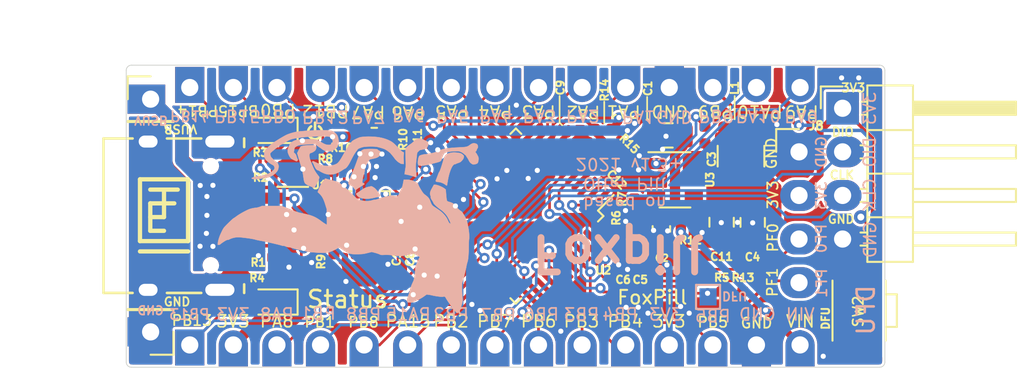
<source format=kicad_pcb>
(kicad_pcb (version 20201116) (generator pcbnew)
  (title_block (title "FoxPill") (date "2021-06-13") (rev "1.3+OLED"))
  (layers (0 "F.Cu" signal) (31 "B.Cu" signal) (34 "B.Paste" user) (35 "F.Paste" user) (36 "B.SilkS" user "B.Silkscreen") (37 "F.SilkS" user "F.Silkscreen") (38 "B.Mask" user) (39 "F.Mask" user) (44 "Edge.Cuts" user))
  (net 0 "")
  (net 1 "GND")
  (net 2 "Net-(C3-Pad2)")
  (net 3 "Net-(C3-Pad1)")
  (net 4 "+3V3")
  (net 5 "Net-(D1-Pad1)")
  (net 6 "Net-(D2-Pad1)")
  (net 7 "no_connect_57")
  (net 8 "no_connect_55")
  (net 9 "Net-(R6-Pad2)")
  (net 10 "/BOOT0")
  (net 11 "no_connect_56")
  (net 12 "Net-(SW2-Pad1)")
  (net 13 "PC14")
  (net 14 "PC15")
  (net 15 "SWCLK")
  (net 16 "SWDIO")
  (net 17 "CC2")
  (net 18 "CC1")
  (net 19 "Net-(R8-Pad2)")
  (net 20 "Net-(R9-Pad2)")
  (net 21 "INT_N")
  (net 22 "SDA")
  (net 23 "SCL")
  (net 24 "Net-(U4-Pad13)")
  (net 25 "Net-(U4-Pad12)")
  (net 26 "USB_P")
  (net 27 "USB_N")
  (net 28 "VIN")
  (net 29 "Net-(R12-Pad2)")
  (net 30 "PF0")
  (net 31 "PB13")
  (net 32 "PA9")
  (net 33 "PA10")
  (net 34 "PB9")
  (net 35 "PA1")
  (net 36 "PA2")
  (net 37 "PA3")
  (net 38 "PA4")
  (net 39 "PA5")
  (net 40 "PA6")
  (net 41 "PA7")
  (net 42 "PB0")
  (net 43 "PB15")
  (net 44 "PB14")
  (net 45 "PB5")
  (net 46 "PB4")
  (net 47 "PB3")
  (net 48 "PB6")
  (net 49 "PB7")
  (net 50 "PB2")
  (net 51 "PA15")
  (net 52 "PB8")
  (net 53 "PB1")
  (net 54 "PA8")
  (net 55 "PA0")
  (net 56 "VBUS")
  (net 57 "PF1")
  (footprint "LED_SMD:LED_0603_1608Metric" (layer "F.Cu") (at 85.75 60.6 180)
    (fp_text reference "D1" hide)
    (fp_text value "LED RED")
  )
  (footprint "LED_SMD:LED_0603_1608Metric" (layer "F.Cu") (at 85.75 70.6 180)
    (fp_text reference "D2" hide)
    (fp_text value "LED GREEN")
  )
  (footprint "otter:USB-C 16Pin" (layer "F.Cu") (at 83.619999 65.57 -90)
    (fp_text reference "J1" hide)
    (fp_text value "USB-C")
  )
  (footprint "Resistor_SMD:R_0402_1005Metric" (layer "F.Cu") (at 86.25 68 180)
    (fp_text reference "R1")
    (fp_text value "DNP")
  )
  (footprint "Resistor_SMD:R_0402_1005Metric" (layer "F.Cu") (at 86.45 63 180)
    (fp_text reference "R2")
    (fp_text value "DNP")
  )
  (footprint "Resistor_SMD:R_0402_1005Metric" (layer "F.Cu") (at 86.45 61.9)
    (fp_text reference "R3")
    (fp_text value "3k3")
  )
  (footprint "Resistor_SMD:R_0402_1005Metric" (layer "F.Cu") (at 86.25 69.2)
    (fp_text reference "R4")
    (fp_text value "3k3")
  )
  (footprint "Package_TO_SOT_SMD:SOT-23-6" (layer "F.Cu") (at 86.95 65.5 180)
    (fp_text reference "U1")
    (fp_text value "USBLC6-4")
  )
  (footprint "Resistor_SMD:R_0402_1005Metric" (layer "F.Cu") (at 88.85 63)
    (fp_text reference "R8")
    (fp_text value "0")
  )
  (footprint "Resistor_SMD:R_0402_1005Metric" (layer "F.Cu") (at 89.35 68.3 90)
    (fp_text reference "R9")
    (fp_text value "0")
  )
  (footprint "Package_DFN_QFN:WQFN-14-1EP_2.5x2.5mm_P0.5mm_EP1.45x1.45mm" (layer "F.Cu") (at 91.25 65.5 90)
    (fp_text reference "U4")
    (fp_text value "FUSB302BMPX")
  )
  (footprint "Capacitor_SMD:C_0402_1005Metric" (layer "F.Cu") (at 106.17 67.255 -90)
    (fp_text reference "C6")
    (fp_text value "100n 50V")
  )
  (footprint "Capacitor_SMD:C_0402_1005Metric" (layer "F.Cu") (at 93.72 64.7 -90)
    (fp_text reference "C7")
    (fp_text value "100n 50V")
  )
  (footprint "Capacitor_SMD:C_0402_1005Metric" (layer "F.Cu") (at 91.75 68.3 -90)
    (fp_text reference "C8")
    (fp_text value "100n 50V")
  )
  (footprint "Capacitor_SMD:C_0402_1005Metric" (layer "F.Cu") (at 90.65 68.3 -90)
    (fp_text reference "C10")
    (fp_text value "100n 50V")
  )
  (footprint "Resistor_SMD:R_0402_1005Metric" (layer "F.Cu") (at 92.94 62.770001 90)
    (fp_text reference "R10")
    (fp_text value "3k3")
  )
  (footprint "Resistor_SMD:R_0402_1005Metric" (layer "F.Cu") (at 93.94 62.770001 90)
    (fp_text reference "R11")
    (fp_text value "3k3")
  )
  (footprint "Resistor_SMD:R_0402_1005Metric" (layer "F.Cu") (at 107.18 65.99 90)
    (fp_text reference "R6")
    (fp_text value "100k")
  )
  (footprint "Capacitor_SMD:C_0402_1005Metric" (layer "F.Cu") (at 110.97 60.87 -90)
    (fp_text reference "C3")
    (fp_text value "100n 50V")
  )
  (footprint "Package_TO_SOT_SMD:SOT-23-6" (layer "F.Cu") (at 109.22 63.48)
    (fp_text reference "U3")
    (fp_text value "SY8201")
  )
  (footprint "Resistor_SMD:R_0402_1005Metric" (layer "F.Cu") (at 111.95 70.475 -90)
    (fp_text reference "R5")
    (fp_text value "3k3")
  )
  (footprint "Resistor_SMD:R_0402_1005Metric" (layer "F.Cu") (at 106.85 64.085 90)
    (fp_text reference "R7")
    (fp_text value "22k")
  )
  (footprint "Capacitor_SMD:C_0805_2012Metric" (layer "F.Cu") (at 113.75 65.96 -90)
    (fp_text reference "C4")
    (fp_text value "10u 25V")
  )
  (footprint "Capacitor_SMD:C_0805_2012Metric" (layer "F.Cu") (at 108.83 60.89 180)
    (fp_text reference "C1")
    (fp_text value "10u 25V")
  )
  (footprint "Package_QFP:LQFP-48_7x7mm_P0.5mm" (layer "F.Cu") (at 99.95 65.589949 -135)
    (fp_text reference "U2")
    (fp_text value "STM32F072C8Tx")
  )
  (footprint "Inductor_SMD:L_1210_3225Metric" (layer "F.Cu") (at 113.07 62.1 -90)
    (fp_text reference "L1")
    (fp_text value "4u7")
  )
  (footprint "Connector_PinHeader_2.54mm:PinHeader_1x01_P2.54mm_Vertical" (layer "F.Cu") (at 78.67 72.34 180)
    (fp_text reference "J6" hide)
    (fp_text value "GND")
  )
  (footprint "Connector_PinHeader_2.54mm:PinHeader_1x01_P2.54mm_Vertical" (layer "F.Cu") (at 78.67 58.78)
    (fp_text reference "J2" hide)
    (fp_text value "VBUS")
  )
  (footprint "Capacitor_SMD:C_0402_1005Metric" (layer "F.Cu") (at 103.34 60.995 -45)
    (fp_text reference "C9")
    (fp_text value "100n 50V")
  )
  (footprint "Resistor_SMD:R_0402_1005Metric" (layer "F.Cu") (at 113.18 70.465 90)
    (fp_text reference "R13")
    (fp_text value "100")
  )
  (footprint "Capacitor_SMD:C_0402_1005Metric" (layer "F.Cu") (at 107.18 68 -90)
    (fp_text reference "C5")
    (fp_text value "100n 50V")
  )
  (footprint "Resistor_SMD:R_0402_1005Metric" (layer "F.Cu") (at 110.05 65.75)
    (fp_text reference "R12")
    (fp_text value "100k")
  )
  (footprint "Capacitor_SMD:C_0805_2012Metric" (layer "F.Cu") (at 111.94 65.95 -90)
    (fp_text reference "C11")
    (fp_text value "10u 25V")
  )
  (footprint "Connector_PinHeader_2.54mm:PinHeader_1x04_P2.54mm_Horizontal" (layer "F.Cu") (at 118.99 59.31)
    (fp_text reference "J5" hide)
    (fp_text value "SWD")
  )
  (footprint "Capacitor_SMD:C_0603_1608Metric" (layer "F.Cu") (at 108.43 66.34 -90)
    (fp_text reference "C2")
    (fp_text value "100n 50V")
  )
  (footprint "Capacitor_SMD:C_0402_1005Metric" (layer "F.Cu") (at 104.74 62.4 135)
    (fp_text reference "C12")
    (fp_text value "100n 50V")
  )
  (footprint "Resistor_SMD:R_0402_1005Metric" (layer "F.Cu") (at 105.03 60.53 180)
    (fp_text reference "R14")
    (fp_text value "100k")
  )
  (footprint "Resistor_SMD:R_0402_1005Metric" (layer "F.Cu") (at 106.015 61.93 -45)
    (fp_text reference "R15")
    (fp_text value "22k")
  )
  (footprint "Resistor_SMD:R_0603_1608Metric" (layer "F.Cu") (at 91.7 60.96)
    (fp_text reference "R16")
    (fp_text value "1")
  )
  (footprint "Button_Switch_SMD:SW_SPST_EVQP7A" (layer "F.Cu") (at 119.95 71.1 90)
    (fp_text reference "SW2")
    (fp_text value "SW_Push")
  )
  (footprint "Connector_PinHeader_2.54mm:PinHeader_1x04_P2.54mm_Vertical" (layer "F.Cu") (at 116.45 61.85)
    (fp_text reference "J8")
    (fp_text value "OLED")
  )
  (footprint "Connector_PinHeader_2.54mm:PinHeader_1x15_P2.54mm_Vertical" (layer "B.Cu") (at 80.95 58.1 -90)
    (fp_text reference "J3" hide)
    (fp_text value "1")
  )
  (footprint "Connector_PinHeader_2.54mm:PinHeader_1x15_P2.54mm_Vertical" (layer "B.Cu") (at 80.95 73.1 -90)
    (fp_text reference "J4" hide)
    (fp_text value "2")
  )
  (footprint "TestPoint:TestPoint_Pad_1.0x1.0mm" (layer "B.Cu") (at 111.15 70.3)
    (fp_text reference "J7" hide)
    (fp_text value "PAD")
  )
  (gr_poly (pts (xy 88.233816 61.474075) (xy 88.241978 61.476738) (xy 88.249747 61.479594) (xy 88.257128 61.482649) (xy 88.264119 61.485906) (xy 88.270724 61.489368) (xy 88.276943 61.493039) (xy 88.282778 61.496922) (xy 88.28823 61.501022) (xy 88.2933 61.505343) (xy 88.29799 61.509886) (xy 88.302301 61.514658) (xy 88.306235 61.51966) (xy 88.309792 61.524898) (xy 88.312975 61.530374) (xy 88.315785 61.536092) (xy 88.318222 61.542056) (xy 88.320289 61.548269) (xy 88.321986 61.554736) (xy 88.323315 61.561459) (xy 88.324278 61.568444) (xy 88.324875 61.575692) (xy 88.325109 61.583209) (xy 88.32498 61.590997) (xy 88.32449 61.59906) (xy 88.32364 61.607402) (xy 88.322432 61.616027) (xy 88.320867 61.624939) (xy 88.318946 61.63414) (xy 88.316671 61.643636) (xy 88.314042 61.653428) (xy 88.311062 61.663522) (xy 88.307732 61.67392) (xy 88.302976 61.687756) (xy 88.298211 61.700545) (xy 88.293348 61.712398) (xy 88.288298 61.723425) (xy 88.282972 61.733739) (xy 88.277279 61.743449) (xy 88.271132 61.752667) (xy 88.26444 61.761502) (xy 88.257115 61.770067) (xy 88.249067 61.778471) (xy 88.240207 61.786827) (xy 88.230445 61.795243) (xy 88.219693 61.803832) (xy 88.207861 61.812704) (xy 88.194859 61.821969) (xy 88.1806 61.83174) (xy 88.160058 61.845024) (xy 88.138569 61.857889) (xy 88.116771 61.870019) (xy 88.095299 61.881098) (xy 88.074791 61.890813) (xy 88.055883 61.898846) (xy 88.047227 61.902134) (xy 88.039211 61.904883) (xy 88.031912 61.907055) (xy 88.025411 61.908609) (xy 88.009332 61.91225) (xy 88.001909 61.914253) (xy 87.994886 61.916401) (xy 87.988253 61.918712) (xy 87.982002 61.921202) (xy 87.976124 61.923888) (xy 87.970609 61.926789) (xy 87.96545 61.929922) (xy 87.960637 61.933303) (xy 87.956161 61.936951) (xy 87.952014 61.940882) (xy 87.948186 61.945114) (xy 87.944668 61.949665) (xy 87.941453 61.95455) (xy 87.93853 61.959789) (xy 87.935891 61.965398) (xy 87.933528 61.971394) (xy 87.93143 61.977796) (xy 87.92959 61.984619) (xy 87.927998 61.991882) (xy 87.926646 61.999602) (xy 87.925524 62.007796) (xy 87.924624 62.016481) (xy 87.923937 62.025676) (xy 87.923454 62.035396) (xy 87.923064 62.056485) (xy 87.923384 62.079887) (xy 87.924342 62.10574) (xy 87.925493 62.125536) (xy 87.927164 62.1449) (xy 87.929465 62.164198) (xy 87.932507 62.183793) (xy 87.9364 62.20405) (xy 87.941256 62.225333) (xy 87.947185 62.248008) (xy 87.954299 62.272439) (xy 87.962709 62.298989) (xy 87.972525 62.328024) (xy 87.983859 62.359909) (xy 87.996821 62.395007) (xy 88.028076 62.476301) (xy 88.067177 62.574824) (xy 88.11418 62.689783) (xy 88.156673 62.787471) (xy 88.177071 62.831311) (xy 88.197354 62.872599) (xy 88.217859 62.911923) (xy 88.238922 62.949873) (xy 88.26088 62.987037) (xy 88.284072 63.024003) (xy 88.308833 63.06136) (xy 88.335501 63.099697) (xy 88.395905 63.181663) (xy 88.467983 63.27461) (xy 88.474945 63.283496) (xy 88.480992 63.291464) (xy 88.486132 63.298735) (xy 88.488366 63.302181) (xy 88.490376 63.305536) (xy 88.492165 63.30883) (xy 88.493734 63.312091) (xy 88.495084 63.315345) (xy 88.496216 63.318622) (xy 88.497132 63.32195) (xy 88.497833 63.325356) (xy 88.498319 63.328868) (xy 88.498593 63.332515) (xy 88.498656 63.336325) (xy 88.498508 63.340325) (xy 88.498152 63.344544) (xy 88.497588 63.349009) (xy 88.496818 63.353749) (xy 88.495843 63.358792) (xy 88.494663 63.364166) (xy 88.493282 63.369898) (xy 88.489916 63.382551) (xy 88.485755 63.396976) (xy 88.47509 63.432037) (xy 88.467615 63.454827) (xy 88.45895 63.478706) (xy 88.449405 63.502962) (xy 88.439292 63.526886) (xy 88.428921 63.549769) (xy 88.418602 63.570901) (xy 88.408647 63.589572) (xy 88.403902 63.597762) (xy 88.399365 63.605072) (xy 88.389389 63.621104) (xy 88.377444 63.641299) (xy 88.363981 63.664841) (xy 88.349448 63.690914) (xy 88.334297 63.718699) (xy 88.318977 63.747382) (xy 88.303938 63.776145) (xy 88.289631 63.804171) (xy 88.276631 63.829337) (xy 88.264322 63.851734) (xy 88.252595 63.871423) (xy 88.241342 63.888464) (xy 88.230456 63.902919) (xy 88.225116 63.909195) (xy 88.219827 63.914847) (xy 88.214576 63.919883) (xy 88.209348 63.92431) (xy 88.204131 63.928137) (xy 88.198911 63.931369) (xy 88.193674 63.934016) (xy 88.188407 63.936085) (xy 88.183097 63.937582) (xy 88.177729 63.938517) (xy 88.17229 63.938896) (xy 88.166768 63.938728) (xy 88.161147 63.938019) (xy 88.155416 63.936777) (xy 88.149559 63.93501) (xy 88.143564 63.932726) (xy 88.137418 63.929932) (xy 88.131106 63.926636) (xy 88.117932 63.918567) (xy 88.103935 63.90858) (xy 88.100149 63.90581) (xy 88.096226 63.903118) (xy 88.092196 63.900517) (xy 88.088091 63.898022) (xy 88.083941 63.895646) (xy 88.079775 63.893404) (xy 88.075628 63.891309) (xy 88.071527 63.889375) (xy 88.067504 63.887617) (xy 88.06359 63.886048) (xy 88.059815 63.884682) (xy 88.056209 63.883533) (xy 88.052804 63.882616) (xy 88.04963 63.881943) (xy 88.046718 63.881529) (xy 88.044099 63.881388) (xy 88.040845 63.880998) (xy 88.036072 63.879853) (xy 88.029872 63.877993) (xy 88.022339 63.875455) (xy 88.003648 63.868502) (xy 87.980745 63.859302) (xy 87.954379 63.848164) (xy 87.925295 63.835395) (xy 87.894241 63.821305) (xy 87.861964 63.806202) (xy 87.821831 63.786846) (xy 87.786344 63.768775) (xy 87.755122 63.751287) (xy 87.740992 63.742544) (xy 87.727785 63.733685) (xy 87.715454 63.724622) (xy 87.703952 63.715267) (xy 87.693231 63.705534) (xy 87.683243 63.695335) (xy 87.673941 63.684582) (xy 87.665277 63.673188) (xy 87.657204 63.661065) (xy 87.649673 63.648127) (xy 87.642639 63.634285) (xy 87.636052 63.619452) (xy 87.629866 63.60354) (xy 87.624032 63.586463) (xy 87.618504 63.568132) (xy 87.613233 63.54846) (xy 87.608172 63.52736) (xy 87.603274 63.504745) (xy 87.593775 63.454616) (xy 87.584355 63.397375) (xy 87.574633 63.332321) (xy 87.56423 63.258755) (xy 87.551508 63.171229) (xy 87.538782 63.091856) (xy 87.525739 63.01918) (xy 87.512064 62.951744) (xy 87.497443 62.888096) (xy 87.481563 62.826778) (xy 87.464108 62.766336) (xy 87.444766 62.705315) (xy 87.409955 62.596943) (xy 87.369387 62.466163) (xy 87.328103 62.329451) (xy 87.291144 62.203277) (xy 87.210862 61.923491) (xy 87.309573 61.726723) (xy 87.338106 61.670614) (xy 87.361987 61.625684) (xy 87.372471 61.607012) (xy 87.382138 61.590656) (xy 87.391104 61.576455) (xy 87.399483 61.56425) (xy 87.40739 61.553881) (xy 87.414942 61.545188) (xy 87.422253 61.538013) (xy 87.429439 61.532194) (xy 87.436614 61.527572) (xy 87.443895 61.523988) (xy 87.451396 61.521281) (xy 87.459232 61.519293) (xy 87.516975 61.506824) (xy 87.584261 61.491823) (xy 87.608959 61.48729) (xy 87.641056 61.48307) (xy 87.722923 61.475689) (xy 87.820813 61.469929) (xy 87.925673 61.466035) (xy 88.028454 61.464255) (xy 88.120106 61.464837) (xy 88.191577 61.468028) (xy 88.216916 61.470679) (xy 88.233816 61.474075)) (layer "B.SilkS") (width 0.01852) (fill solid))
  (gr_poly (pts (xy 91.668906 63.924803) (xy 91.685511 63.935976) (xy 91.701338 63.947199) (xy 91.716528 63.958622) (xy 91.731223 63.970397) (xy 91.745563 63.982675) (xy 91.759688 63.995605) (xy 91.77374 64.00934) (xy 91.787858 64.024029) (xy 91.802184 64.039824) (xy 91.816859 64.056875) (xy 91.832022 64.075333) (xy 91.847815 64.095349) (xy 91.864379 64.117073) (xy 91.881853 64.140657) (xy 91.90038 64.166251) (xy 91.920099 64.194006) (xy 91.978663 64.277014) (xy 92.001056 64.310447) (xy 92.010344 64.325394) (xy 92.01829 64.339256) (xy 92.024839 64.352104) (xy 92.029939 64.36401) (xy 92.033538 64.375043) (xy 92.035581 64.385276) (xy 92.036015 64.394778) (xy 92.034788 64.403622) (xy 92.031847 64.411878) (xy 92.027139 64.419617) (xy 92.020609 64.42691) (xy 92.012206 64.433828) (xy 92.001877 64.440443) (xy 91.989567 64.446824) (xy 91.975224 64.453044) (xy 91.958796 64.459173) (xy 91.940228 64.465281) (xy 91.919469 64.471441) (xy 91.87116 64.484198) (xy 91.813446 64.498012) (xy 91.668103 64.531081) (xy 91.581155 64.549071) (xy 91.496433 64.562999) (xy 91.414169 64.572905) (xy 91.334592 64.578832) (xy 91.257936 64.580819) (xy 91.184431 64.578908) (xy 91.114308 64.573141) (xy 91.047799 64.563557) (xy 90.985136 64.550199) (xy 90.92655 64.533107) (xy 90.872272 64.512323) (xy 90.822533 64.487887) (xy 90.777565 64.459841) (xy 90.7376 64.428225) (xy 90.702868 64.393081) (xy 90.673601 64.354451) (xy 90.634297 64.294492) (xy 90.757632 64.213896) (xy 90.815332 64.175509) (xy 90.881262 64.130566) (xy 90.947294 64.084663) (xy 91.005304 64.043394) (xy 91.028135 64.027438) (xy 91.051421 64.012279) (xy 91.075255 63.997882) (xy 91.09973 63.984212) (xy 91.124938 63.971235) (xy 91.150971 63.958914) (xy 91.177921 63.947215) (xy 91.205881 63.936102) (xy 91.234944 63.925541) (xy 91.265201 63.915496) (xy 91.296746 63.905932) (xy 91.32967 63.896815) (xy 91.364066 63.888109) (xy 91.400026 63.879778) (xy 91.437643 63.871789) (xy 91.477009 63.864105) (xy 91.489712 63.861837) (xy 91.501338 63.860067) (xy 91.512095 63.85886) (xy 91.522196 63.858283) (xy 91.527065 63.858252) (xy 91.53185 63.858404) (xy 91.536576 63.858746) (xy 91.541269 63.859288) (xy 91.545956 63.860037) (xy 91.550664 63.861002) (xy 91.555418 63.862192) (xy 91.560245 63.863614) (xy 91.565171 63.865277) (xy 91.570223 63.867189) (xy 91.58081 63.871795) (xy 91.592215 63.877497) (xy 91.604651 63.884364) (xy 91.618327 63.892461) (xy 91.633454 63.901855) (xy 91.650244 63.912614) (xy 91.668907 63.924802) (xy 91.668906 63.924803)) (layer "B.SilkS") (width 0.01852) (fill solid))
  (gr_poly (pts (xy 91.81164 61.69097) (xy 91.819658 61.691781) (xy 91.827451 61.692744) (xy 91.83498 61.693846) (xy 91.842202 61.695075) (xy 91.849079 61.696419) (xy 91.85557 61.697864) (xy 91.861634 61.6994) (xy 91.867231 61.701012) (xy 91.872321 61.70269) (xy 91.876863 61.70442) (xy 91.880817 61.70619) (xy 91.884142 61.707987) (xy 91.886799 61.709799) (xy 91.888747 61.711614) (xy 91.889442 61.712519) (xy 91.889945 61.71342) (xy 91.89025 61.714315) (xy 91.890353 61.715203) (xy 91.89047 61.716141) (xy 91.890816 61.717184) (xy 91.891385 61.718328) (xy 91.892173 61.719569) (xy 91.893172 61.720903) (xy 91.894378 61.722326) (xy 91.895785 61.723835) (xy 91.897387 61.725424) (xy 91.901153 61.72883) (xy 91.90563 61.732513) (xy 91.910774 61.73644) (xy 91.916537 61.74058) (xy 91.922876 61.7449) (xy 91.929743 61.749369) (xy 91.937093 61.753955) (xy 91.94488 61.758625) (xy 91.95306 61.763349) (xy 91.961585 61.768093) (xy 91.97041 61.772826) (xy 91.979491 61.777516) (xy 91.997888 61.787182) (xy 92.016002 61.797344) (xy 92.033367 61.807699) (xy 92.049519 61.817942) (xy 92.063995 61.827769) (xy 92.076329 61.836875) (xy 92.081548 61.841063) (xy 92.086057 61.844956) (xy 92.089799 61.848517) (xy 92.092715 61.851708) (xy 92.096345 61.856482) (xy 92.099549 61.86153) (xy 92.102333 61.866841) (xy 92.104702 61.872399) (xy 92.106658 61.878192) (xy 92.108208 61.884205) (xy 92.109355 61.890426) (xy 92.110105 61.896839) (xy 92.11046 61.903432) (xy 92.110427 61.910191) (xy 92.110008 61.917102) (xy 92.10921 61.924151) (xy 92.108036 61.931325) (xy 92.106491 61.93861) (xy 92.104579 61.945992) (xy 92.102305 61.953459) (xy 92.099673 61.960995) (xy 92.096688 61.968587) (xy 92.093354 61.976222) (xy 92.089676 61.983886) (xy 92.081304 61.999246) (xy 92.071609 62.014557) (xy 92.060626 62.029709) (xy 92.048392 62.044594) (xy 92.034941 62.059102) (xy 92.027771 62.06618) (xy 92.02031 62.073122) (xy 91.997483 62.093283) (xy 91.975488 62.111591) (xy 91.953812 62.128239) (xy 91.931946 62.143419) (xy 91.909377 62.157324) (xy 91.89767 62.163859) (xy 91.885595 62.170147) (xy 91.873089 62.176214) (xy 91.860089 62.182082) (xy 91.832347 62.193321) (xy 91.801858 62.204057) (xy 91.768111 62.214482) (xy 91.730595 62.224791) (xy 91.688799 62.235174) (xy 91.642211 62.245827) (xy 91.590322 62.25694) (xy 91.532618 62.268708) (xy 91.46859 62.281323) (xy 91.45917 62.284319) (xy 91.449079 62.289692) (xy 91.438382 62.297318) (xy 91.427141 62.307066) (xy 91.415421 62.318811) (xy 91.403283 62.332425) (xy 91.378012 62.364747) (xy 91.351835 62.403012) (xy 91.325259 62.446199) (xy 91.298792 62.493289) (xy 91.27294 62.543259) (xy 91.24821 62.595091) (xy 91.22511 62.647762) (xy 91.204147 62.700253) (xy 91.185827 62.751543) (xy 91.170658 62.80061) (xy 91.159148 62.846436) (xy 91.151802 62.887999) (xy 91.14985 62.906862) (xy 91.149129 62.924278) (xy 91.148842 62.932832) (xy 91.148076 62.942466) (xy 91.146855 62.953074) (xy 91.145205 62.964549) (xy 91.140714 62.989678) (xy 91.134802 63.017004) (xy 91.127667 63.045678) (xy 91.119505 63.07485) (xy 91.110517 63.103672) (xy 91.100899 63.131294) (xy 91.088681 63.166357) (xy 91.077003 63.203656) (xy 91.06595 63.242636) (xy 91.055611 63.282739) (xy 91.037428 63.364091) (xy 91.023153 63.44326) (xy 91.013491 63.515795) (xy 91.010609 63.548182) (xy 91.009144 63.577242) (xy 91.009182 63.602416) (xy 91.010813 63.62315) (xy 91.014124 63.638886) (xy 91.016437 63.644706) (xy 91.019202 63.649067) (xy 91.021803 63.65198) (xy 91.02469 63.654811) (xy 91.027834 63.657545) (xy 91.031205 63.660169) (xy 91.034772 63.662667) (xy 91.038504 63.665024) (xy 91.042372 63.667227) (xy 91.046345 63.66926) (xy 91.050394 63.671109) (xy 91.054487 63.672758) (xy 91.058594 63.674195) (xy 91.062685 63.675403) (xy 91.06673 63.676368) (xy 91.070699 63.677075) (xy 91.07456 63.67751) (xy 91.078285 63.677659) (xy 91.081956 63.677827) (xy 91.085573 63.678319) (xy 91.089127 63.679116) (xy 91.092605 63.680197) (xy 91.095997 63.681544) (xy 91.099293 63.683137) (xy 91.102483 63.684957) (xy 91.105555 63.686984) (xy 91.108499 63.689199) (xy 91.111304 63.691583) (xy 91.11396 63.694115) (xy 91.116456 63.696778) (xy 91.118781 63.69955) (xy 91.120926 63.702413) (xy 91.122878 63.705348) (xy 91.124628 63.708334) (xy 91.126164 63.711353) (xy 91.127478 63.714385) (xy 91.128556 63.717411) (xy 91.12939 63.720411) (xy 91.129968 63.723366) (xy 91.13028 63.726257) (xy 91.130315 63.729064) (xy 91.130063 63.731767) (xy 91.129512 63.734347) (xy 91.128653 63.736785) (xy 91.127474 63.739062) (xy 91.125966 63.741158) (xy 91.124117 63.743053) (xy 91.121916 63.744728) (xy 91.119354 63.746164) (xy 91.116419 63.747341) (xy 91.113892 63.74831) (xy 91.110722 63.749738) (xy 91.106957 63.751596) (xy 91.102643 63.753857) (xy 91.092556 63.759474) (xy 91.080835 63.766365) (xy 91.067857 63.774304) (xy 91.053994 63.783066) (xy 91.039621 63.792427) (xy 91.025114 63.802161) (xy 91.009338 63.81269) (xy 90.991333 63.824327) (xy 90.971727 63.836688) (xy 90.951149 63.849389) (xy 90.930229 63.862044) (xy 90.909596 63.87427) (xy 90.889879 63.885682) (xy 90.871707 63.895895) (xy 90.853389 63.906407) (xy 90.833254 63.918673) (xy 90.811961 63.932251) (xy 90.790168 63.946694) (xy 90.768533 63.961559) (xy 90.747715 63.976402) (xy 90.728372 63.990778) (xy 90.711163 64.004242) (xy 90.695152 64.016759) (xy 90.679242 64.028418) (xy 90.66385 64.038965) (xy 90.649395 64.048148) (xy 90.64265 64.052148) (xy 90.636295 64.055712) (xy 90.630383 64.058807) (xy 90.624967 64.061402) (xy 90.620098 64.063466) (xy 90.615829 64.064966) (xy 90.612211 64.06587) (xy 90.609299 64.066148) (xy 90.607937 64.065978) (xy 90.606402 64.065523) (xy 90.604698 64.064791) (xy 90.602832 64.063789) (xy 90.600811 64.062525) (xy 90.59864 64.061005) (xy 90.593876 64.057226) (xy 90.588592 64.052509) (xy 90.582836 64.046912) (xy 90.576662 64.040491) (xy 90.570117 64.033303) (xy 90.563255 64.025405) (xy 90.556124 64.016853) (xy 90.548777 64.007705) (xy 90.541262 63.998017) (xy 90.533632 63.987847) (xy 90.525936 63.97725) (xy 90.518225 63.966285) (xy 90.510551 63.955007) (xy 90.498958 63.937884) (xy 90.488157 63.922414) (xy 90.47799 63.908463) (xy 90.468302 63.8959) (xy 90.458934 63.884595) (xy 90.449731 63.874416) (xy 90.440535 63.86523) (xy 90.431189 63.856908) (xy 90.421537 63.849317) (xy 90.411421 63.842326) (xy 90.400685 63.835804) (xy 90.389172 63.829618) (xy 90.376725 63.823639) (xy 90.363187 63.817734) (xy 90.348402 63.811772) (xy 90.332211 63.805622) (xy 90.305997 63.795561) (xy 90.28291 63.785839) (xy 90.272507 63.781021) (xy 90.262849 63.776187) (xy 90.253922 63.771302) (xy 90.245715 63.766334) (xy 90.238215 63.761248) (xy 90.23141 63.756012) (xy 90.225287 63.75059) (xy 90.219834 63.74495) (xy 90.215038 63.739058) (xy 90.210887 63.732879) (xy 90.207368 63.726381) (xy 90.20447 63.71953) (xy 90.20218 63.712291) (xy 90.200485 63.704632) (xy 90.199373 63.696518) (xy 90.198831 63.687917) (xy 90.198847 63.678793) (xy 90.199409 63.669113) (xy 90.200505 63.658845) (xy 90.202121 63.647953) (xy 90.204246 63.636405) (xy 90.206867 63.624166) (xy 90.213547 63.597482) (xy 90.222062 63.567632) (xy 90.232313 63.534346) (xy 90.244152 63.499207) (xy 90.259512 63.457279) (xy 90.27775 63.410135) (xy 90.29822 63.359345) (xy 90.320278 63.306482) (xy 90.343279 63.253116) (xy 90.366577 63.200821) (xy 90.389528 63.151167) (xy 90.414784 63.095478) (xy 90.444686 63.025887) (xy 90.478126 62.945179) (xy 90.513997 62.856137) (xy 90.5886 62.664192) (xy 90.625116 62.566857) (xy 90.659631 62.472326) (xy 90.797608 62.091052) (xy 90.842397 61.973324) (xy 90.876487 61.892378) (xy 90.890793 61.862927) (xy 90.903953 61.839345) (xy 90.916474 61.820524) (xy 90.928868 61.805355) (xy 90.941642 61.79273) (xy 90.955307 61.78154) (xy 90.987346 61.759031) (xy 90.999972 61.750563) (xy 91.012066 61.742872) (xy 91.023788 61.73591) (xy 91.035298 61.729628) (xy 91.046754 61.723978) (xy 91.058317 61.71891) (xy 91.070146 61.714376) (xy 91.0824 61.710328) (xy 91.095239 61.706717) (xy 91.108822 61.703494) (xy 91.123308 61.70061) (xy 91.138858 61.698017) (xy 91.15563 61.695666) (xy 91.173784 61.693508) (xy 91.193479 61.691495) (xy 91.214876 61.689578) (xy 91.276435 61.685568) (xy 91.349305 61.682772) (xy 91.429691 61.681179) (xy 91.513802 61.680782) (xy 91.597845 61.681572) (xy 91.678027 61.683539) (xy 91.750556 61.686675) (xy 91.81164 61.690971) (xy 91.81164 61.69097)) (layer "B.SilkS") (width 0.01852) (fill solid))
  (gr_poly (pts (xy 95.251884 67.780022) (xy 95.251922 67.782479) (xy 95.252037 67.784843) (xy 95.252231 67.787118) (xy 95.252505 67.789302) (xy 95.25286 67.791398) (xy 95.253297 67.793408) (xy 95.253819 67.795331) (xy 95.254426 67.797169) (xy 95.255119 67.798923) (xy 95.255901 67.800595) (xy 95.256773 67.802185) (xy 95.257735 67.803696) (xy 95.25879 67.805127) (xy 95.259938 67.80648) (xy 95.261181 67.807756) (xy 95.262521 67.808956) (xy 95.263958 67.810082) (xy 95.265495 67.811135) (xy 95.267132 67.812115) (xy 95.268871 67.813025) (xy 95.270713 67.813864) (xy 95.27266 67.814635) (xy 95.274713 67.815338) (xy 95.276873 67.815975) (xy 95.279142 67.816546) (xy 95.281521 67.817053) (xy 95.284012 67.817497) (xy 95.286615 67.81788) (xy 95.292167 67.818464) (xy 95.298186 67.818814) (xy 95.309755 67.819454) (xy 95.324933 67.820608) (xy 95.36353 67.824197) (xy 95.408812 67.829059) (xy 95.455613 67.834676) (xy 95.566738 67.848789) (xy 95.527299 67.807893) (xy 95.518632 67.799667) (xy 95.508937 67.791861) (xy 95.498289 67.784499) (xy 95.486764 67.777606) (xy 95.474438 67.771203) (xy 95.461385 67.765314) (xy 95.447681 67.759963) (xy 95.4334 67.755172) (xy 95.418619 67.750966) (xy 95.403412 67.747367) (xy 95.387855 67.744398) (xy 95.372022 67.742083) (xy 95.35599 67.740446) (xy 95.339833 67.739509) (xy 95.323627 67.739296) (xy 95.307446 67.73983) (xy 95.299874 67.740367) (xy 95.292953 67.741092) (xy 95.286661 67.742019) (xy 95.280976 67.743167) (xy 95.275876 67.744551) (xy 95.271337 67.746187) (xy 95.269271 67.747105) (xy 95.267337 67.748092) (xy 95.265532 67.749151) (xy 95.263853 67.750283) (xy 95.262298 67.75149) (xy 95.260864 67.752774) (xy 95.259548 67.754138) (xy 95.258346 67.755583) (xy 95.257258 67.757112) (xy 95.256278 67.758726) (xy 95.255405 67.760428) (xy 95.254636 67.76222) (xy 95.253968 67.764103) (xy 95.253398 67.76608) (xy 95.252542 67.770323) (xy 95.252045 67.774965) (xy 95.251884 67.780022)) (layer "B.SilkS") (width 0.01852) (fill solid))
  (gr_poly (pts (xy 96.441382 70.022529) (xy 96.433896 70.058438) (xy 96.427721 70.093488) (xy 96.422862 70.12762) (xy 96.419325 70.160777) (xy 96.417114 70.1929) (xy 96.416235 70.223931) (xy 96.416693 70.25381) (xy 96.418493 70.282481) (xy 96.420711 70.311599) (xy 96.421405 70.324568) (xy 96.421816 70.336533) (xy 96.421939 70.347535) (xy 96.421769 70.357616) (xy 96.421301 70.366819) (xy 96.420531 70.375184) (xy 96.419453 70.382753) (xy 96.418063 70.38957) (xy 96.416356 70.395674) (xy 96.414327 70.401109) (xy 96.411971 70.405915) (xy 96.409284 70.410136) (xy 96.40626 70.413811) (xy 96.402894 70.416985) (xy 96.39931 70.419826) (xy 96.397583 70.421088) (xy 96.395896 70.422244) (xy 96.394245 70.423293) (xy 96.392629 70.424236) (xy 96.391045 70.425071) (xy 96.38949 70.425799) (xy 96.387961 70.42642) (xy 96.386455 70.426931) (xy 96.384971 70.427334) (xy 96.383505 70.427628) (xy 96.382055 70.427812) (xy 96.380617 70.427887) (xy 96.37919 70.427851) (xy 96.37777 70.427705) (xy 96.376355 70.427448) (xy 96.374943 70.427079) (xy 96.373529 70.426598) (xy 96.372113 70.426006) (xy 96.370691 70.4253) (xy 96.36926 70.424482) (xy 96.367818 70.423551) (xy 96.366362 70.422506) (xy 96.36489 70.421346) (xy 96.363398 70.420073) (xy 96.361884 70.418684) (xy 96.360346 70.41718) (xy 96.357185 70.413826) (xy 96.353892 70.410006) (xy 96.347382 70.401802) (xy 96.340416 70.392359) (xy 96.333076 70.381821) (xy 96.325441 70.370329) (xy 96.309614 70.345058) (xy 96.293585 70.317686) (xy 96.278 70.289357) (xy 96.263509 70.261212) (xy 96.250759 70.234394) (xy 96.245239 70.221838) (xy 96.240398 70.210043) (xy 96.237406 70.202761) (xy 96.234427 70.196136) (xy 96.231467 70.190162) (xy 96.228531 70.184833) (xy 96.225626 70.180142) (xy 96.222756 70.176084) (xy 96.219929 70.172653) (xy 96.217149 70.169843) (xy 96.214423 70.167647) (xy 96.211756 70.16606) (xy 96.209155 70.165076) (xy 96.206624 70.164688) (xy 96.20417 70.164891) (xy 96.201798 70.165678) (xy 96.199515 70.167045) (xy 96.197325 70.168983) (xy 96.195236 70.171488) (xy 96.193252 70.174554) (xy 96.19138 70.178175) (xy 96.189625 70.182343) (xy 96.187992 70.187055) (xy 96.186489 70.192302) (xy 96.18512 70.198081) (xy 96.183892 70.204383) (xy 96.18281 70.211204) (xy 96.18188 70.218538) (xy 96.181108 70.226378) (xy 96.180499 70.234718) (xy 96.18006 70.243553) (xy 96.179795 70.252876) (xy 96.179712 70.262681) (xy 96.179816 70.272963) (xy 96.180242 70.287252) (xy 96.180988 70.300837) (xy 96.182086 70.313821) (xy 96.183569 70.326307) (xy 96.185468 70.338398) (xy 96.187817 70.350197) (xy 96.190648 70.361807) (xy 96.193992 70.373331) (xy 96.197882 70.384872) (xy 96.202351 70.396534) (xy 96.20743 70.408419) (xy 96.213152 70.420631) (xy 96.21955 70.433273) (xy 96.226656 70.446447) (xy 96.234502 70.460257) (xy 96.24312 70.474806) (xy 96.296037 70.561634) (xy 96.34412 70.638605) (xy 96.387003 70.705189) (xy 96.424323 70.760855) (xy 96.455714 70.805074) (xy 96.480812 70.837315) (xy 96.490887 70.848778) (xy 96.499252 70.857048) (xy 96.505861 70.862059) (xy 96.510669 70.863744) (xy 96.511898 70.86356) (xy 96.51319 70.863014) (xy 96.514541 70.862115) (xy 96.51595 70.860868) (xy 96.517413 70.859283) (xy 96.518927 70.857367) (xy 96.520489 70.855128) (xy 96.522097 70.852573) (xy 96.525436 70.846547) (xy 96.528921 70.839352) (xy 96.532528 70.83105) (xy 96.536233 70.821702) (xy 96.540014 70.811371) (xy 96.543847 70.800117) (xy 96.547707 70.788004) (xy 96.551572 70.775093) (xy 96.555418 70.761447) (xy 96.559221 70.747126) (xy 96.562958 70.732193) (xy 96.566605 70.716709) (xy 96.575985 70.673951) (xy 96.582978 70.637448) (xy 96.585604 70.621053) (xy 96.587662 70.605634) (xy 96.589162 70.590995) (xy 96.590113 70.576941) (xy 96.590525 70.563275) (xy 96.590409 70.549802) (xy 96.589772 70.536326) (xy 96.588626 70.522652) (xy 96.586979 70.508582) (xy 96.584841 70.493922) (xy 96.579133 70.462048) (xy 96.568855 70.404185) (xy 96.558588 70.336787) (xy 96.548748 70.263578) (xy 96.539755 70.188286) (xy 96.532027 70.114635) (xy 96.525982 70.046352) (xy 96.522038 69.987161) (xy 96.520614 69.940789) (xy 96.520486 69.929312) (xy 96.520122 69.918827) (xy 96.519529 69.909327) (xy 96.518718 69.900802) (xy 96.517695 69.893244) (xy 96.51647 69.886644) (xy 96.51505 69.880993) (xy 96.513445 69.876282) (xy 96.511664 69.872503) (xy 96.509713 69.869646) (xy 96.507603 69.867704) (xy 96.505341 69.866667) (xy 96.502936 69.866526) (xy 96.500397 69.867273) (xy 96.497731 69.868899) (xy 96.494949 69.871396) (xy 96.492057 69.874753) (xy 96.489064 69.878964) (xy 96.48598 69.884018) (xy 96.482812 69.889907) (xy 96.47957 69.896623) (xy 96.47626 69.904157) (xy 96.469476 69.921641) (xy 96.462529 69.942291) (xy 96.455485 69.966037) (xy 96.448414 69.992807) (xy 96.441383 70.022532) (xy 96.441382 70.022529)) (layer "B.SilkS") (width 0.01852) (fill solid))
  (gr_poly (pts (xy 97.618371 61.368607) (xy 97.626771 61.3714) (xy 97.634892 61.374467) (xy 97.642727 61.377803) (xy 97.65027 61.381403) (xy 97.657514 61.385262) (xy 97.664453 61.389376) (xy 97.671079 61.393738) (xy 97.677387 61.398345) (xy 97.68337 61.403191) (xy 97.689022 61.408271) (xy 97.694336 61.41358) (xy 97.699305 61.419113) (xy 97.703923 61.424865) (xy 97.708183 61.430831) (xy 97.712079 61.437006) (xy 97.715605 61.443385) (xy 97.721792 61.456534) (xy 97.72715 61.47026) (xy 97.731679 61.484413) (xy 97.73538 61.498847) (xy 97.738253 61.513414) (xy 97.740298 61.527967) (xy 97.741516 61.542358) (xy 97.741905 61.55644) (xy 97.741468 61.570065) (xy 97.740203 61.583085) (xy 97.738111 61.595354) (xy 97.735193 61.606723) (xy 97.731448 61.617045) (xy 97.726877 61.626174) (xy 97.724281 61.630244) (xy 97.721479 61.63396) (xy 97.71847 61.637304) (xy 97.715255 61.640257) (xy 97.712337 61.642972) (xy 97.709301 61.646353) (xy 97.706171 61.650351) (xy 97.702971 61.654917) (xy 97.699727 61.66) (xy 97.696461 61.665553) (xy 97.693199 61.671526) (xy 97.689964 61.67787) (xy 97.686781 61.684536) (xy 97.683673 61.691475) (xy 97.680666 61.698637) (xy 97.677784 61.705973) (xy 97.67505 61.713435) (xy 97.672489 61.720973) (xy 97.670125 61.728541) (xy 97.667982 61.736084) (xy 97.665844 61.743561) (xy 97.663493 61.750934) (xy 97.660952 61.758159) (xy 97.658247 61.765193) (xy 97.6554 61.771995) (xy 97.652435 61.778522) (xy 97.649376 61.78473) (xy 97.646247 61.790577) (xy 97.643072 61.796022) (xy 97.639874 61.80102) (xy 97.636677 61.805529) (xy 97.633506 61.809507) (xy 97.630383 61.812911) (xy 97.627334 61.815698) (xy 97.62438 61.817826) (xy 97.621548 61.819252) (xy 97.618295 61.8206) (xy 97.615265 61.822061) (xy 97.612457 61.823634) (xy 97.609871 61.825316) (xy 97.607506 61.827106) (xy 97.605364 61.829003) (xy 97.603443 61.831004) (xy 97.601744 61.833108) (xy 97.600266 61.835314) (xy 97.599009 61.837618) (xy 97.597974 61.840021) (xy 97.597159 61.84252) (xy 97.596566 61.845114) (xy 97.596194 61.8478) (xy 97.596042 61.850577) (xy 97.596111 61.853443) (xy 97.596401 61.856397) (xy 97.596911 61.859437) (xy 97.597642 61.862561) (xy 97.598593 61.865767) (xy 97.599764 61.869055) (xy 97.601155 61.872421) (xy 97.602766 61.875865) (xy 97.604597 61.879384) (xy 97.606648 61.882978) (xy 97.608918 61.886643) (xy 97.611408 61.89038) (xy 97.614118 61.894185) (xy 97.617046 61.898057) (xy 97.620194 61.901994) (xy 97.623561 61.905996) (xy 97.627148 61.910059) (xy 97.630621 61.914053) (xy 97.634335 61.918595) (xy 97.638256 61.923633) (xy 97.64235 61.929115) (xy 97.650921 61.941207) (xy 97.659782 61.954458) (xy 97.668662 61.968454) (xy 97.677293 61.982783) (xy 97.685405 61.997031) (xy 97.69273 62.010786) (xy 97.70772 62.039609) (xy 97.724014 62.070168) (xy 97.739646 62.098817) (xy 97.75265 62.12191) (xy 97.756961 62.130205) (xy 97.760848 62.139376) (xy 97.767371 62.1601) (xy 97.772272 62.183585) (xy 97.775602 62.20933) (xy 97.777413 62.236837) (xy 97.777758 62.265607) (xy 97.776688 62.295141) (xy 97.774255 62.32494) (xy 97.77051 62.354505) (xy 97.765507 62.383337) (xy 97.759297 62.410936) (xy 97.751931 62.436805) (xy 97.743462 62.460443) (xy 97.733941 62.481352) (xy 97.723421 62.499033) (xy 97.717803 62.506507) (xy 97.711954 62.512987) (xy 97.707819 62.516687) (xy 97.70272 62.52051) (xy 97.69673 62.524427) (xy 97.689921 62.528407) (xy 97.682366 62.532421) (xy 97.674137 62.536441) (xy 97.665307 62.540435) (xy 97.655947 62.544376) (xy 97.646131 62.548233) (xy 97.635931 62.551978) (xy 97.625418 62.55558) (xy 97.614667 62.55901) (xy 97.603748 62.562239) (xy 97.592734 62.565237) (xy 97.581699 62.567975) (xy 97.570714 62.570424) (xy 97.538637 62.576851) (xy 97.524877 62.579291) (xy 97.512417 62.581201) (xy 97.501094 62.582567) (xy 97.490743 62.583378) (xy 97.481201 62.583623) (xy 97.472304 62.583289) (xy 97.463888 62.582364) (xy 97.455789 62.580836) (xy 97.447843 62.578694) (xy 97.439888 62.575925) (xy 97.431758 62.572518) (xy 97.42329 62.56846) (xy 97.414321 62.56374) (xy 97.404685 62.558346) (xy 97.386661 62.547743) (xy 97.369809 62.537195) (xy 97.354035 62.526599) (xy 97.339245 62.515853) (xy 97.325344 62.504851) (xy 97.312239 62.49349) (xy 97.299836 62.481668) (xy 97.288041 62.469279) (xy 97.276759 62.45622) (xy 97.265897 62.442388) (xy 97.255361 62.427678) (xy 97.245056 62.411988) (xy 97.234888 62.395213) (xy 97.224765 62.37725) (xy 97.21459 62.357995) (xy 97.204271 62.337345) (xy 97.192637 62.314212) (xy 97.179865 62.290115) (xy 97.166371 62.265761) (xy 97.152572 62.241858) (xy 97.138884 62.219112) (xy 97.125726 62.198232) (xy 97.113512 62.179924) (xy 97.102661 62.164897) (xy 97.092824 62.151637) (xy 97.08352 62.138399) (xy 97.074961 62.125533) (xy 97.06736 62.113392) (xy 97.06093 62.102327) (xy 97.055883 62.09269) (xy 97.053945 62.088517) (xy 97.052432 62.084833) (xy 97.051372 62.081682) (xy 97.050791 62.079108) (xy 97.050408 62.076865) (xy 97.049932 62.074684) (xy 97.04937 62.072578) (xy 97.048727 62.070558) (xy 97.048012 62.068634) (xy 97.047231 62.066818) (xy 97.046391 62.065122) (xy 97.045499 62.063556) (xy 97.044562 62.062132) (xy 97.043586 62.060861) (xy 97.042579 62.059755) (xy 97.041548 62.058825) (xy 97.040499 62.058082) (xy 97.03997 62.057784) (xy 97.039439 62.057537) (xy 97.038907 62.057342) (xy 97.038376 62.057202) (xy 97.037845 62.057116) (xy 97.037316 62.057087) (xy 97.036666 62.056976) (xy 97.035779 62.056644) (xy 97.033319 62.055345) (xy 97.029989 62.053232) (xy 97.025844 62.05035) (xy 97.020936 62.046742) (xy 97.015321 62.042453) (xy 97.002182 62.032004) (xy 96.986859 62.019354) (xy 96.969783 62.004853) (xy 96.951385 61.98885) (xy 96.932098 61.971697) (xy 96.92117 61.962149) (xy 96.909671 61.952627) (xy 96.897665 61.943173) (xy 96.885215 61.933824) (xy 96.872387 61.92462) (xy 96.859243 61.9156) (xy 96.845849 61.906805) (xy 96.832267 61.898273) (xy 96.818563 61.890043) (xy 96.8048 61.882156) (xy 96.791043 61.87465) (xy 96.777355 61.867564) (xy 96.7638 61.860939) (xy 96.750443 61.854813) (xy 96.737348 61.849226) (xy 96.724578 61.844217) (xy 96.70568 61.837256) (xy 96.688245 61.831142) (xy 96.67182 61.825842) (xy 96.655953 61.821321) (xy 96.640193 61.817546) (xy 96.624088 61.814481) (xy 96.607185 61.812092) (xy 96.589034 61.810346) (xy 96.569181 61.809207) (xy 96.547175 61.808642) (xy 96.522564 61.808616) (xy 96.494896 61.809095) (xy 96.46372 61.810045) (xy 96.428582 61.811431) (xy 96.344618 61.815374) (xy 96.28109 61.819052) (xy 96.220882 61.823626) (xy 96.164014 61.829089) (xy 96.11051 61.835435) (xy 96.06039 61.842659) (xy 96.013677 61.850754) (xy 95.970394 61.859715) (xy 95.930561 61.869536) (xy 95.894202 61.88021) (xy 95.861337 61.891733) (xy 95.83199 61.904097) (xy 95.806182 61.917298) (xy 95.783935 61.931329) (xy 95.765271 61.946184) (xy 95.750212 61.961857) (xy 95.73878 61.978343) (xy 95.733544 61.988114) (xy 95.727725 61.999996) (xy 95.714657 62.029255) (xy 95.700209 62.064433) (xy 95.685011 62.103844) (xy 95.669697 62.145804) (xy 95.654899 62.188626) (xy 95.641248 62.230625) (xy 95.629376 62.270116) (xy 95.622318 62.293954) (xy 95.615212 62.315161) (xy 95.611464 62.324874) (xy 95.607493 62.334045) (xy 95.603228 62.342714) (xy 95.598598 62.350919) (xy 95.593534 62.358699) (xy 95.587965 62.366093) (xy 95.581821 62.373139) (xy 95.57503 62.379877) (xy 95.567523 62.386346) (xy 95.559229 62.392583) (xy 95.550078 62.398629) (xy 95.539999 62.404521) (xy 95.528922 62.4103) (xy 95.516777 62.416003) (xy 95.503492 62.421669) (xy 95.488999 62.427338) (xy 95.473225 62.433048) (xy 95.456102 62.438837) (xy 95.437558 62.444746) (xy 95.417522 62.450813) (xy 95.372697 62.463574) (xy 95.321063 62.477433) (xy 95.262055 62.492699) (xy 95.195112 62.509684) (xy 94.883201 62.587398) (xy 94.777784 62.612028) (xy 94.696144 62.629054) (xy 94.630848 62.639884) (xy 94.574459 62.645928) (xy 94.519544 62.648595) (xy 94.458667 62.649295) (xy 94.411034 62.64916) (xy 94.372823 62.648279) (xy 94.356845 62.647483) (xy 94.342737 62.64641) (xy 94.330337 62.64503) (xy 94.319482 62.643313) (xy 94.31001 62.641228) (xy 94.30176 62.638745) (xy 94.294569 62.635834) (xy 94.288274 62.632465) (xy 94.282715 62.628607) (xy 94.277729 62.624231) (xy 94.273154 62.619307) (xy 94.268828 62.613803) (xy 94.263593 62.605385) (xy 94.258968 62.595326) (xy 94.254938 62.583739) (xy 94.251491 62.570733) (xy 94.246287 62.540909) (xy 94.243245 62.506742) (xy 94.242256 62.469118) (xy 94.243209 62.428924) (xy 94.245993 62.387048) (xy 94.250497 62.344375) (xy 94.256612 62.301793) (xy 94.264227 62.260189) (xy 94.273231 62.220448) (xy 94.283515 62.183459) (xy 94.294966 62.150107) (xy 94.307476 62.12128) (xy 94.314093 62.10884) (xy 94.320933 62.097864) (xy 94.327983 62.088462) (xy 94.335228 62.080746) (xy 94.344052 62.074162) (xy 94.356676 62.067089) (xy 94.372588 62.059667) (xy 94.391282 62.052037) (xy 94.412247 62.044337) (xy 94.434974 62.036709) (xy 94.458954 62.029291) (xy 94.483679 62.022223) (xy 94.508639 62.015646) (xy 94.533326 62.009698) (xy 94.557229 62.00452) (xy 94.579841 62.000252) (xy 94.600651 61.997034) (xy 94.619152 61.995005) (xy 94.634833 61.994304) (xy 94.647186 61.995073) (xy 94.650776 61.995423) (xy 94.655207 61.995554) (xy 94.660417 61.995474) (xy 94.666343 61.995191) (xy 94.68009 61.994048) (xy 94.695943 61.992191) (xy 94.713396 61.989687) (xy 94.731945 61.986602) (xy 94.751084 61.983002) (xy 94.770309 61.978952) (xy 94.817226 61.969187) (xy 94.876514 61.957841) (xy 94.940578 61.946322) (xy 95.001819 61.936037) (xy 95.030533 61.931108) (xy 95.059194 61.925543) (xy 95.087841 61.919328) (xy 95.116513 61.912452) (xy 95.145248 61.9049) (xy 95.174085 61.896659) (xy 95.203062 61.887717) (xy 95.232217 61.878059) (xy 95.261589 61.867673) (xy 95.291217 61.856546) (xy 95.351391 61.832016) (xy 95.413047 61.804362) (xy 95.476493 61.77348) (xy 95.516616 61.754832) (xy 95.561165 61.737183) (xy 95.610241 61.720518) (xy 95.663943 61.704823) (xy 95.722372 61.690083) (xy 95.785628 61.676282) (xy 95.853812 61.663405) (xy 95.927023 61.651437) (xy 96.005362 61.640361) (xy 96.08893 61.630164) (xy 96.177825 61.62083) (xy 96.272149 61.612343) (xy 96.372002 61.604688) (xy 96.477484 61.597851) (xy 96.705736 61.586567) (xy 96.825566 61.580866) (xy 96.923408 61.573845) (xy 96.965297 61.569547) (xy 97.003145 61.564568) (xy 97.037438 61.558791) (xy 97.06866 61.552099) (xy 97.097299 61.544376) (xy 97.123838 61.535504) (xy 97.148764 61.525367) (xy 97.172562 61.513848) (xy 97.195717 61.50083) (xy 97.218714 61.486196) (xy 97.24204 61.469828) (xy 97.266179 61.451611) (xy 97.290673 61.433158) (xy 97.314208 61.416621) (xy 97.336917 61.401969) (xy 97.358936 61.389171) (xy 97.380399 61.378195) (xy 97.401441 61.369008) (xy 97.422196 61.36158) (xy 97.4428 61.355878) (xy 97.463386 61.351871) (xy 97.484091 61.349527) (xy 97.505048 61.348814) (xy 97.526393 61.349701) (xy 97.548259 61.352155) (xy 97.570782 61.356146) (xy 97.594097 61.36164) (xy 97.618338 61.368607) (xy 97.618371 61.368607)) (layer "B.SilkS") (width 0.01852) (fill solid))
  (gr_poly (pts (xy 89.038147 60.60204) (xy 89.07414 60.605082) (xy 89.107544 60.60862) (xy 89.138607 60.612756) (xy 89.16758 60.617592) (xy 89.194714 60.623231) (xy 89.220257 60.629773) (xy 89.24446 60.637322) (xy 89.267573 60.645979) (xy 89.289847 60.655846) (xy 89.311531 60.667026) (xy 89.332875 60.679621) (xy 89.354129 60.693731) (xy 89.375543 60.709461) (xy 89.397368 60.726911) (xy 89.419853 60.746184) (xy 89.443249 60.767381) (xy 89.461096 60.78423) (xy 89.477321 60.800257) (xy 89.492053 60.815701) (xy 89.505419 60.830803) (xy 89.517546 60.845802) (xy 89.528563 60.860938) (xy 89.538597 60.876452) (xy 89.547776 60.892583) (xy 89.556228 60.909571) (xy 89.56408 60.927657) (xy 89.571461 60.94708) (xy 89.578497 60.968079) (xy 89.585317 60.990896) (xy 89.592049 61.01577) (xy 89.59882 61.042942) (xy 89.605757 61.07265) (xy 89.612129 61.102964) (xy 89.617344 61.132795) (xy 89.6214 61.16215) (xy 89.624298 61.191036) (xy 89.626037 61.219462) (xy 89.626615 61.247434) (xy 89.626033 61.27496) (xy 89.624289 61.302049) (xy 89.621383 61.328707) (xy 89.617314 61.354942) (xy 89.612082 61.380763) (xy 89.605686 61.406177) (xy 89.598125 61.431191) (xy 89.589399 61.455813) (xy 89.579506 61.480051) (xy 89.568447 61.503912) (xy 89.557915 61.524145) (xy 89.546532 61.543706) (xy 89.534249 61.562636) (xy 89.521021 61.580978) (xy 89.5068 61.598775) (xy 89.491539 61.616069) (xy 89.47519 61.632901) (xy 89.457707 61.649316) (xy 89.439042 61.665354) (xy 89.419148 61.681059) (xy 89.397977 61.696472) (xy 89.375483 61.711637) (xy 89.351619 61.726595) (xy 89.326336 61.741389) (xy 89.299589 61.756061) (xy 89.271329 61.770654) (xy 89.254798 61.778809) (xy 89.239272 61.786147) (xy 89.224573 61.792708) (xy 89.210523 61.798533) (xy 89.196944 61.803661) (xy 89.183658 61.808132) (xy 89.170488 61.811988) (xy 89.157256 61.815267) (xy 89.143784 61.818011) (xy 89.129893 61.820258) (xy 89.115406 61.82205) (xy 89.100146 61.823426) (xy 89.083934 61.824426) (xy 89.066592 61.825091) (xy 89.047943 61.82546) (xy 89.027808 61.825575) (xy 88.98851 61.82511) (xy 88.971082 61.824461) (xy 88.954877 61.823474) (xy 88.939701 61.822104) (xy 88.925361 61.820305) (xy 88.911663 61.818032) (xy 88.898414 61.815239) (xy 88.885421 61.811882) (xy 88.872489 61.807914) (xy 88.859426 61.803291) (xy 88.846038 61.797967) (xy 88.832131 61.791896) (xy 88.817513 61.785035) (xy 88.785366 61.768755) (xy 88.76265 61.756482) (xy 88.739632 61.743372) (xy 88.716945 61.729829) (xy 88.695224 61.716261) (xy 88.675103 61.703071) (xy 88.657217 61.690667) (xy 88.642201 61.679454) (xy 88.635966 61.674421) (xy 88.630688 61.669838) (xy 88.625587 61.665327) (xy 88.619874 61.660507) (xy 88.606864 61.65011) (xy 88.592149 61.638996) (xy 88.576225 61.627515) (xy 88.559584 61.616013) (xy 88.542721 61.60484) (xy 88.526129 61.594344) (xy 88.510302 61.584874) (xy 88.494095 61.575011) (xy 88.47641 61.56339) (xy 88.45782 61.550438) (xy 88.438894 61.536582) (xy 88.420203 61.522251) (xy 88.402316 61.50787) (xy 88.385805 61.493868) (xy 88.37124 61.480672) (xy 88.36333 61.473449) (xy 88.355246 61.466544) (xy 88.347004 61.459964) (xy 88.338617 61.453719) (xy 88.330102 61.447816) (xy 88.321474 61.442263) (xy 88.312749 61.437068) (xy 88.30394 61.432239) (xy 88.295065 61.427784) (xy 88.286137 61.423712) (xy 88.277173 61.420029) (xy 88.268187 61.416744) (xy 88.259195 61.413866) (xy 88.250212 61.411401) (xy 88.241253 61.409359) (xy 88.232334 61.407747) (xy 88.177403 61.399039) (xy 88.149147 61.394369) (xy 88.120153 61.394276) (xy 88.056956 61.397004) (xy 87.864799 61.408501) (xy 87.646372 61.424013) (xy 87.475372 61.438691) (xy 87.424336 61.444402) (xy 87.380544 61.450418) (xy 87.360943 61.453651) (xy 87.342648 61.457094) (xy 87.32549 61.460791) (xy 87.309301 61.464786) (xy 87.293912 61.469125) (xy 87.279154 61.47385) (xy 87.264859 61.479008) (xy 87.250859 61.484642) (xy 87.236985 61.490797) (xy 87.223069 61.497517) (xy 87.194435 61.512831) (xy 87.174314 61.524469) (xy 87.154689 61.536356) (xy 87.13605 61.548158) (xy 87.118888 61.55954) (xy 87.103693 61.57017) (xy 87.090957 61.579713) (xy 87.081169 61.587835) (xy 87.077534 61.59126) (xy 87.074821 61.594204) (xy 87.072509 61.59755) (xy 87.070052 61.602153) (xy 87.067473 61.607933) (xy 87.064793 61.614807) (xy 87.062034 61.622694) (xy 87.059217 61.631513) (xy 87.056363 61.641182) (xy 87.053495 61.651621) (xy 87.050634 61.662746) (xy 87.047802 61.674478) (xy 87.042311 61.699434) (xy 87.037194 61.725837) (xy 87.03483 61.739377) (xy 87.032625 61.753035) (xy 87.012077 61.885781) (xy 87.077773 61.945986) (xy 87.085953 61.953739) (xy 87.093751 61.961656) (xy 87.101174 61.969748) (xy 87.108225 61.978022) (xy 87.114911 61.986487) (xy 87.121236 61.995151) (xy 87.127205 62.004024) (xy 87.132823 62.013112) (xy 87.138095 62.022426) (xy 87.143026 62.031973) (xy 87.147622 62.041761) (xy 87.151886 62.0518) (xy 87.155825 62.062098) (xy 87.159443 62.072663) (xy 87.162746 62.083504) (xy 87.165738 62.094629) (xy 87.170758 62.113452) (xy 87.176497 62.133058) (xy 87.182758 62.152871) (xy 87.189338 62.172316) (xy 87.196034 62.190818) (xy 87.202647 62.207802) (xy 87.208974 62.222691) (xy 87.214814 62.234911) (xy 87.217545 62.240385) (xy 87.2202 62.246087) (xy 87.222764 62.251968) (xy 87.225224 62.257985) (xy 87.227566 62.264091) (xy 87.229777 62.27024) (xy 87.233749 62.282486) (xy 87.235482 62.288491) (xy 87.237029 62.294357) (xy 87.238376 62.300037) (xy 87.239509 62.305487) (xy 87.240414 62.310661) (xy 87.241077 62.315512) (xy 87.241485 62.319995) (xy 87.241624 62.324065) (xy 87.241445 62.328556) (xy 87.240918 62.332956) (xy 87.240057 62.337258) (xy 87.238877 62.341452) (xy 87.237393 62.345532) (xy 87.235618 62.349489) (xy 87.233569 62.353315) (xy 87.231259 62.357002) (xy 87.228702 62.360542) (xy 87.225914 62.363927) (xy 87.22291 62.367148) (xy 87.219703 62.370198) (xy 87.216308 62.373068) (xy 87.21274 62.375751) (xy 87.209014 62.378239) (xy 87.205144 62.380522) (xy 87.201144 62.382594) (xy 87.19703 62.384446) (xy 87.192815 62.38607) (xy 87.188515 62.387458) (xy 87.184144 62.388602) (xy 87.179717 62.389494) (xy 87.175248 62.390126) (xy 87.170752 62.390489) (xy 87.166243 62.390576) (xy 87.161736 62.390378) (xy 87.157246 62.389888) (xy 87.152787 62.389097) (xy 87.148374 62.387998) (xy 87.144022 62.386582) (xy 87.139744 62.384841) (xy 87.135556 62.382767) (xy 87.126502 62.378064) (xy 87.113306 62.371499) (xy 87.077001 62.353977) (xy 87.031667 62.332599) (xy 86.982333 62.309758) (xy 86.95819 62.298263) (xy 86.935712 62.286632) (xy 86.914763 62.274715) (xy 86.895203 62.262366) (xy 86.876898 62.249437) (xy 86.859708 62.235781) (xy 86.843497 62.22125) (xy 86.828127 62.205696) (xy 86.813462 62.188973) (xy 86.799364 62.170932) (xy 86.785695 62.151426) (xy 86.772319 62.130308) (xy 86.7591 62.10743) (xy 86.745898 62.082644) (xy 86.732576 62.055804) (xy 86.718997 62.026761) (xy 86.703685 61.991818) (xy 86.690499 61.958677) (xy 86.679447 61.927036) (xy 86.67054 61.896592) (xy 86.663784 61.867044) (xy 86.65919 61.83809) (xy 86.656766 61.809428) (xy 86.656522 61.780757) (xy 86.658465 61.751773) (xy 86.662606 61.722176) (xy 86.668952 61.691663) (xy 86.677513 61.659933) (xy 86.688298 61.626684) (xy 86.701315 61.591613) (xy 86.716573 61.554419) (xy 86.734082 61.5148) (xy 86.743026 61.494865) (xy 86.75137 61.475701) (xy 86.758931 61.457769) (xy 86.765527 61.441529) (xy 86.770975 61.42744) (xy 86.775092 61.415961) (xy 86.777697 61.407554) (xy 86.778375 61.404646) (xy 86.778606 61.402678) (xy 86.778947 61.400075) (xy 86.779952 61.397051) (xy 86.781593 61.393632) (xy 86.783844 61.38984) (xy 86.786675 61.385698) (xy 86.790061 61.381231) (xy 86.798384 61.371416) (xy 86.808592 61.360581) (xy 86.820465 61.348916) (xy 86.833782 61.336609) (xy 86.848325 61.323848) (xy 86.863872 61.310824) (xy 86.880203 61.297724) (xy 86.897099 61.284737) (xy 86.914339 61.272051) (xy 86.931702 61.259856) (xy 86.94897 61.248339) (xy 86.96592 61.23769) (xy 86.982335 61.228098) (xy 87.003263 61.216844) (xy 87.024356 61.206523) (xy 87.045981 61.197063) (xy 87.068501 61.188395) (xy 87.092282 61.180449) (xy 87.117688 61.173153) (xy 87.145084 61.166439) (xy 87.174835 61.160236) (xy 87.207306 61.154474) (xy 87.242861 61.149082) (xy 87.281866 61.143991) (xy 87.324685 61.13913) (xy 87.371683 61.134429) (xy 87.423226 61.129819) (xy 87.541401 61.120587) (xy 87.672279 61.112946) (xy 87.799503 61.109148) (xy 87.920874 61.109086) (xy 88.034195 61.112649) (xy 88.137265 61.119732) (xy 88.227886 61.130224) (xy 88.267841 61.136715) (xy 88.303859 61.144018) (xy 88.335666 61.15212) (xy 88.362986 61.161006) (xy 88.385574 61.170231) (xy 88.414023 61.183197) (xy 88.447182 61.19931) (xy 88.483902 61.217974) (xy 88.523031 61.238592) (xy 88.563421 61.260571) (xy 88.603921 61.283313) (xy 88.643381 61.306223) (xy 88.694056 61.335603) (xy 88.738935 61.360274) (xy 88.77912 61.380704) (xy 88.797797 61.389473) (xy 88.815713 61.397358) (xy 88.833005 61.404416) (xy 88.849813 61.410705) (xy 88.866273 61.416285) (xy 88.882522 61.421212) (xy 88.8987 61.425547) (xy 88.914942 61.429347) (xy 88.931388 61.43267) (xy 88.948174 61.435576) (xy 88.973613 61.439285) (xy 88.997726 61.442074) (xy 89.020512 61.443943) (xy 89.04197 61.444893) (xy 89.062099 61.444924) (xy 89.080896 61.444035) (xy 89.098361 61.442228) (xy 89.114492 61.439502) (xy 89.129287 61.435859) (xy 89.142745 61.431298) (xy 89.154865 61.425819) (xy 89.165645 61.419423) (xy 89.175083 61.412111) (xy 89.183179 61.403881) (xy 89.18993 61.394736) (xy 89.195335 61.384675) (xy 89.197317 61.380534) (xy 89.199478 61.37651) (xy 89.201796 61.372623) (xy 89.204251 61.368893) (xy 89.206822 61.365343) (xy 89.209487 61.361991) (xy 89.212224 61.35886) (xy 89.215014 61.35597) (xy 89.217834 61.353342) (xy 89.220664 61.350997) (xy 89.223482 61.348955) (xy 89.226267 61.347238) (xy 89.228998 61.345866) (xy 89.231653 61.34486) (xy 89.232946 61.344501) (xy 89.234212 61.344242) (xy 89.235449 61.344084) (xy 89.236654 61.344031) (xy 89.241389 61.343556) (xy 89.245824 61.342158) (xy 89.249961 61.339877) (xy 89.253798 61.336754) (xy 89.257335 61.33283) (xy 89.260571 61.328144) (xy 89.263508 61.322736) (xy 89.266143 61.316648) (xy 89.268478 61.30992) (xy 89.270512 61.302592) (xy 89.272244 61.294704) (xy 89.273674 61.286297) (xy 89.274802 61.277411) (xy 89.275628 61.268087) (xy 89.276372 61.248286) (xy 89.275903 61.227215) (xy 89.274219 61.205199) (xy 89.271319 61.18256) (xy 89.2672 61.159621) (xy 89.261859 61.136706) (xy 89.25873 61.125359) (xy 89.255295 61.114138) (xy 89.251553 61.103085) (xy 89.247505 61.092239) (xy 89.24315 61.081642) (xy 89.238488 61.071334) (xy 89.235628 61.065913) (xy 89.232112 61.060284) (xy 89.22799 61.054493) (xy 89.223311 61.048584) (xy 89.218126 61.0426) (xy 89.212483 61.036588) (xy 89.206432 61.03059) (xy 89.200022 61.024652) (xy 89.193304 61.018817) (xy 89.186327 61.013131) (xy 89.17914 61.007638) (xy 89.171793 61.002382) (xy 89.164336 60.997408) (xy 89.156818 60.99276) (xy 89.149288 60.988483) (xy 89.141797 60.984621) (xy 89.129805 60.97906) (xy 89.117581 60.974102) (xy 89.104656 60.969711) (xy 89.090563 60.96585) (xy 89.074836 60.962485) (xy 89.057006 60.95958) (xy 89.036606 60.9571) (xy 89.013169 60.955009) (xy 88.986228 60.953271) (xy 88.955315 60.951852) (xy 88.919962 60.950715) (xy 88.879703 60.949825) (xy 88.83407 60.949146) (xy 88.782596 60.948644) (xy 88.660255 60.948024) (xy 88.496393 60.948911) (xy 88.322964 60.952354) (xy 88.146413 60.958033) (xy 87.973184 60.965627) (xy 87.809721 60.974814) (xy 87.662469 60.985274) (xy 87.537872 60.996684) (xy 87.442374 61.008725) (xy 87.315932 61.02774) (xy 87.176801 61.047831) (xy 87.084538 61.062274) (xy 87.041839 61.070184) (xy 87.001087 61.078672) (xy 86.962025 61.087826) (xy 86.924395 61.097735) (xy 86.88794 61.108489) (xy 86.852406 61.120177) (xy 86.817533 61.132886) (xy 86.783066 61.146707) (xy 86.748748 61.161729) (xy 86.714322 61.17804) (xy 86.679531 61.195729) (xy 86.644118 61.214885) (xy 86.607827 61.235598) (xy 86.570401 61.257956) (xy 86.493707 61.30445) (xy 86.425336 61.345435) (xy 86.372738 61.376476) (xy 86.343364 61.393136) (xy 86.252976 61.440581) (xy 86.229545 61.454297) (xy 86.199108 61.47427) (xy 86.121621 61.529478) (xy 86.029312 61.599181) (xy 85.930979 61.676353) (xy 85.835424 61.753972) (xy 85.751442 61.825012) (xy 85.687834 61.882449) (xy 85.666419 61.903871) (xy 85.653397 61.919259) (xy 85.650198 61.924166) (xy 85.648753 61.926666) (xy 85.647412 61.929207) (xy 85.646174 61.931798) (xy 85.645038 61.934447) (xy 85.644005 61.937163) (xy 85.643075 61.939952) (xy 85.642246 61.942825) (xy 85.641521 61.945788) (xy 85.640897 61.94885) (xy 85.640375 61.952019) (xy 85.639955 61.955303) (xy 85.639637 61.958711) (xy 85.639305 61.96593) (xy 85.639378 61.973741) (xy 85.639855 61.982209) (xy 85.640735 61.991401) (xy 85.642016 62.001381) (xy 85.643698 62.012216) (xy 85.645779 62.023969) (xy 85.648259 62.036708) (xy 85.651135 62.050497) (xy 85.654646 62.066111) (xy 85.658292 62.080515) (xy 85.662226 62.09393) (xy 85.6666 62.106578) (xy 85.671567 62.118678) (xy 85.67728 62.130451) (xy 85.683891 62.142118) (xy 85.691552 62.1539) (xy 85.700416 62.166016) (xy 85.710636 62.178688) (xy 85.722364 62.192136) (xy 85.735753 62.206581) (xy 85.750955 62.222243) (xy 85.768123 62.239343) (xy 85.808966 62.27874) (xy 85.866628 62.332857) (xy 85.92249 62.38393) (xy 85.970176 62.426208) (xy 85.98896 62.442253) (xy 86.003309 62.453944) (xy 86.014837 62.463237) (xy 86.025796 62.472656) (xy 86.036188 62.482212) (xy 86.046016 62.491914) (xy 86.055283 62.50177) (xy 86.063989 62.511791) (xy 86.072138 62.521986) (xy 86.079731 62.532365) (xy 86.086772 62.542936) (xy 86.093262 62.55371) (xy 86.099204 62.564696) (xy 86.1046 62.575904) (xy 86.109452 62.587342) (xy 86.113762 62.599021) (xy 86.117533 62.610949) (xy 86.120768 62.623137) (xy 86.123467 62.635593) (xy 86.125634 62.648328) (xy 86.127272 62.661351) (xy 86.128381 62.67467) (xy 86.128965 62.688297) (xy 86.129025 62.702239) (xy 86.128565 62.716507) (xy 86.127586 62.731111) (xy 86.12609 62.746058) (xy 86.12408 62.76136) (xy 86.121559 62.777026) (xy 86.118528 62.793064) (xy 86.110946 62.826298) (xy 86.101353 62.861137) (xy 86.095716 62.878156) (xy 86.088869 62.895393) (xy 86.080857 62.91281) (xy 86.071724 62.930372) (xy 86.061515 62.94804) (xy 86.050276 62.965777) (xy 86.024881 63.001308) (xy 85.995896 63.036668) (xy 85.963677 63.071558) (xy 85.928582 63.10568) (xy 85.890966 63.138736) (xy 85.851187 63.170427) (xy 85.8096 63.200455) (xy 85.766564 63.228521) (xy 85.722433 63.254327) (xy 85.677566 63.277575) (xy 85.632318 63.297967) (xy 85.587046 63.315203) (xy 85.564513 63.322545) (xy 85.542107 63.328986) (xy 85.454712 63.349975) (xy 85.354713 63.369882) (xy 85.246161 63.388176) (xy 85.133109 63.404327) (xy 85.019609 63.417807) (xy 84.909714 63.428084) (xy 84.807474 63.434629) (xy 84.716944 63.436912) (xy 84.691 63.436239) (xy 84.666836 63.434326) (xy 84.644623 63.431308) (xy 84.624534 63.427322) (xy 84.606739 63.422503) (xy 84.591412 63.416989) (xy 84.578723 63.410915) (xy 84.573423 63.407711) (xy 84.568846 63.404417) (xy 84.565015 63.401053) (xy 84.561952 63.397633) (xy 84.559677 63.394175) (xy 84.558213 63.390697) (xy 84.55758 63.387215) (xy 84.557801 63.383747) (xy 84.558896 63.380309) (xy 84.560888 63.376918) (xy 84.563797 63.373592) (xy 84.567646 63.370347) (xy 84.572455 63.3672) (xy 84.578247 63.364169) (xy 84.585042 63.361271) (xy 84.592863 63.358522) (xy 84.60173 63.35594) (xy 84.611666 63.353541) (xy 84.617326 63.352209) (xy 84.622827 63.350742) (xy 84.628141 63.349152) (xy 84.633239 63.347457) (xy 84.638094 63.345671) (xy 84.642675 63.343808) (xy 84.646956 63.341884) (xy 84.650907 63.339914) (xy 84.654499 63.337913) (xy 84.657705 63.335895) (xy 84.660496 63.333876) (xy 84.662844 63.331871) (xy 84.664719 63.329895) (xy 84.666094 63.327963) (xy 84.666585 63.327017) (xy 84.66694 63.326089) (xy 84.667156 63.325179) (xy 84.667228 63.324289) (xy 84.667295 63.323415) (xy 84.667492 63.322552) (xy 84.667818 63.321701) (xy 84.668268 63.320863) (xy 84.668839 63.320039) (xy 84.669528 63.319231) (xy 84.670332 63.318439) (xy 84.671247 63.317664) (xy 84.672271 63.316908) (xy 84.673399 63.316172) (xy 84.674629 63.315457) (xy 84.675957 63.314763) (xy 84.677381 63.314093) (xy 84.678896 63.313447) (xy 84.6805 63.312825) (xy 84.68219 63.31223) (xy 84.683961 63.311663) (xy 84.685811 63.311124) (xy 84.687737 63.310614) (xy 84.689735 63.310136) (xy 84.693935 63.309274) (xy 84.698384 63.308549) (xy 84.703058 63.307968) (xy 84.707929 63.307541) (xy 84.712972 63.307275) (xy 84.71816 63.307181) (xy 84.754207 63.305778) (xy 84.797666 63.301825) (xy 84.90215 63.287309) (xy 85.022279 63.265725) (xy 85.148721 63.239164) (xy 85.272141 63.209719) (xy 85.383207 63.179481) (xy 85.431189 63.164718) (xy 85.472583 63.150541) (xy 85.506222 63.137212) (xy 85.530938 63.124992) (xy 85.67382 63.041718) (xy 85.680173 63.037857) (xy 85.687149 63.033327) (xy 85.70269 63.022488) (xy 85.719879 63.009652) (xy 85.738156 62.995272) (xy 85.756958 62.979801) (xy 85.775722 62.963691) (xy 85.793887 62.947396) (xy 85.81089 62.931367) (xy 85.821785 62.920635) (xy 85.831713 62.910492) (xy 85.840712 62.900873) (xy 85.848817 62.891716) (xy 85.856064 62.882959) (xy 85.862491 62.874537) (xy 85.868133 62.866388) (xy 85.873027 62.858449) (xy 85.877209 62.850656) (xy 85.880716 62.842948) (xy 85.883583 62.835261) (xy 85.885847 62.827531) (xy 85.887545 62.819696) (xy 85.888713 62.811694) (xy 85.889387 62.80346) (xy 85.889604 62.794932) (xy 85.889178 62.777395) (xy 85.887881 62.760787) (xy 85.885683 62.745061) (xy 85.882555 62.730175) (xy 85.878467 62.716082) (xy 85.87339 62.702738) (xy 85.870472 62.696333) (xy 85.867295 62.690098) (xy 85.863856 62.684029) (xy 85.860151 62.678118) (xy 85.856177 62.672362) (xy 85.85193 62.666753) (xy 85.847407 62.661287) (xy 85.842602 62.655958) (xy 85.832138 62.645688) (xy 85.820508 62.635899) (xy 85.807683 62.626545) (xy 85.793632 62.617582) (xy 85.778328 62.608966) (xy 85.76174 62.600651) (xy 85.72627 62.582559) (xy 85.689623 62.561528) (xy 85.652314 62.538024) (xy 85.61486 62.512516) (xy 85.577778 62.485472) (xy 85.541582 62.457358) (xy 85.50679 62.428644) (xy 85.473917 62.399796) (xy 85.443481 62.371283) (xy 85.415996 62.343572) (xy 85.39198 62.317131) (xy 85.371949 62.292427) (xy 85.356418 62.269929) (xy 85.345904 62.250103) (xy 85.34269 62.241339) (xy 85.340924 62.233419) (xy 85.34067 62.2264) (xy 85.341993 62.220343) (xy 85.342932 62.21772) (xy 85.343671 62.215278) (xy 85.344215 62.213025) (xy 85.344567 62.210967) (xy 85.344731 62.209115) (xy 85.344743 62.208268) (xy 85.34471 62.207475) (xy 85.344631 62.206738) (xy 85.344507 62.206056) (xy 85.344338 62.205432) (xy 85.344126 62.204866) (xy 85.34387 62.20436) (xy 85.343571 62.203913) (xy 85.343229 62.203528) (xy 85.342845 62.203205) (xy 85.342419 62.202946) (xy 85.341951 62.20275) (xy 85.341443 62.20262) (xy 85.340894 62.202557) (xy 85.340305 62.202561) (xy 85.339677 62.202633) (xy 85.339009 62.202774) (xy 85.338303 62.202986) (xy 85.337558 62.203269) (xy 85.336775 62.203625) (xy 85.335955 62.204054) (xy 85.335098 62.204557) (xy 85.334216 62.205052) (xy 85.333319 62.205456) (xy 85.332412 62.20577) (xy 85.331494 62.205997) (xy 85.330567 62.206137) (xy 85.329634 62.206191) (xy 85.328696 62.206162) (xy 85.327754 62.206051) (xy 85.326811 62.205859) (xy 85.325868 62.205587) (xy 85.324927 62.205237) (xy 85.323989 62.20481) (xy 85.323057 62.204309) (xy 85.322131 62.203733) (xy 85.321214 62.203085) (xy 85.320307 62.202366) (xy 85.319412 62.201578) (xy 85.318531 62.200721) (xy 85.317665 62.199797) (xy 85.316817 62.198809) (xy 85.315987 62.197756) (xy 85.315177 62.196641) (xy 85.31439 62.195465) (xy 85.313627 62.194229) (xy 85.312889 62.192935) (xy 85.312178 62.191585) (xy 85.311497 62.190179) (xy 85.310846 62.188719) (xy 85.310228 62.187206) (xy 85.309643 62.185643) (xy 85.309094 62.184029) (xy 85.308583 62.182368) (xy 85.299166 62.145865) (xy 85.292236 62.109472) (xy 85.287781 62.073239) (xy 85.285788 62.037215) (xy 85.286245 62.001448) (xy 85.289139 61.965988) (xy 85.294457 61.930884) (xy 85.302187 61.896185) (xy 85.312315 61.86194) (xy 85.324829 61.828199) (xy 85.339716 61.79501) (xy 85.356964 61.762422) (xy 85.37656 61.730486) (xy 85.398491 61.699249) (xy 85.422745 61.66876) (xy 85.449308 61.63907) (xy 85.470888 61.616864) (xy 85.494834 61.593291) (xy 85.548608 61.543051) (xy 85.608195 61.490357) (xy 85.67116 61.437221) (xy 85.73507 61.385649) (xy 85.797489 61.337652) (xy 85.855985 61.295238) (xy 85.883 61.276753) (xy 85.908122 61.260417) (xy 86.084071 61.148736) (xy 86.153428 61.105301) (xy 86.228605 61.059703) (xy 86.306305 61.013816) (xy 86.383231 60.969514) (xy 86.456087 60.928673) (xy 86.521574 60.893165) (xy 86.576395 60.864867) (xy 86.617253 60.84565) (xy 86.682084 60.819676) (xy 86.755845 60.793202) (xy 86.835297 60.767163) (xy 86.917202 60.742494) (xy 86.998321 60.720128) (xy 87.075416 60.700999) (xy 87.14525 60.686043) (xy 87.204583 60.676194) (xy 87.418079 60.651719) (xy 87.65561 60.630797) (xy 87.9074 60.613825) (xy 88.163675 60.601197) (xy 88.414662 60.593309) (xy 88.650585 60.590557) (xy 88.861671 60.593335) (xy 89.038146 60.602039) (xy 89.038147 60.60204)) (layer "B.SilkS") (width 0.01852) (fill solid))
  (gr_poly (pts (xy 96.614739 61.90802) (xy 96.656007 61.914869) (xy 96.674035 61.918314) (xy 96.690577 61.921878) (xy 96.705825 61.925639) (xy 96.719968 61.929678) (xy 96.733197 61.934073) (xy 96.745701 61.938902) (xy 96.757671 61.944246) (xy 96.769297 61.950182) (xy 96.780769 61.956791) (xy 96.792276 61.96415) (xy 96.804009 61.97234) (xy 96.816158 61.981438) (xy 96.828913 61.991524) (xy 96.842464 62.002678) (xy 96.870236 62.026192) (xy 96.881521 62.036164) (xy 96.891201 62.045199) (xy 96.899373 62.053487) (xy 96.902923 62.05741) (xy 96.906133 62.061218) (xy 96.909015 62.064934) (xy 96.91158 62.068581) (xy 96.913841 62.072185) (xy 96.915809 62.075768) (xy 96.917498 62.079354) (xy 96.918918 62.082968) (xy 96.920083 62.086632) (xy 96.921004 62.090371) (xy 96.921693 62.094207) (xy 96.922163 62.098166) (xy 96.922425 62.102271) (xy 96.922493 62.106545) (xy 96.92209 62.115697) (xy 96.921051 62.125812) (xy 96.919473 62.13708) (xy 96.917454 62.149691) (xy 96.914467 62.166816) (xy 96.911339 62.182642) (xy 96.907967 62.197359) (xy 96.904247 62.211154) (xy 96.900077 62.224218) (xy 96.895353 62.236737) (xy 96.889971 62.248902) (xy 96.883828 62.260901) (xy 96.876821 62.272923) (xy 96.868847 62.285156) (xy 96.859802 62.29779) (xy 96.849582 62.311013) (xy 96.838086 62.325013) (xy 96.825208 62.33998) (xy 96.810846 62.356102) (xy 96.794897 62.373569) (xy 96.784477 62.384608) (xy 96.7742 62.394934) (xy 96.76398 62.4046) (xy 96.753733 62.413656) (xy 96.743375 62.422155) (xy 96.73282 62.430148) (xy 96.721985 62.437686) (xy 96.710785 62.444821) (xy 96.699134 62.451605) (xy 96.686949 62.458088) (xy 96.674145 62.464323) (xy 96.660638 62.470361) (xy 96.646342 62.476254) (xy 96.631174 62.482052) (xy 96.615048 62.487808) (xy 96.59788 62.493574) (xy 96.572688 62.502017) (xy 96.548492 62.510533) (xy 96.525871 62.518892) (xy 96.505404 62.526859) (xy 96.487671 62.534204) (xy 96.47325 62.540695) (xy 96.462722 62.546098) (xy 96.459098 62.548319) (xy 96.456664 62.550182) (xy 96.45467 62.551835) (xy 96.452334 62.553442) (xy 96.449688 62.554994) (xy 96.446758 62.556483) (xy 96.443575 62.557901) (xy 96.440166 62.559239) (xy 96.436563 62.560489) (xy 96.432792 62.561643) (xy 96.428884 62.562693) (xy 96.424867 62.563629) (xy 96.42077 62.564444) (xy 96.416622 62.56513) (xy 96.412453 62.565678) (xy 96.408291 62.566079) (xy 96.404165 62.566327) (xy 96.400105 62.566411) (xy 96.386464 62.567666) (xy 96.372608 62.571391) (xy 96.358564 62.577527) (xy 96.344357 62.586016) (xy 96.330011 62.596797) (xy 96.315552 62.609813) (xy 96.301006 62.625003) (xy 96.286398 62.642309) (xy 96.271753 62.661672) (xy 96.257097 62.683033) (xy 96.242454 62.706332) (xy 96.227851 62.73151) (xy 96.213313 62.758509) (xy 96.198864 62.787268) (xy 96.170338 62.849836) (xy 96.142476 62.918739) (xy 96.115481 62.993505) (xy 96.089555 63.073661) (xy 96.064901 63.158735) (xy 96.041723 63.248255) (xy 96.020222 63.341746) (xy 96.000601 63.438737) (xy 95.983064 63.538754) (xy 95.967276 63.63419) (xy 95.953132 63.716054) (xy 95.942177 63.775635) (xy 95.938379 63.794347) (xy 95.935958 63.804223) (xy 95.935366 63.805809) (xy 95.934678 63.80724) (xy 95.933891 63.808517) (xy 95.933004 63.809638) (xy 95.932014 63.810602) (xy 95.930919 63.811408) (xy 95.929717 63.812056) (xy 95.928406 63.812544) (xy 95.926983 63.812873) (xy 95.925446 63.81304) (xy 95.923793 63.813045) (xy 95.922023 63.812888) (xy 95.920132 63.812567) (xy 95.918118 63.812082) (xy 95.91598 63.811432) (xy 95.913715 63.810616) (xy 95.911321 63.809632) (xy 95.908795 63.808481) (xy 95.906136 63.807161) (xy 95.903342 63.805672) (xy 95.900409 63.804013) (xy 95.897337 63.802182) (xy 95.894122 63.800179) (xy 95.890763 63.798004) (xy 95.887258 63.795655) (xy 95.883603 63.793131) (xy 95.875839 63.787557) (xy 95.867454 63.781274) (xy 95.858429 63.774276) (xy 95.833373 63.755464) (xy 95.807153 63.737506) (xy 95.779904 63.720452) (xy 95.751761 63.704352) (xy 95.722858 63.689255) (xy 95.693331 63.675211) (xy 95.663315 63.66227) (xy 95.632944 63.65048) (xy 95.602354 63.639892) (xy 95.57168 63.630555) (xy 95.541056 63.622518) (xy 95.510618 63.615832) (xy 95.4805 63.610545) (xy 95.450837 63.606707) (xy 95.421765 63.604368) (xy 95.393419 63.603577) (xy 95.388028 63.603443) (xy 95.382427 63.603048) (xy 95.376661 63.602406) (xy 95.370773 63.60153) (xy 95.364808 63.600433) (xy 95.358811 63.59913) (xy 95.352826 63.597632) (xy 95.346897 63.595954) (xy 95.341068 63.594109) (xy 95.335385 63.59211) (xy 95.329891 63.58997) (xy 95.324632 63.587703) (xy 95.31965 63.585322) (xy 95.314991 63.58284) (xy 95.310699 63.580271) (xy 95.306819 63.577627) (xy 95.300697 63.573094) (xy 95.297945 63.570976) (xy 95.2954 63.56893) (xy 95.293064 63.566933) (xy 95.290936 63.564964) (xy 95.289019 63.563001) (xy 95.287312 63.561023) (xy 95.285817 63.559007) (xy 95.284534 63.556932) (xy 95.283465 63.554777) (xy 95.28261 63.55252) (xy 95.28197 63.550139) (xy 95.281546 63.547613) (xy 95.281339 63.54492) (xy 95.28135 63.542038) (xy 95.281579 63.538945) (xy 95.282028 63.535621) (xy 95.282697 63.532043) (xy 95.283587 63.52819) (xy 95.284699 63.524041) (xy 95.286034 63.519572) (xy 95.287593 63.514764) (xy 95.289377 63.509593) (xy 95.291386 63.50404) (xy 95.293622 63.498081) (xy 95.298776 63.484862) (xy 95.304845 63.469763) (xy 95.311838 63.452611) (xy 95.332091 63.401757) (xy 95.357292 63.336525) (xy 95.384231 63.265319) (xy 95.409695 63.19654) (xy 95.421532 63.164803) (xy 95.433184 63.134814) (xy 95.444355 63.107255) (xy 95.454744 63.082811) (xy 95.464053 63.062165) (xy 95.471984 63.046) (xy 95.478237 63.035002) (xy 95.480642 63.031653) (xy 95.482515 63.029852) (xy 95.485209 63.027692) (xy 95.488192 63.024416) (xy 95.49499 63.014614) (xy 95.502838 63.000639) (xy 95.511664 62.982683) (xy 95.521396 62.96094) (xy 95.531965 62.935603) (xy 95.543299 62.906866) (xy 95.555325 62.874921) (xy 95.581174 62.802179) (xy 95.608942 62.718924) (xy 95.638059 62.626701) (xy 95.667955 62.527054) (xy 95.716602 62.363906) (xy 95.737835 62.296635) (xy 95.757669 62.237909) (xy 95.7766 62.186987) (xy 95.795121 62.143127) (xy 95.81373 62.105588) (xy 95.832921 62.073626) (xy 95.85319 62.046501) (xy 95.875032 62.023471) (xy 95.898943 62.003794) (xy 95.925418 61.986728) (xy 95.954952 61.971531) (xy 95.988041 61.957461) (xy 96.025181 61.943777) (xy 96.066866 61.929736) (xy 96.097477 61.920178) (xy 96.127675 61.91175) (xy 96.157652 61.904442) (xy 96.187601 61.898248) (xy 96.217713 61.893161) (xy 96.248181 61.889171) (xy 96.279197 61.886273) (xy 96.310954 61.884458) (xy 96.343644 61.883718) (xy 96.377458 61.884047) (xy 96.41259 61.885436) (xy 96.449232 61.887877) (xy 96.487575 61.891364) (xy 96.527813 61.895888) (xy 96.570137 61.901442) (xy 96.61474 61.908018) (xy 96.614739 61.90802)) (layer "B.SilkS") (width 0.01852) (fill solid))
  (gr_poly (pts (xy 91.732926 60.974817) (xy 91.798696 60.980178) (xy 91.863991 60.987157) (xy 91.92872 60.995728) (xy 91.992793 61.005866) (xy 92.056119 61.017545) (xy 92.118608 61.030739) (xy 92.180168 61.045423) (xy 92.24071 61.061572) (xy 92.300142 61.07916) (xy 92.358374 61.098161) (xy 92.415315 61.118551) (xy 92.470875 61.140303) (xy 92.524963 61.163393) (xy 92.577488 61.187794) (xy 92.62836 61.213481) (xy 92.677488 61.240429) (xy 92.699773 61.253671) (xy 92.722359 61.268126) (xy 92.745407 61.28394) (xy 92.769077 61.30126) (xy 92.793531 61.320232) (xy 92.818929 61.341001) (xy 92.845431 61.363715) (xy 92.873199 61.388519) (xy 92.902392 61.415559) (xy 92.933171 61.444982) (xy 92.965698 61.476934) (xy 93.000132 61.511561) (xy 93.075365 61.589425) (xy 93.160156 61.679744) (xy 93.197601 61.719393) (xy 93.231001 61.75322) (xy 93.246377 61.768109) (xy 93.260973 61.781735) (xy 93.274867 61.79416) (xy 93.288136 61.805449) (xy 93.300857 61.815666) (xy 93.313107 61.824874) (xy 93.324963 61.833138) (xy 93.336503 61.840521) (xy 93.347804 61.847088) (xy 93.358943 61.852902) (xy 93.369997 61.858026) (xy 93.381044 61.862526) (xy 93.389818 61.865917) (xy 93.397496 61.869093) (xy 93.40094 61.87065) (xy 93.404128 61.872212) (xy 93.407068 61.873799) (xy 93.409764 61.875431) (xy 93.412224 61.877126) (xy 93.414453 61.878905) (xy 93.416457 61.880786) (xy 93.418243 61.882791) (xy 93.419817 61.884938) (xy 93.421184 61.887246) (xy 93.422352 61.889736) (xy 93.423326 61.892427) (xy 93.424112 61.895339) (xy 93.424717 61.89849) (xy 93.425146 61.901902) (xy 93.425406 61.905592) (xy 93.425503 61.909582) (xy 93.425444 61.91389) (xy 93.425233 61.918536) (xy 93.424878 61.92354) (xy 93.423759 61.934698) (xy 93.422135 61.947522) (xy 93.420055 61.962168) (xy 93.41757 61.978793) (xy 93.414737 62.001453) (xy 93.412304 62.028805) (xy 93.410309 62.059805) (xy 93.408791 62.09341) (xy 93.407788 62.128579) (xy 93.407338 62.164267) (xy 93.407478 62.199432) (xy 93.408249 62.233032) (xy 93.415946 62.473802) (xy 93.418319 62.557146) (xy 93.337437 62.553421) (xy 93.329041 62.552914) (xy 93.320573 62.552167) (xy 93.312089 62.551196) (xy 93.303646 62.550016) (xy 93.295302 62.548641) (xy 93.287114 62.547085) (xy 93.279138 62.545364) (xy 93.271431 62.543492) (xy 93.26405 62.541484) (xy 93.257053 62.539354) (xy 93.250497 62.537117) (xy 93.244437 62.534787) (xy 93.238932 62.532381) (xy 93.234038 62.529911) (xy 93.229813 62.527393) (xy 93.226312 62.524841) (xy 93.222966 62.522176) (xy 93.219194 62.519325) (xy 93.210536 62.513171) (xy 93.200674 62.506584) (xy 93.18994 62.499772) (xy 93.178668 62.492942) (xy 93.167192 62.486299) (xy 93.155845 62.480052) (xy 93.144962 62.474408) (xy 93.132292 62.46729) (xy 93.117746 62.457766) (xy 93.101625 62.44612) (xy 93.084233 62.432637) (xy 93.06587 62.417602) (xy 93.04684 62.401297) (xy 93.027444 62.384008) (xy 93.007984 62.366019) (xy 92.988763 62.347613) (xy 92.970082 62.329076) (xy 92.952244 62.310691) (xy 92.93555 62.292743) (xy 92.920304 62.275517) (xy 92.906806 62.259295) (xy 92.89536 62.244363) (xy 92.886267 62.231005) (xy 92.878645 62.219448) (xy 92.868555 62.205093) (xy 92.856432 62.188509) (xy 92.842708 62.170266) (xy 92.827818 62.150934) (xy 92.812196 62.131082) (xy 92.796275 62.11128) (xy 92.780489 62.092098) (xy 92.654193 61.940315) (xy 92.642978 61.927736) (xy 92.62929 61.913968) (xy 92.613379 61.899191) (xy 92.595495 61.883587) (xy 92.575886 61.867334) (xy 92.554803 61.850613) (xy 92.532495 61.833604) (xy 92.509211 61.816487) (xy 92.485201 61.799444) (xy 92.460714 61.782653) (xy 92.436 61.766295) (xy 92.411309 61.75055) (xy 92.386889 61.735599) (xy 92.362991 61.721621) (xy 92.339863 61.708798) (xy 92.317756 61.697308) (xy 92.304012 61.690807) (xy 92.287916 61.683865) (xy 92.249207 61.66882) (xy 92.202693 61.652506) (xy 92.149441 61.635258) (xy 92.090515 61.617408) (xy 92.026981 61.599289) (xy 91.959904 61.581236) (xy 91.890351 61.563581) (xy 91.855897 61.556668) (xy 91.813733 61.550809) (xy 91.764957 61.545993) (xy 91.71067 61.542208) (xy 91.589955 61.537683) (xy 91.460383 61.537138) (xy 91.330747 61.540479) (xy 91.209839 61.547612) (xy 91.155407 61.55257) (xy 91.106455 61.55844) (xy 91.064082 61.565211) (xy 91.029387 61.57287) (xy 90.969542 61.589887) (xy 90.941485 61.598718) (xy 90.914758 61.607723) (xy 90.889426 61.616872) (xy 90.865555 61.626133) (xy 90.84321 61.635476) (xy 90.822457 61.64487) (xy 90.80336 61.654284) (xy 90.785985 61.663688) (xy 90.770397 61.673051) (xy 90.756661 61.682341) (xy 90.744843 61.691528) (xy 90.735009 61.700581) (xy 90.727222 61.70947) (xy 90.721549 61.718163) (xy 90.717107 61.726053) (xy 90.711887 61.734637) (xy 90.706077 61.74364) (xy 90.699871 61.752787) (xy 90.693459 61.761802) (xy 90.687033 61.770409) (xy 90.680784 61.778334) (xy 90.674903 61.7853) (xy 90.657545 61.805806) (xy 90.639561 61.828636) (xy 90.620898 61.853879) (xy 90.601504 61.881628) (xy 90.581327 61.911971) (xy 90.560312 61.945001) (xy 90.538409 61.980807) (xy 90.515564 62.01948) (xy 90.466837 62.105791) (xy 90.413711 62.204657) (xy 90.355764 62.316804) (xy 90.292575 62.442957) (xy 90.273826 62.479615) (xy 90.254121 62.515781) (xy 90.233662 62.551195) (xy 90.212653 62.585601) (xy 90.191298 62.618739) (xy 90.1698 62.65035) (xy 90.148359 62.680178) (xy 90.127181 62.707963) (xy 90.106469 62.733446) (xy 90.086426 62.75637) (xy 90.067255 62.776477) (xy 90.049159 62.793506) (xy 90.032341 62.807202) (xy 90.017006 62.817304) (xy 90.003355 62.823555) (xy 89.997225 62.825155) (xy 89.991592 62.825696) (xy 89.989336 62.826313) (xy 89.985327 62.828126) (xy 89.979662 62.831071) (xy 89.972439 62.835089) (xy 89.953715 62.846099) (xy 89.92994 62.860665) (xy 89.9019 62.878301) (xy 89.87038 62.898518) (xy 89.836167 62.920828) (xy 89.800045 62.944742) (xy 89.729882 62.989148) (xy 89.659856 63.028694) (xy 89.589987 63.063377) (xy 89.520294 63.093195) (xy 89.450797 63.118145) (xy 89.381514 63.138225) (xy 89.312465 63.153434) (xy 89.24367 63.163768) (xy 89.175148 63.169225) (xy 89.106918 63.169804) (xy 89.039001 63.165502) (xy 88.971414 63.156317) (xy 88.904179 63.142246) (xy 88.837313 63.123288) (xy 88.770837 63.09944) (xy 88.70477 63.0707) (xy 88.675998 63.056817) (xy 88.647478 63.042573) (xy 88.619954 63.028372) (xy 88.59417 63.014617) (xy 88.570871 63.001713) (xy 88.5508 62.990065) (xy 88.534703 62.980076) (xy 88.523322 62.97215) (xy 88.518728 62.968753) (xy 88.513754 62.965334) (xy 88.508447 62.961918) (xy 88.502854 62.958525) (xy 88.497022 62.955179) (xy 88.490999 62.951903) (xy 88.484833 62.948719) (xy 88.478571 62.94565) (xy 88.472261 62.942719) (xy 88.465949 62.939947) (xy 88.459684 62.937359) (xy 88.453513 62.934976) (xy 88.447484 62.932821) (xy 88.441643 62.930917) (xy 88.436039 62.929287) (xy 88.430718 62.927953) (xy 88.42169 62.925628) (xy 88.412757 62.922794) (xy 88.403917 62.919444) (xy 88.395163 62.915573) (xy 88.386493 62.911174) (xy 88.377901 62.906243) (xy 88.369384 62.900773) (xy 88.360936 62.894758) (xy 88.352554 62.888192) (xy 88.344234 62.88107) (xy 88.33597 62.873385) (xy 88.327759 62.865132) (xy 88.319596 62.856304) (xy 88.311477 62.846897) (xy 88.303397 62.836903) (xy 88.295353 62.826318) (xy 88.28734 62.815134) (xy 88.279353 62.803347) (xy 88.263442 62.777939) (xy 88.247584 62.750045) (xy 88.231746 62.719619) (xy 88.215893 62.686613) (xy 88.199989 62.650981) (xy 88.184001 62.612675) (xy 88.167892 62.571648) (xy 88.165443 62.565468) (xy 88.1628 62.559243) (xy 88.159987 62.553015) (xy 88.157031 62.546826) (xy 88.153956 62.540716) (xy 88.150786 62.534728) (xy 88.147546 62.528904) (xy 88.144262 62.523283) (xy 88.140958 62.517909) (xy 88.13766 62.512822) (xy 88.134391 62.508065) (xy 88.131178 62.503678) (xy 88.128044 62.499703) (xy 88.125015 62.496182) (xy 88.122115 62.493156) (xy 88.11937 62.490667) (xy 88.116453 62.488081) (xy 88.113715 62.485324) (xy 88.111156 62.482409) (xy 88.108777 62.479352) (xy 88.106578 62.476166) (xy 88.10456 62.472867) (xy 88.102722 62.469468) (xy 88.101066 62.465984) (xy 88.099591 62.462429) (xy 88.098299 62.458818) (xy 88.097189 62.455165) (xy 88.096262 62.451485) (xy 88.095518 62.447791) (xy 88.094958 62.444099) (xy 88.094582 62.440423) (xy 88.09439 62.436777) (xy 88.094383 62.433175) (xy 88.094562 62.429632) (xy 88.094926 62.426163) (xy 88.095476 62.422782) (xy 88.096212 62.419503) (xy 88.097136 62.41634) (xy 88.098246 62.413309) (xy 88.099544 62.410423) (xy 88.10103 62.407697) (xy 88.102705 62.405145) (xy 88.104568 62.402782) (xy 88.106621 62.400622) (xy 88.108863 62.398679) (xy 88.111295 62.396969) (xy 88.113918 62.395505) (xy 88.116731 62.394301) (xy 88.118123 62.393969) (xy 88.119906 62.393848) (xy 88.124594 62.394217) (xy 88.130704 62.395373) (xy 88.138142 62.397279) (xy 88.146815 62.399898) (xy 88.156632 62.403194) (xy 88.1675 62.40713) (xy 88.179325 62.411671) (xy 88.192016 62.416779) (xy 88.20548 62.422419) (xy 88.234356 62.435146) (xy 88.265212 62.44956) (xy 88.297308 62.465371) (xy 88.359417 62.496634) (xy 88.410185 62.521738) (xy 88.453025 62.542161) (xy 88.491348 62.559381) (xy 88.528568 62.574875) (xy 88.568095 62.590122) (xy 88.613344 62.606599) (xy 88.667725 62.625783) (xy 88.711973 62.639492) (xy 88.758725 62.650611) (xy 88.807663 62.65917) (xy 88.858471 62.665198) (xy 88.910832 62.668723) (xy 88.964428 62.669774) (xy 89.018943 62.66838) (xy 89.074058 62.664568) (xy 89.129458 62.65837) (xy 89.184824 62.649811) (xy 89.239841 62.638923) (xy 89.294189 62.625733) (xy 89.347554 62.610269) (xy 89.399616 62.592562) (xy 89.45006 62.572639) (xy 89.498567 62.550529) (xy 89.507954 62.545666) (xy 89.517408 62.540219) (xy 89.526939 62.534175) (xy 89.536556 62.52752) (xy 89.546271 62.52024) (xy 89.556093 62.512323) (xy 89.576099 62.494521) (xy 89.596654 62.474006) (xy 89.617839 62.450671) (xy 89.639735 62.424409) (xy 89.662422 62.395111) (xy 89.685981 62.362671) (xy 89.710492 62.32698) (xy 89.736036 62.287932) (xy 89.762693 62.245418) (xy 89.790544 62.199332) (xy 89.81967 62.149565) (xy 89.850151 62.09601) (xy 89.882067 62.03856) (xy 89.962251 61.895994) (xy 90.042901 61.758863) (xy 90.122025 61.630176) (xy 90.197626 61.512944) (xy 90.267717 61.410175) (xy 90.330302 61.324879) (xy 90.383389 61.260066) (xy 90.405747 61.236281) (xy 90.424983 61.218744) (xy 90.433532 61.212149) (xy 90.443732 61.204883) (xy 90.45545 61.197022) (xy 90.468553 61.188637) (xy 90.49838 61.170598) (xy 90.532145 61.151359) (xy 90.56878 61.131513) (xy 90.607218 61.111651) (xy 90.646393 61.092367) (xy 90.685235 61.074254) (xy 90.742765 61.048683) (xy 90.767951 61.037974) (xy 90.791306 61.028506) (xy 90.813242 61.020174) (xy 90.834177 61.01287) (xy 90.854525 61.006488) (xy 90.874701 61.000922) (xy 90.89512 60.996065) (xy 90.916197 60.99181) (xy 90.938348 60.988051) (xy 90.961987 60.984681) (xy 90.987529 60.981593) (xy 91.01539 60.978682) (xy 91.079727 60.97296) (xy 91.162013 60.966687) (xy 91.237329 60.962253) (xy 91.309069 60.959668) (xy 91.380626 60.958942) (xy 91.455395 60.960084) (xy 91.536772 60.963103) (xy 91.628149 60.968011) (xy 91.732922 60.974816) (xy 91.732926 60.974817)) (layer "B.SilkS") (width 0.01852) (fill solid))
  (gr_poly (pts (xy 95.453774 68.003079) (xy 95.457988 68.007519) (xy 95.461802 68.01202) (xy 95.465221 68.0166) (xy 95.468249 68.021278) (xy 95.469618 68.023659) (xy 95.470891 68.026071) (xy 95.472069 68.028516) (xy 95.473151 68.030997) (xy 95.47414 68.033516) (xy 95.475034 68.036074) (xy 95.475836 68.038675) (xy 95.476544 68.04132) (xy 95.477161 68.044012) (xy 95.477686 68.046753) (xy 95.478463 68.05239) (xy 95.478881 68.05825) (xy 95.478944 68.06435) (xy 95.478656 68.070708) (xy 95.478022 68.077343) (xy 95.477046 68.084271) (xy 95.475732 68.091512) (xy 95.472565 68.106121) (xy 95.469125 68.119342) (xy 95.465305 68.131258) (xy 95.46322 68.136754) (xy 95.461001 68.141956) (xy 95.458633 68.146875) (xy 95.456105 68.151521) (xy 95.453403 68.155905) (xy 95.450512 68.160038) (xy 95.447422 68.16393) (xy 95.444117 68.167592) (xy 95.440584 68.171035) (xy 95.436812 68.174269) (xy 95.432785 68.177304) (xy 95.428491 68.180153) (xy 95.423917 68.182824) (xy 95.419049 68.18533) (xy 95.413875 68.18768) (xy 95.40838 68.189885) (xy 95.402552 68.191957) (xy 95.396378 68.193904) (xy 95.382936 68.197472) (xy 95.367948 68.200674) (xy 95.351309 68.203594) (xy 95.332912 68.20632) (xy 95.318317 68.208249) (xy 95.305114 68.209801) (xy 95.293175 68.210946) (xy 95.282369 68.211657) (xy 95.272568 68.211905) (xy 95.263642 68.211663) (xy 95.25546 68.2109) (xy 95.247894 68.209591) (xy 95.240813 68.207705) (xy 95.234089 68.205216) (xy 95.227592 68.202094) (xy 95.221191 68.198312) (xy 95.214758 68.19384) (xy 95.208163 68.188652) (xy 95.201277 68.182717) (xy 95.193968 68.17601) (xy 95.187801 68.170045) (xy 95.182229 68.164283) (xy 95.17724 68.158691) (xy 95.17282 68.153235) (xy 95.168957 68.147881) (xy 95.165639 68.142596) (xy 95.164179 68.139969) (xy 95.162851 68.137346) (xy 95.161652 68.134724) (xy 95.160582 68.132097) (xy 95.159637 68.129463) (xy 95.158817 68.126816) (xy 95.15812 68.124153) (xy 95.157545 68.121468) (xy 95.15709 68.118759) (xy 95.156753 68.116021) (xy 95.156532 68.11325) (xy 95.156427 68.11044) (xy 95.156434 68.107589) (xy 95.156554 68.104692) (xy 95.157122 68.098743) (xy 95.158118 68.092559) (xy 95.159529 68.086107) (xy 95.163055 68.073064) (xy 95.164977 68.066973) (xy 95.167021 68.061159) (xy 95.169198 68.055614) (xy 95.171519 68.050331) (xy 95.173996 68.045303) (xy 95.176639 68.040522) (xy 95.17946 68.03598) (xy 95.182471 68.031671) (xy 95.185682 68.027586) (xy 95.189105 68.023719) (xy 95.192752 68.020061) (xy 95.196633 68.016605) (xy 95.20076 68.013344) (xy 95.205144 68.010271) (xy 95.209797 68.007378) (xy 95.214729 68.004657) (xy 95.219953 68.002101) (xy 95.225478 67.999702) (xy 95.231318 67.997454) (xy 95.237482 67.995348) (xy 95.243983 67.993377) (xy 95.250831 67.991534) (xy 95.258039 67.989811) (xy 95.265616 67.988201) (xy 95.281926 67.98529) (xy 95.299853 67.982739) (xy 95.319486 67.980491) (xy 95.347663 67.97794) (xy 95.359986 67.977149) (xy 95.371246 67.9767) (xy 95.381524 67.976606) (xy 95.390905 67.976882) (xy 95.399472 67.977542) (xy 95.40731 67.9786) (xy 95.414501 67.98007) (xy 95.42113 67.981966) (xy 95.42728 67.984302) (xy 95.433034 67.987093) (xy 95.438477 67.990352) (xy 95.443693 67.994093) (xy 95.448764 67.998331) (xy 95.453774 68.003079)) (layer "B.SilkS") (width 0.01852) (fill solid))
  (gr_poly (pts (xy 83.369079 66.069224) (xy 83.307148 66.137332) (xy 83.25365 66.197791) (xy 83.23185 66.2231) (xy 83.214302 66.244032) (xy 83.201721 66.259767) (xy 83.194822 66.269483) (xy 83.190062 66.277083) (xy 83.183612 66.286755) (xy 83.175756 66.298101) (xy 83.16678 66.310726) (xy 83.156969 66.324232) (xy 83.146606 66.338225) (xy 83.135978 66.352308) (xy 83.125369 66.366085) (xy 83.115137 66.379615) (xy 83.105592 66.392993) (xy 83.096942 66.405871) (xy 83.089397 66.417902) (xy 83.083165 66.428741) (xy 83.080606 66.433605) (xy 83.078454 66.43804) (xy 83.076735 66.442004) (xy 83.075475 66.445452) (xy 83.0747 66.448343) (xy 83.074436 66.450631) (xy 83.074395 66.451645) (xy 83.074276 66.452712) (xy 83.074079 66.453829) (xy 83.073807 66.454994) (xy 83.073045 66.457453) (xy 83.072006 66.460067) (xy 83.070705 66.462812) (xy 83.069158 66.465667) (xy 83.067382 66.468608) (xy 83.065391 66.471612) (xy 83.063201 66.474657) (xy 83.060829 66.477719) (xy 83.05829 66.480777) (xy 83.0556 66.483806) (xy 83.052775 66.486784) (xy 83.04983 66.489689) (xy 83.046782 66.492497) (xy 83.043645 66.495186) (xy 83.039399 66.498928) (xy 83.035136 66.503151) (xy 83.026584 66.512972) (xy 83.018047 66.524506) (xy 83.009581 66.537612) (xy 83.001244 66.552149) (xy 82.993093 66.567974) (xy 82.985185 66.584947) (xy 82.977577 66.602926) (xy 82.970326 66.62177) (xy 82.96349 66.641337) (xy 82.957124 66.661486) (xy 82.951287 66.682075) (xy 82.946035 66.702963) (xy 82.941426 66.724008) (xy 82.937516 66.745069) (xy 82.934363 66.766005) (xy 82.931743 66.787251) (xy 82.930008 66.805762) (xy 82.929534 66.814003) (xy 82.929358 66.821573) (xy 82.929504 66.828478) (xy 82.929997 66.834722) (xy 82.930863 66.84031) (xy 82.932127 66.845246) (xy 82.933814 66.849534) (xy 82.93595 66.85318) (xy 82.93856 66.856188) (xy 82.94167 66.858562) (xy 82.945304 66.860308) (xy 82.949488 66.861429) (xy 82.954247 66.861931) (xy 82.959607 66.861817) (xy 82.965592 66.861093) (xy 82.972229 66.859763) (xy 82.979542 66.857832) (xy 82.987558 66.855304) (xy 82.9963 66.852184) (xy 83.005794 66.848477) (xy 83.027142 66.839317) (xy 83.051803 66.827863) (xy 83.079979 66.814151) (xy 83.111874 66.798217) (xy 83.144271 66.782413) (xy 83.176228 66.767884) (xy 83.207913 66.754593) (xy 83.239493 66.742507) (xy 83.271133 66.731587) (xy 83.303001 66.7218) (xy 83.335263 66.713108) (xy 83.368086 66.705477) (xy 83.401637 66.69887) (xy 83.436082 66.693252) (xy 83.471587 66.688586) (xy 83.50832 66.684839) (xy 83.546448 66.681972) (xy 83.586136 66.679951) (xy 83.627552 66.678741) (xy 83.670861 66.678304) (xy 83.711591 66.677838) (xy 83.751349 66.676599) (xy 83.789137 66.674673) (xy 83.823961 66.672145) (xy 83.854825 66.6691) (xy 83.880731 66.665622) (xy 83.900685 66.661797) (xy 83.908119 66.659781) (xy 83.913691 66.657709) (xy 83.918531 66.655281) (xy 83.923373 66.652416) (xy 83.928208 66.649134) (xy 83.933025 66.645454) (xy 83.937815 66.641395) (xy 83.942566 66.636976) (xy 83.947268 66.632218) (xy 83.951911 66.62714) (xy 83.96098 66.616101) (xy 83.969688 66.604014) (xy 83.977953 66.591035) (xy 83.985693 66.577321) (xy 83.992825 66.563025) (xy 83.999266 66.548305) (xy 84.004934 66.533316) (xy 84.009745 66.518214) (xy 84.013618 66.503154) (xy 84.01647 66.488291) (xy 84.017487 66.480983) (xy 84.018218 66.473782) (xy 84.018652 66.466709) (xy 84.018779 66.459783) (xy 84.017623 66.432486) (xy 84.014442 66.404052) (xy 84.009314 66.374649) (xy 84.002315 66.344444) (xy 83.993521 66.313606) (xy 83.98301 66.282304) (xy 83.970858 66.250706) (xy 83.957142 66.21898) (xy 83.941938 66.187294) (xy 83.925323 66.155817) (xy 83.907375 66.124717) (xy 83.888169 66.094162) (xy 83.867783 66.064321) (xy 83.846293 66.035361) (xy 83.823775 66.007452) (xy 83.800307 65.980761) (xy 83.789584 65.969343) (xy 83.779412 65.959101) (xy 83.769621 65.949971) (xy 83.760045 65.941885) (xy 83.755284 65.938214) (xy 83.750514 65.934779) (xy 83.745714 65.931572) (xy 83.740862 65.928585) (xy 83.735937 65.925809) (xy 83.730918 65.923237) (xy 83.725785 65.92086) (xy 83.720516 65.91867) (xy 83.71509 65.916661) (xy 83.709486 65.91482) (xy 83.703684 65.913141) (xy 83.697662 65.911616) (xy 83.691398 65.910236) (xy 83.684873 65.908994) (xy 83.670953 65.906888) (xy 83.655733 65.905233) (xy 83.639044 65.903961) (xy 83.620719 65.903008) (xy 83.600589 65.902306) (xy 83.587654 65.90206) (xy 83.575902 65.902236) (xy 83.570377 65.90255) (xy 83.565037 65.90305) (xy 83.559844 65.903763) (xy 83.554761 65.904716) (xy 83.54975 65.905935) (xy 83.544776 65.907448) (xy 83.5398 65.909281) (xy 83.534785 65.91146) (xy 83.529694 65.914014) (xy 83.52449 65.916968) (xy 83.519135 65.920348) (xy 83.513594 65.924184) (xy 83.507827 65.928502) (xy 83.501799 65.933327) (xy 83.495471 65.938686) (xy 83.488807 65.944608) (xy 83.48177 65.951117) (xy 83.474323 65.958242) (xy 83.458046 65.974445) (xy 83.439681 65.993429) (xy 83.41893 66.015411) (xy 83.369078 66.069223) (xy 83.369079 66.069224)) (layer "B.SilkS") (width 0.01852) (fill solid))
  (gr_poly (pts (xy 94.182102 69.715431) (xy 94.170279 69.728969) (xy 94.157705 69.744272) (xy 94.144443 69.76124) (xy 94.130557 69.779774) (xy 94.101175 69.821141) (xy 94.070079 69.867578) (xy 94.037788 69.918287) (xy 94.004822 69.972474) (xy 93.971699 70.029342) (xy 93.93894 70.088095) (xy 93.893949 70.170971) (xy 93.860075 70.234803) (xy 93.836201 70.282567) (xy 93.827666 70.301353) (xy 93.821213 70.317237) (xy 93.816702 70.33059) (xy 93.813995 70.341785) (xy 93.812952 70.351194) (xy 93.813433 70.359187) (xy 93.815299 70.366137) (xy 93.81841 70.372416) (xy 93.822628 70.378396) (xy 93.827812 70.384447) (xy 93.831117 70.387992) (xy 93.834519 70.391437) (xy 93.837993 70.394765) (xy 93.841514 70.397957) (xy 93.845054 70.400997) (xy 93.84859 70.403866) (xy 93.852095 70.406546) (xy 93.855542 70.40902) (xy 93.858908 70.41127) (xy 93.862165 70.413278) (xy 93.865289 70.415026) (xy 93.868252 70.416496) (xy 93.871031 70.41767) (xy 93.873598 70.418531) (xy 93.875929 70.41906) (xy 93.876997 70.419195) (xy 93.877997 70.419241) (xy 93.88866 70.417725) (xy 93.903627 70.413345) (xy 93.922428 70.406352) (xy 93.944593 70.396998) (xy 93.969652 70.385535) (xy 93.997135 70.372214) (xy 94.057495 70.341006) (xy 94.121913 70.305387) (xy 94.186632 70.26737) (xy 94.247891 70.228968) (xy 94.276049 70.210252) (xy 94.301933 70.192194) (xy 94.372448 70.141363) (xy 94.428395 70.100336) (xy 94.471881 70.067328) (xy 94.505019 70.040552) (xy 94.518368 70.028943) (xy 94.529921 70.018222) (xy 94.539943 70.008167) (xy 94.548697 69.998553) (xy 94.556448 69.989157) (xy 94.563459 69.979757) (xy 94.576319 69.960049) (xy 94.581162 69.951987) (xy 94.585365 69.944752) (xy 94.58893 69.938271) (xy 94.591856 69.932467) (xy 94.594147 69.927268) (xy 94.595055 69.924871) (xy 94.595804 69.922597) (xy 94.596395 69.920437) (xy 94.596828 69.918381) (xy 94.597103 69.91642) (xy 94.59722 69.914544) (xy 94.59718 69.912745) (xy 94.596983 69.911013) (xy 94.596629 69.909338) (xy 94.596119 69.907711) (xy 94.595451 69.906123) (xy 94.594627 69.904565) (xy 94.593647 69.903026) (xy 94.592511 69.901499) (xy 94.591219 69.899973) (xy 94.589772 69.89844) (xy 94.586411 69.895311) (xy 94.58243 69.89204) (xy 94.57783 69.88855) (xy 94.575708 69.887044) (xy 94.57358 69.885656) (xy 94.571439 69.88439) (xy 94.569278 69.883244) (xy 94.567092 69.882221) (xy 94.564873 69.881322) (xy 94.562615 69.880547) (xy 94.560312 69.879897) (xy 94.557957 69.879374) (xy 94.555544 69.878979) (xy 94.553065 69.878712) (xy 94.550515 69.878575) (xy 94.547887 69.878568) (xy 94.545174 69.878693) (xy 94.54237 69.87895) (xy 94.539468 69.879341) (xy 94.536462 69.879867) (xy 94.533344 69.880528) (xy 94.53011 69.881326) (xy 94.526752 69.882262) (xy 94.523263 69.883336) (xy 94.519637 69.88455) (xy 94.511948 69.887402) (xy 94.503633 69.890824) (xy 94.49464 69.894826) (xy 94.484915 69.899414) (xy 94.474406 69.904599) (xy 94.458878 69.912609) (xy 94.443295 69.921039) (xy 94.428077 69.929635) (xy 94.413644 69.938143) (xy 94.400415 69.946312) (xy 94.388809 69.953888) (xy 94.379245 69.960618) (xy 94.375361 69.963587) (xy 94.372143 69.96625) (xy 94.369024 69.96875) (xy 94.365428 69.971241) (xy 94.361396 69.973708) (xy 94.356972 69.976135) (xy 94.352197 69.978506) (xy 94.347115 69.980807) (xy 94.341769 69.983021) (xy 94.336201 69.985134) (xy 94.330454 69.987129) (xy 94.32457 69.988991) (xy 94.318593 69.990705) (xy 94.312565 69.992254) (xy 94.306529 69.993625) (xy 94.300527 69.9948) (xy 94.294603 69.995765) (xy 94.288799 69.996504) (xy 94.2797 69.997433) (xy 94.271664 69.998093) (xy 94.264635 69.998431) (xy 94.258556 69.998392) (xy 94.255855 69.998213) (xy 94.253371 69.99792) (xy 94.251095 69.997505) (xy 94.249021 69.996961) (xy 94.247143 69.996282) (xy 94.245452 69.995461) (xy 94.243941 69.99449) (xy 94.242605 69.993364) (xy 94.241435 69.992075) (xy 94.240424 69.990616) (xy 94.239566 69.988981) (xy 94.238853 69.987163) (xy 94.238278 69.985154) (xy 94.237834 69.982949) (xy 94.237514 69.98054) (xy 94.237311 69.97792) (xy 94.237227 69.972021) (xy 94.237526 69.965198) (xy 94.23815 69.957396) (xy 94.239043 69.948559) (xy 94.239868 69.942345) (xy 94.24113 69.934898) (xy 94.244857 69.916698) (xy 94.250017 69.89475) (xy 94.256399 69.86984) (xy 94.263795 69.842757) (xy 94.271995 69.814291) (xy 94.280792 69.785228) (xy 94.289975 69.756357) (xy 94.319993 69.66388) (xy 94.328006 69.636668) (xy 94.330381 69.626872) (xy 94.331714 69.619255) (xy 94.332037 69.613547) (xy 94.331386 69.609477) (xy 94.330705 69.607973) (xy 94.329792 69.606776) (xy 94.327291 69.605172) (xy 94.323915 69.604396) (xy 94.319698 69.604176) (xy 94.308876 69.604324) (xy 94.3074 69.60447) (xy 94.305683 69.604901) (xy 94.303732 69.605611) (xy 94.301555 69.606592) (xy 94.296559 69.609341) (xy 94.290759 69.613091) (xy 94.284219 69.617785) (xy 94.277006 69.623366) (xy 94.269184 69.629778) (xy 94.260818 69.636962) (xy 94.251973 69.644862) (xy 94.242713 69.653421) (xy 94.233105 69.662583) (xy 94.223213 69.67229) (xy 94.213101 69.682485) (xy 94.202836 69.693112) (xy 94.192482 69.704112) (xy 94.182103 69.715431) (xy 94.182102 69.715431)) (layer "B.SilkS") (width 0.01852) (fill solid))
  (gr_poly (pts (xy 94.409186 61.079192) (xy 94.454703 61.096372) (xy 94.512286 61.120042) (xy 94.576759 61.147846) (xy 94.642945 61.177432) (xy 94.705666 61.206447) (xy 94.759746 61.232536) (xy 94.800008 61.253347) (xy 94.813339 61.261038) (xy 94.821275 61.266526) (xy 94.82622 61.271203) (xy 94.83078 61.276437) (xy 94.834957 61.282201) (xy 94.838754 61.288467) (xy 94.842173 61.295208) (xy 94.845215 61.302396) (xy 94.847883 61.310003) (xy 94.850179 61.318001) (xy 94.852105 61.326364) (xy 94.853664 61.335062) (xy 94.854856 61.344069) (xy 94.855685 61.353357) (xy 94.856261 61.372665) (xy 94.855408 61.392764) (xy 94.853143 61.413434) (xy 94.849482 61.434453) (xy 94.844444 61.455599) (xy 94.838044 61.476652) (xy 94.8303 61.497389) (xy 94.821229 61.51759) (xy 94.816201 61.527421) (xy 94.810847 61.537034) (xy 94.80517 61.546402) (xy 94.799172 61.555499) (xy 94.785518 61.574865) (xy 94.772397 61.592349) (xy 94.759567 61.608082) (xy 94.753185 61.615334) (xy 94.746784 61.622197) (xy 94.740334 61.62869) (xy 94.733804 61.634827) (xy 94.727165 61.640626) (xy 94.720384 61.646104) (xy 94.713432 61.651276) (xy 94.706279 61.65616) (xy 94.698895 61.660771) (xy 94.691247 61.665127) (xy 94.683307 61.669245) (xy 94.675043 61.673139) (xy 94.666426 61.676828) (xy 94.657424 61.680328) (xy 94.648008 61.683655) (xy 94.638147 61.686826) (xy 94.616967 61.692765) (xy 94.593641 61.698279) (xy 94.567925 61.703498) (xy 94.539576 61.708557) (xy 94.50835 61.713587) (xy 94.461166 61.721201) (xy 94.441292 61.724795) (xy 94.423541 61.728403) (xy 94.407649 61.732147) (xy 94.393349 61.736147) (xy 94.380374 61.740521) (xy 94.36846 61.745389) (xy 94.357339 61.750872) (xy 94.346747 61.757087) (xy 94.336417 61.764156) (xy 94.326082 61.772197) (xy 94.315478 61.781329) (xy 94.304338 61.791674) (xy 94.279385 61.816474) (xy 94.201289 61.896048) (xy 94.155093 62.291421) (xy 94.141039 62.414061) (xy 94.130537 62.513632) (xy 94.12336 62.596005) (xy 94.11928 62.66705) (xy 94.118071 62.732637) (xy 94.119504 62.798635) (xy 94.123354 62.870916) (xy 94.129391 62.955348) (xy 94.138198 63.062708) (xy 94.147025 63.156504) (xy 94.154849 63.226639) (xy 94.158064 63.249678) (xy 94.160643 63.263017) (xy 94.161833 63.267925) (xy 94.162649 63.272613) (xy 94.1631 63.27708) (xy 94.163192 63.281322) (xy 94.162933 63.285338) (xy 94.162331 63.289125) (xy 94.161393 63.29268) (xy 94.160127 63.296001) (xy 94.158541 63.299085) (xy 94.156641 63.30193) (xy 94.154436 63.304534) (xy 94.151933 63.306893) (xy 94.14914 63.309006) (xy 94.146064 63.310871) (xy 94.142712 63.312483) (xy 94.139093 63.313842) (xy 94.135214 63.314944) (xy 94.131083 63.315787) (xy 94.126707 63.316369) (xy 94.122093 63.316687) (xy 94.11725 63.316738) (xy 94.112184 63.31652) (xy 94.106904 63.316032) (xy 94.101416 63.315269) (xy 94.095729 63.31423) (xy 94.089851 63.312912) (xy 94.083787 63.311313) (xy 94.077547 63.30943) (xy 94.071138 63.307261) (xy 94.064567 63.304803) (xy 94.057842 63.302054) (xy 94.050971 63.299011) (xy 94.034906 63.292312) (xy 94.013949 63.284653) (xy 93.959829 63.267107) (xy 93.893553 63.247677) (xy 93.820058 63.227662) (xy 93.744287 63.208363) (xy 93.671179 63.191082) (xy 93.605674 63.177119) (xy 93.552712 63.167776) (xy 93.464853 63.154904) (xy 93.475208 63.087536) (xy 93.516975 62.81644) (xy 93.52369 62.76984) (xy 93.529225 62.724982) (xy 93.53355 62.682361) (xy 93.536633 62.64247) (xy 93.538442 62.605804) (xy 93.538945 62.572859) (xy 93.538111 62.544128) (xy 93.535909 62.520106) (xy 93.53337 62.493652) (xy 93.530937 62.453793) (xy 93.528668 62.402487) (xy 93.526621 62.341692) (xy 93.523423 62.199468) (xy 93.521808 62.042781) (xy 93.520184 61.65806) (xy 93.596974 61.574753) (xy 93.605479 61.565819) (xy 93.615085 61.556257) (xy 93.625684 61.546155) (xy 93.637171 61.535598) (xy 93.66238 61.513469) (xy 93.689855 61.490568) (xy 93.718742 61.46759) (xy 93.748188 61.445231) (xy 93.777336 61.424185) (xy 93.805333 61.40515) (xy 93.833566 61.385828) (xy 93.863391 61.363964) (xy 93.893906 61.34031) (xy 93.924209 61.31562) (xy 93.953398 61.290646) (xy 93.98057 61.266141) (xy 94.004825 61.242858) (xy 94.015576 61.231911) (xy 94.025259 61.221551) (xy 94.039192 61.20636) (xy 94.052049 61.192719) (xy 94.064009 61.180519) (xy 94.075252 61.16965) (xy 94.085958 61.160003) (xy 94.096307 61.151469) (xy 94.106478 61.143937) (xy 94.116652 61.137299) (xy 94.127009 61.131444) (xy 94.137728 61.126264) (xy 94.14899 61.12165) (xy 94.160973 61.117491) (xy 94.173859 61.113678) (xy 94.187827 61.110101) (xy 94.203056 61.106652) (xy 94.219728 61.103221) (xy 94.302831 61.086507) (xy 94.353622 61.075853) (xy 94.356596 61.075257) (xy 94.359769 61.074777) (xy 94.363114 61.07441) (xy 94.366601 61.074156) (xy 94.370202 61.074011) (xy 94.373888 61.073974) (xy 94.377631 61.074045) (xy 94.381403 61.07422) (xy 94.385175 61.074498) (xy 94.388918 61.074878) (xy 94.392604 61.075358) (xy 94.396205 61.075935) (xy 94.399692 61.076609) (xy 94.403037 61.077378) (xy 94.40621 61.078239) (xy 94.409184 61.079192) (xy 94.409186 61.079192)) (layer "B.SilkS") (width 0.01852) (fill solid))
  (gr_poly (pts (xy 88.930041 63.427405) (xy 88.949466 63.433827) (xy 88.978796 63.442543) (xy 89.016586 63.45317) (xy 89.061395 63.46532) (xy 89.16629 63.492648) (xy 89.281936 63.521443) (xy 89.368422 63.542829) (xy 89.438274 63.561191) (xy 89.494943 63.577848) (xy 89.519414 63.585949) (xy 89.541884 63.594119) (xy 89.562785 63.602522) (xy 89.582548 63.611324) (xy 89.601606 63.620689) (xy 89.62039 63.630783) (xy 89.639331 63.641769) (xy 89.658862 63.653814) (xy 89.701416 63.681738) (xy 89.732686 63.703615) (xy 89.767622 63.72955) (xy 89.847226 63.792467) (xy 89.937692 63.868234) (xy 90.036487 63.954594) (xy 90.141075 64.049289) (xy 90.248919 64.150064) (xy 90.357489 64.254662) (xy 90.464248 64.360826) (xy 90.541366 64.438271) (xy 90.573984 64.470321) (xy 90.603371 64.498434) (xy 90.630076 64.522993) (xy 90.654647 64.544382) (xy 90.677631 64.562985) (xy 90.699577 64.579186) (xy 90.721033 64.593367) (xy 90.742546 64.605912) (xy 90.764664 64.617206) (xy 90.787936 64.627631) (xy 90.812909 64.637572) (xy 90.840132 64.647411) (xy 90.903517 64.66832) (xy 90.94034 64.679063) (xy 90.979166 64.688476) (xy 91.019687 64.696554) (xy 91.061594 64.703293) (xy 91.104576 64.708688) (xy 91.148325 64.712735) (xy 91.192532 64.715428) (xy 91.236887 64.716763) (xy 91.281082 64.716737) (xy 91.324806 64.715343) (xy 91.36775 64.712578) (xy 91.409606 64.708437) (xy 91.450064 64.702916) (xy 91.488815 64.696009) (xy 91.525549 64.687713) (xy 91.559957 64.678022) (xy 91.584865 64.670616) (xy 91.610659 64.663683) (xy 91.636592 64.657374) (xy 91.661917 64.651845) (xy 91.685886 64.647249) (xy 91.707752 64.643738) (xy 91.726768 64.641468) (xy 91.734973 64.640845) (xy 91.742185 64.64059) (xy 91.749461 64.640283) (xy 91.757853 64.639507) (xy 91.767261 64.638287) (xy 91.777585 64.636647) (xy 91.800583 64.632207) (xy 91.82605 64.626381) (xy 91.853189 64.619362) (xy 91.8812 64.611347) (xy 91.909288 64.60253) (xy 91.936654 64.593105) (xy 92.011048 64.566656) (xy 92.079566 64.543239) (xy 92.142952 64.522637) (xy 92.20195 64.504628) (xy 92.257303 64.488995) (xy 92.309756 64.475518) (xy 92.360052 64.46398) (xy 92.408935 64.45416) (xy 92.433496 64.44938) (xy 92.45714 64.4444) (xy 92.479298 64.439366) (xy 92.499399 64.434425) (xy 92.516873 64.429723) (xy 92.531152 64.425406) (xy 92.541665 64.421621) (xy 92.545331 64.419973) (xy 92.547842 64.418513) (xy 92.552081 64.415643) (xy 92.556483 64.412961) (xy 92.561069 64.410467) (xy 92.565856 64.408162) (xy 92.570863 64.406045) (xy 92.576109 64.404117) (xy 92.58161 64.402377) (xy 92.587387 64.400827) (xy 92.593457 64.399465) (xy 92.599839 64.398293) (xy 92.606552 64.39731) (xy 92.613613 64.396516) (xy 92.628854 64.395497) (xy 92.645711 64.395237) (xy 92.664331 64.395738) (xy 92.684861 64.396999) (xy 92.707449 64.399023) (xy 92.732241 64.40181) (xy 92.759385 64.40536) (xy 92.789029 64.409676) (xy 92.821319 64.414758) (xy 92.856403 64.420606) (xy 92.898392 64.427435) (xy 92.938092 64.433248) (xy 92.974596 64.437957) (xy 93.006998 64.441476) (xy 93.03439 64.443716) (xy 93.055867 64.444591) (xy 93.064103 64.44449) (xy 93.070521 64.444014) (xy 93.075006 64.443153) (xy 93.077446 64.441896) (xy 93.079285 64.439399) (xy 93.082005 64.434897) (xy 93.089878 64.42033) (xy 93.100634 64.399087) (xy 93.113841 64.372063) (xy 93.129068 64.340151) (xy 93.145885 64.304245) (xy 93.16386 64.265239) (xy 93.182561 64.224025) (xy 93.311889 63.936952) (xy 93.315896 63.927477) (xy 93.320141 63.916335) (xy 93.329194 63.889612) (xy 93.338754 63.857901) (xy 93.348526 63.822325) (xy 93.358214 63.784001) (xy 93.367524 63.744054) (xy 93.376161 63.703603) (xy 93.383829 63.663767) (xy 93.41818 63.473929) (xy 93.587618 63.473929) (xy 93.624087 63.474466) (xy 93.660111 63.476074) (xy 93.69565 63.47874) (xy 93.730665 63.482456) (xy 93.765119 63.487211) (xy 93.798971 63.492995) (xy 93.832185 63.499799) (xy 93.86472 63.507612) (xy 93.896538 63.516424) (xy 93.927602 63.526226) (xy 93.957871 63.537007) (xy 93.987307 63.548759) (xy 94.015873 63.561469) (xy 94.043528 63.575129) (xy 94.070234 63.589727) (xy 94.095953 63.605255) (xy 94.11358 63.616079) (xy 94.131106 63.626177) (xy 94.14807 63.635328) (xy 94.164011 63.64331) (xy 94.178468 63.649904) (xy 94.184996 63.65261) (xy 94.19098 63.654887) (xy 94.196363 63.656706) (xy 94.201087 63.658039) (xy 94.205094 63.658859) (xy 94.208327 63.659139) (xy 94.209922 63.659248) (xy 94.211548 63.659576) (xy 94.213203 63.660119) (xy 94.214886 63.660874) (xy 94.216596 63.661839) (xy 94.21833 63.66301) (xy 94.220086 63.664386) (xy 94.221864 63.665962) (xy 94.223662 63.667736) (xy 94.225477 63.669707) (xy 94.227308 63.671869) (xy 94.229153 63.674222) (xy 94.231012 63.676762) (xy 94.232881 63.679485) (xy 94.23476 63.682391) (xy 94.236647 63.685475) (xy 94.23854 63.688735) (xy 94.240437 63.692168) (xy 94.244238 63.699541) (xy 94.248037 63.707574) (xy 94.25182 63.716242) (xy 94.255574 63.725524) (xy 94.259286 63.735398) (xy 94.262942 63.74584) (xy 94.266528 63.756828) (xy 94.270347 63.767882) (xy 94.275398 63.78079) (xy 94.288861 63.81153) (xy 94.306252 63.847775) (xy 94.326905 63.888254) (xy 94.350154 63.931693) (xy 94.375334 63.976821) (xy 94.401778 64.022364) (xy 94.428823 64.067052) (xy 94.468798 64.130844) (xy 94.502859 64.182818) (xy 94.518319 64.205125) (xy 94.533076 64.225381) (xy 94.547389 64.243886) (xy 94.561516 64.260941) (xy 94.575718 64.276847) (xy 94.590251 64.291905) (xy 94.605376 64.306417) (xy 94.62135 64.320682) (xy 94.638432 64.335003) (xy 94.656881 64.34968) (xy 94.698916 64.381307) (xy 94.726361 64.401932) (xy 94.751851 64.422146) (xy 94.775527 64.44214) (xy 94.79753 64.462109) (xy 94.817999 64.482244) (xy 94.837076 64.50274) (xy 94.854902 64.523787) (xy 94.871615 64.545581) (xy 94.887358 64.568312) (xy 94.902271 64.592174) (xy 94.916494 64.61736) (xy 94.930168 64.644062) (xy 94.943434 64.672474) (xy 94.956431 64.702788) (xy 94.969301 64.735196) (xy 94.982184 64.769893) (xy 94.992647 64.798173) (xy 95.00291 64.824209) (xy 95.013129 64.848205) (xy 95.023465 64.870364) (xy 95.034076 64.890889) (xy 95.045122 64.909984) (xy 95.05676 64.927853) (xy 95.069152 64.944698) (xy 95.082454 64.960723) (xy 95.096827 64.976132) (xy 95.112429 64.991128) (xy 95.129419 65.005914) (xy 95.147957 65.020693) (xy 95.168201 65.03567) (xy 95.19031 65.051047) (xy 95.214444 65.067029) (xy 95.333168 65.144867) (xy 95.432186 65.211853) (xy 95.514778 65.270613) (xy 95.55094 65.29773) (xy 95.584226 65.323775) (xy 95.615046 65.349079) (xy 95.643809 65.373968) (xy 95.670927 65.398771) (xy 95.696809 65.423818) (xy 95.721865 65.449436) (xy 95.746505 65.475954) (xy 95.796179 65.533003) (xy 95.830996 65.575477) (xy 95.846807 65.595686) (xy 95.86171 65.61547) (xy 95.875824 65.635025) (xy 95.889268 65.654547) (xy 95.902158 65.67423) (xy 95.914615 65.694269) (xy 95.926755 65.714862) (xy 95.938698 65.736202) (xy 95.950562 65.758486) (xy 95.962465 65.781909) (xy 95.974525 65.806666) (xy 95.986861 65.832953) (xy 96.012833 65.890898) (xy 96.020189 65.907214) (xy 96.027576 65.922614) (xy 96.034961 65.937062) (xy 96.042311 65.950514) (xy 96.049593 65.962927) (xy 96.056772 65.974261) (xy 96.063816 65.984472) (xy 96.07069 65.993521) (xy 96.077362 66.001364) (xy 96.083798 66.00796) (xy 96.089964 66.013267) (xy 96.095827 66.017244) (xy 96.101353 66.019849) (xy 96.10398 66.020624) (xy 96.10651 66.02104) (xy 96.108938 66.021092) (xy 96.111262 66.020775) (xy 96.113477 66.020083) (xy 96.115578 66.019012) (xy 96.1164 66.01853) (xy 96.117212 66.018104) (xy 96.118013 66.017735) (xy 96.118801 66.017421) (xy 96.119576 66.017162) (xy 96.120336 66.016958) (xy 96.12108 66.016807) (xy 96.121808 66.01671) (xy 96.122518 66.016665) (xy 96.12321 66.016672) (xy 96.123882 66.01673) (xy 96.124533 66.01684) (xy 96.125162 66.016999) (xy 96.125769 66.017207) (xy 96.126352 66.017465) (xy 96.12691 66.01777) (xy 96.127442 66.018123) (xy 96.127947 66.018524) (xy 96.128425 66.01897) (xy 96.128873 66.019462) (xy 96.129292 66.02) (xy 96.129679 66.020581) (xy 96.130035 66.021207) (xy 96.130357 66.021876) (xy 96.130646 66.022587) (xy 96.130899 66.023341) (xy 96.131116 66.024136) (xy 96.131296 66.024972) (xy 96.131438 66.025847) (xy 96.13154 66.026763) (xy 96.131602 66.027717) (xy 96.131623 66.02871) (xy 96.131647 66.029715) (xy 96.131718 66.030708) (xy 96.131835 66.031686) (xy 96.131996 66.03265) (xy 96.1322 66.033597) (xy 96.132447 66.034526) (xy 96.132735 66.035436) (xy 96.133063 66.036325) (xy 96.13343 66.037194) (xy 96.133835 66.038039) (xy 96.134275 66.03886) (xy 96.134751 66.039656) (xy 96.135261 66.040426) (xy 96.135804 66.041167) (xy 96.136379 66.04188) (xy 96.136985 66.042562) (xy 96.137619 66.043213) (xy 96.138282 66.04383) (xy 96.138972 66.044414) (xy 96.139688 66.044962) (xy 96.140429 66.045473) (xy 96.141193 66.045947) (xy 96.14198 66.046382) (xy 96.142788 66.046776) (xy 96.143616 66.047128) (xy 96.144463 66.047438) (xy 96.145327 66.047703) (xy 96.146208 66.047923) (xy 96.147105 66.048096) (xy 96.148015 66.048222) (xy 96.148939 66.048298) (xy 96.149874 66.048323) (xy 96.152645 66.047289) (xy 96.154263 66.044259) (xy 96.154778 66.039338) (xy 96.154241 66.032635) (xy 96.150212 66.014309) (xy 96.142582 65.990137) (xy 96.131754 65.960974) (xy 96.118132 65.927677) (xy 96.102122 65.891104) (xy 96.084126 65.852107) (xy 96.06455 65.811544) (xy 96.043798 65.770272) (xy 96.022274 65.729146) (xy 96.000383 65.689023) (xy 95.978528 65.650759) (xy 95.957114 65.61521) (xy 95.936546 65.583232) (xy 95.917227 65.555681) (xy 95.897679 65.529944) (xy 95.877275 65.504338) (xy 95.856068 65.478911) (xy 95.83411 65.453715) (xy 95.811453 65.4288) (xy 95.788149 65.404214) (xy 95.764253 65.380009) (xy 95.739815 65.356234) (xy 95.714888 65.33294) (xy 95.689526 65.310176) (xy 95.663779 65.287993) (xy 95.637702 65.26644) (xy 95.611346 65.245568) (xy 95.584763 65.225427) (xy 95.558007 65.206066) (xy 95.53113 65.187537) (xy 95.500913 65.166497) (xy 95.469567 65.143329) (xy 95.437517 65.118438) (xy 95.405186 65.09223) (xy 95.341385 65.037489) (xy 95.28156 64.982358) (xy 95.254201 64.955661) (xy 95.22911 64.930085) (xy 95.206712 64.906037) (xy 95.187432 64.883922) (xy 95.171694 64.864147) (xy 95.159923 64.847118) (xy 95.152544 64.833241) (xy 95.150635 64.827612) (xy 95.149982 64.822923) (xy 95.149873 64.821491) (xy 95.149554 64.819756) (xy 95.148307 64.815412) (xy 95.146281 64.809968) (xy 95.143518 64.803499) (xy 95.140061 64.796082) (xy 95.135952 64.787794) (xy 95.131232 64.778711) (xy 95.125944 64.76891) (xy 95.113829 64.747458) (xy 95.099943 64.72405) (xy 95.084622 64.699297) (xy 95.068201 64.673811) (xy 95.04966 64.644761) (xy 95.03374 64.618036) (xy 95.026779 64.60558) (xy 95.020492 64.593747) (xy 95.014885 64.58255) (xy 95.009965 64.572005) (xy 95.005737 64.562124) (xy 95.002208 64.552921) (xy 94.999384 64.54441) (xy 94.997272 64.536606) (xy 94.995877 64.529522) (xy 94.995205 64.523172) (xy 94.995264 64.51757) (xy 94.996058 64.512729) (xy 94.996871 64.508555) (xy 94.997335 64.503647) (xy 94.997464 64.498068) (xy 94.997268 64.491879) (xy 94.996759 64.485141) (xy 94.995949 64.477916) (xy 94.994848 64.470267) (xy 94.993468 64.462254) (xy 94.99182 64.453939) (xy 94.989917 64.445384) (xy 94.987768 64.43665) (xy 94.985387 64.4278) (xy 94.982784 64.418894) (xy 94.97997 64.409995) (xy 94.976957 64.401165) (xy 94.973757 64.392464) (xy 94.965823 64.369889) (xy 94.959527 64.347753) (xy 94.954922 64.325823) (xy 94.95327 64.314862) (xy 94.95206 64.303865) (xy 94.9513 64.292802) (xy 94.950995 64.281645) (xy 94.951152 64.270363) (xy 94.951779 64.258928) (xy 94.95288 64.247311) (xy 94.954464 64.235482) (xy 94.956536 64.223412) (xy 94.959104 64.211073) (xy 94.965751 64.185466) (xy 94.974458 64.158427) (xy 94.985277 64.129724) (xy 94.998263 64.099123) (xy 95.013466 64.066388) (xy 95.030941 64.031288) (xy 95.050739 63.993587) (xy 95.072914 63.953052) (xy 95.179286 63.761836) (xy 95.261118 63.767743) (xy 95.287804 63.770738) (xy 95.317353 63.775979) (xy 95.349336 63.783287) (xy 95.383319 63.792486) (xy 95.418873 63.803397) (xy 95.455566 63.815843) (xy 95.492968 63.829648) (xy 95.530646 63.844632) (xy 95.568171 63.860619) (xy 95.605111 63.877431) (xy 95.641034 63.894891) (xy 95.67551 63.912821) (xy 95.708107 63.931043) (xy 95.738395 63.94938) (xy 95.765943 63.967654) (xy 95.790318 63.985688) (xy 95.865732 64.045147) (xy 95.888682 64.338315) (xy 95.899117 64.456105) (xy 95.910567 64.560104) (xy 95.916238 64.603411) (xy 95.921643 64.639045) (xy 95.926607 64.665598) (xy 95.930958 64.681661) (xy 95.932426 64.685323) (xy 95.933963 64.688854) (xy 95.935579 64.692262) (xy 95.937281 64.695551) (xy 95.939078 64.698726) (xy 95.940979 64.701795) (xy 95.942992 64.704762) (xy 95.945126 64.707632) (xy 95.947389 64.710411) (xy 95.94979 64.713105) (xy 95.952338 64.71572) (xy 95.955041 64.71826) (xy 95.957908 64.720732) (xy 95.960947 64.723141) (xy 95.964166 64.725492) (xy 95.967575 64.727792) (xy 95.971182 64.730045) (xy 95.974995 64.732257) (xy 95.979023 64.734434) (xy 95.983275 64.736581) (xy 95.987758 64.738704) (xy 95.992483 64.740809) (xy 96.002688 64.744985) (xy 96.013958 64.749152) (xy 96.026362 64.753357) (xy 96.039968 64.757643) (xy 96.054845 64.762054) (xy 96.094795 64.773806) (xy 96.130883 64.784976) (xy 96.163559 64.795864) (xy 96.193275 64.806775) (xy 96.220479 64.818009) (xy 96.245622 64.82987) (xy 96.269155 64.84266) (xy 96.291526 64.856681) (xy 96.313187 64.872235) (xy 96.334587 64.889625) (xy 96.356176 64.909153) (xy 96.378406 64.931121) (xy 96.401725 64.955832) (xy 96.426584 64.983588) (xy 96.482722 65.049445) (xy 96.519455 65.09248) (xy 96.554689 65.131927) (xy 96.58824 65.167609) (xy 96.619927 65.19935) (xy 96.649567 65.226975) (xy 96.663563 65.239188) (xy 96.676979 65.250306) (xy 96.689793 65.260306) (xy 96.701981 65.269167) (xy 96.713521 65.276867) (xy 96.72439 65.283383) (xy 96.738085 65.291335) (xy 96.750869 65.299376) (xy 96.762942 65.307755) (xy 96.774502 65.316722) (xy 96.780152 65.321504) (xy 96.785749 65.326528) (xy 96.791317 65.331823) (xy 96.796882 65.337422) (xy 96.802468 65.343356) (xy 96.808101 65.349655) (xy 96.819604 65.363477) (xy 96.831592 65.379138) (xy 96.844263 65.396889) (xy 96.857817 65.416979) (xy 96.872453 65.439658) (xy 96.88837 65.465177) (xy 96.905768 65.493786) (xy 96.924846 65.525735) (xy 96.945803 65.561274) (xy 96.988614 65.634859) (xy 97.006448 65.666373) (xy 97.022229 65.695212) (xy 97.036205 65.722008) (xy 97.048621 65.747394) (xy 97.059724 65.772001) (xy 97.069761 65.796464) (xy 97.078977 65.821413) (xy 97.087619 65.847482) (xy 97.095935 65.875303) (xy 97.104169 65.905509) (xy 97.121381 65.975602) (xy 97.141226 66.062825) (xy 97.167854 66.191313) (xy 97.190394 66.319606) (xy 97.208593 66.445069) (xy 97.222196 66.565069) (xy 97.23095 66.67697) (xy 97.2346 66.77814) (xy 97.234432 66.823877) (xy 97.232893 66.865944) (xy 97.229951 66.90401) (xy 97.225574 66.937747) (xy 97.221661 66.968082) (xy 97.218002 67.008439) (xy 97.21468 67.057072) (xy 97.211774 67.112237) (xy 97.209365 67.172188) (xy 97.207534 67.235179) (xy 97.206361 67.299466) (xy 97.205926 67.363302) (xy 97.204503 67.51777) (xy 97.200547 67.663838) (xy 97.194214 67.799598) (xy 97.185661 67.923137) (xy 97.175045 68.032545) (xy 97.162521 68.125913) (xy 97.148247 68.201328) (xy 97.140502 68.231706) (xy 97.132378 68.25688) (xy 97.124192 68.281711) (xy 97.114684 68.315098) (xy 97.104196 68.355579) (xy 97.093069 68.401693) (xy 97.081646 68.451978) (xy 97.070268 68.504973) (xy 97.059277 68.559215) (xy 97.049016 68.613244) (xy 97.037582 68.671694) (xy 97.023232 68.738608) (xy 97.006543 68.811635) (xy 96.988093 68.888426) (xy 96.968458 68.96663) (xy 96.948216 69.043897) (xy 96.927946 69.117877) (xy 96.908223 69.186221) (xy 96.814862 69.50012) (xy 96.81125 69.797622) (xy 96.811006 69.862477) (xy 96.811756 69.929652) (xy 96.813423 69.997421) (xy 96.81593 70.064054) (xy 96.819202 70.127824) (xy 96.823161 70.187004) (xy 96.827731 70.239865) (xy 96.832836 70.284681) (xy 96.840195 70.342546) (xy 96.845325 70.390799) (xy 96.847037 70.412204) (xy 96.848173 70.432264) (xy 96.848725 70.451332) (xy 96.848687 70.469762) (xy 96.848053 70.487907) (xy 96.846817 70.50612) (xy 96.844971 70.524752) (xy 96.842509 70.544159) (xy 96.835712 70.586703) (xy 96.826375 70.636577) (xy 96.818879 70.671455) (xy 96.80969 70.708379) (xy 96.799165 70.746225) (xy 96.787663 70.783872) (xy 96.775543 70.820199) (xy 96.763161 70.854084) (xy 96.750877 70.884405) (xy 96.739049 70.910041) (xy 96.63431 71.118169) (xy 96.601805 71.179248) (xy 96.589169 71.200973) (xy 96.57843 71.217558) (xy 96.569202 71.229554) (xy 96.5611 71.237515) (xy 96.553737 71.241991) (xy 96.546729 71.243536) (xy 96.539689 71.2427) (xy 96.532232 71.240036) (xy 96.514524 71.231432) (xy 96.507038 71.226672) (xy 96.4973 71.218531) (xy 96.471644 71.192889) (xy 96.438716 71.156064) (xy 96.399672 71.109617) (xy 96.307865 70.9941) (xy 96.20548 70.858817) (xy 96.101776 70.716249) (xy 96.00601 70.578879) (xy 95.927438 70.459187) (xy 95.897494 70.40987) (xy 95.87532 70.369654) (xy 95.866926 70.353808) (xy 95.858678 70.339613) (xy 95.854581 70.33312) (xy 95.850486 70.327024) (xy 95.84638 70.321318) (xy 95.842254 70.315997) (xy 95.838094 70.311055) (xy 95.83389 70.306487) (xy 95.829629 70.302287) (xy 95.8253 70.29845) (xy 95.820892 70.294971) (xy 95.816392 70.291843) (xy 95.811789 70.289061) (xy 95.807071 70.286619) (xy 95.802228 70.284513) (xy 95.797246 70.282736) (xy 95.792115 70.281283) (xy 95.786822 70.280149) (xy 95.781357 70.279327) (xy 95.775707 70.278812) (xy 95.769861 70.2786) (xy 95.763806 70.278683) (xy 95.757533 70.279058) (xy 95.751028 70.279717) (xy 95.74428 70.280656) (xy 95.737278 70.281869) (xy 95.722464 70.285095) (xy 95.706491 70.289351) (xy 95.690902 70.292113) (xy 95.669002 70.293446) (xy 95.64143 70.293428) (xy 95.608824 70.292142) (xy 95.531068 70.286087) (xy 95.440842 70.275927) (xy 95.343255 70.262309) (xy 95.243415 70.245879) (xy 95.146433 70.227285) (xy 95.100609 70.217378) (xy 95.057415 70.207173) (xy 95.034874 70.201867) (xy 95.009825 70.196467) (xy 94.983106 70.191122) (xy 94.955551 70.185983) (xy 94.927995 70.1812) (xy 94.901276 70.176924) (xy 94.876227 70.173305) (xy 94.853686 70.170494) (xy 94.751822 70.159064) (xy 94.582173 70.280338) (xy 94.542087 70.307969) (xy 94.498898 70.335853) (xy 94.453434 70.363527) (xy 94.406525 70.390527) (xy 94.358998 70.416388) (xy 94.311685 70.440647) (xy 94.265415 70.462839) (xy 94.221015 70.4825) (xy 94.142272 70.516249) (xy 94.069441 70.548344) (xy 94.01063 70.575159) (xy 93.989015 70.585452) (xy 93.973945 70.593064) (xy 93.967063 70.596456) (xy 93.959467 70.599669) (xy 93.951189 70.602698) (xy 93.942261 70.605537) (xy 93.932717 70.608182) (xy 93.922587 70.610626) (xy 93.911906 70.612864) (xy 93.900703 70.614891) (xy 93.889014 70.616702) (xy 93.876868 70.61829) (xy 93.864299 70.619651) (xy 93.85134 70.620779) (xy 93.838021 70.621669) (xy 93.824376 70.622315) (xy 93.810438 70.622712) (xy 93.796237 70.622855) (xy 93.777285 70.622641) (xy 93.759413 70.621943) (xy 93.742613 70.620731) (xy 93.726877 70.618975) (xy 93.712196 70.616646) (xy 93.698563 70.613715) (xy 93.685968 70.610152) (xy 93.674403 70.605929) (xy 93.66386 70.601016) (xy 93.654331 70.595384) (xy 93.645807 70.589003) (xy 93.638281 70.581845) (xy 93.631742 70.573879) (xy 93.626184 70.565078) (xy 93.621598 70.55541) (xy 93.617975 70.544848) (xy 93.615307 70.533362) (xy 93.613586 70.520923) (xy 93.612804 70.507501) (xy 93.612951 70.493067) (xy 93.614021 70.477592) (xy 93.616004 70.461046) (xy 93.618891 70.443401) (xy 93.622676 70.424627) (xy 93.627348 70.404695) (xy 93.632901 70.383575) (xy 93.639325 70.361239) (xy 93.646613 70.337656) (xy 93.663745 70.286636) (xy 93.684229 70.230281) (xy 93.699038 70.189549) (xy 93.713741 70.146873) (xy 93.727951 70.10352) (xy 93.741284 70.060759) (xy 93.753355 70.019858) (xy 93.763777 69.982087) (xy 93.772167 69.948712) (xy 93.778139 69.921004) (xy 93.783142 69.896681) (xy 93.789184 69.870984) (xy 93.804253 69.815818) (xy 93.823092 69.756194) (xy 93.845448 69.692803) (xy 93.871062 69.626334) (xy 93.899681 69.557478) (xy 93.931049 69.486925) (xy 93.964913 69.415364) (xy 93.975642 69.392105) (xy 93.985719 69.367506) (xy 93.995212 69.341186) (xy 94.004188 69.312763) (xy 94.012713 69.281858) (xy 94.020855 69.248088) (xy 94.02868 69.211073) (xy 94.036255 69.170432) (xy 94.043647 69.125783) (xy 94.050924 69.076745) (xy 94.058151 69.022938) (xy 94.065395 68.96398) (xy 94.080205 68.829088) (xy 94.095888 68.66902) (xy 94.102231 68.604689) (xy 94.108439 68.553008) (xy 94.111796 68.530873) (xy 94.115484 68.510656) (xy 94.119624 68.49194) (xy 94.124337 68.474312) (xy 94.129746 68.457356) (xy 94.135971 68.440657) (xy 94.143134 68.4238) (xy 94.151357 68.40637) (xy 94.160761 68.387952) (xy 94.171467 68.36813) (xy 94.197273 68.322618) (xy 94.213799 68.293046) (xy 94.229216 68.263696) (xy 94.243187 68.235336) (xy 94.255374 68.208734) (xy 94.265441 68.184658) (xy 94.273049 68.163878) (xy 94.275825 68.154964) (xy 94.277861 68.147161) (xy 94.279113 68.140567) (xy 94.27954 68.135277) (xy 94.279745 68.130467) (xy 94.280345 68.125281) (xy 94.28132 68.119769) (xy 94.282651 68.113979) (xy 94.284317 68.107959) (xy 94.286297 68.101758) (xy 94.288572 68.095425) (xy 94.291121 68.089008) (xy 94.293924 68.082556) (xy 94.296962 68.076117) (xy 94.300213 68.069741) (xy 94.303657 68.063475) (xy 94.307275 68.057368) (xy 94.311045 68.051469) (xy 94.314949 68.045826) (xy 94.318965 68.040489) (xy 94.322955 68.035234) (xy 94.326658 68.029993) (xy 94.330061 68.024797) (xy 94.333155 68.019677) (xy 94.335928 68.014662) (xy 94.338369 68.009786) (xy 94.340467 68.005077) (xy 94.342212 68.000568) (xy 94.343592 67.996288) (xy 94.344596 67.992269) (xy 94.345213 67.988542) (xy 94.345433 67.985138) (xy 94.345244 67.982087) (xy 94.344993 67.980703) (xy 94.344636 67.97942) (xy 94.344171 67.97824) (xy 94.343597 67.977168) (xy 94.342912 67.976208) (xy 94.342116 67.975363) (xy 94.339664 67.973347) (xy 94.335724 67.970429) (xy 94.323722 67.962117) (xy 94.306806 67.950872) (xy 94.285669 67.937142) (xy 94.261007 67.921375) (xy 94.233513 67.904018) (xy 94.172809 67.866322) (xy 94.019774 67.772285) (xy 93.644965 67.848111) (xy 93.270155 67.923936) (xy 92.873396 67.881868) (xy 92.770981 67.871423) (xy 92.679504 67.86301) (xy 92.597709 67.856564) (xy 92.524339 67.85202) (xy 92.458138 67.849313) (xy 92.397851 67.848376) (xy 92.34222 67.849146) (xy 92.28999 67.851557) (xy 92.231592 67.854983) (xy 92.18498 67.856835) (xy 92.165262 67.857069) (xy 92.147491 67.856789) (xy 92.131336 67.855954) (xy 92.116462 67.854522) (xy 92.102538 67.852455) (xy 92.089231 67.849711) (xy 92.076208 67.84625) (xy 92.063136 67.842032) (xy 92.049682 67.837016) (xy 92.035514 67.831161) (xy 92.003706 67.816776) (xy 91.980109 67.806518) (xy 91.951171 67.79519) (xy 91.918019 67.783165) (xy 91.881784 67.770818) (xy 91.843592 67.758521) (xy 91.804573 67.746649) (xy 91.765854 67.735575) (xy 91.728566 67.725673) (xy 91.553062 67.681108) (xy 91.300358 67.743372) (xy 91.223289 67.761913) (xy 91.157075 67.776539) (xy 91.097494 67.787772) (xy 91.068871 67.79228) (xy 91.040324 67.796136) (xy 91.011323 67.799405) (xy 90.981343 67.802153) (xy 90.916329 67.806346) (xy 90.841062 67.809237) (xy 90.751319 67.811349) (xy 90.68006 67.812307) (xy 90.614633 67.812321) (xy 90.555027 67.811389) (xy 90.501228 67.809511) (xy 90.453224 67.806686) (xy 90.411004 67.802914) (xy 90.374553 67.798195) (xy 90.343861 67.792527) (xy 90.319507 67.786469) (xy 90.293566 67.778722) (xy 90.266161 67.769349) (xy 90.237413 67.758412) (xy 90.207442 67.745976) (xy 90.176373 67.732101) (xy 90.144323 67.716851) (xy 90.111416 67.700289) (xy 90.077772 67.682477) (xy 90.043514 67.663478) (xy 90.008762 67.643356) (xy 89.973639 67.622171) (xy 89.938265 67.599988) (xy 89.902762 67.576869) (xy 89.867252 67.552877) (xy 89.831856 67.528074) (xy 89.805497 67.509695) (xy 89.780898 67.493491) (xy 89.757902 67.479436) (xy 89.736348 67.467506) (xy 89.716078 67.457676) (xy 89.696933 67.44992) (xy 89.687733 67.446813) (xy 89.678754 67.444215) (xy 89.669977 67.442122) (xy 89.661381 67.440533) (xy 89.652948 67.439444) (xy 89.644656 67.438852) (xy 89.636486 67.438753) (xy 89.628419 67.439145) (xy 89.620434 67.440025) (xy 89.612511 67.441388) (xy 89.604631 67.443233) (xy 89.596773 67.445556) (xy 89.588918 67.448354) (xy 89.581046 67.451623) (xy 89.565171 67.459565) (xy 89.548989 67.469356) (xy 89.532341 67.480972) (xy 89.508054 67.49776) (xy 89.479686 67.515351) (xy 89.447781 67.533518) (xy 89.412887 67.552033) (xy 89.375548 67.570671) (xy 89.336313 67.589203) (xy 89.254333 67.625047) (xy 89.171316 67.657748) (xy 89.130783 67.672353) (xy 89.09163 67.685492) (xy 89.054402 67.696938) (xy 89.019645 67.706465) (xy 88.987905 67.713844) (xy 88.959729 67.718851) (xy 88.901052 67.725271) (xy 88.831984 67.729483) (xy 88.668984 67.731751) (xy 88.483342 67.726591) (xy 88.287675 67.714939) (xy 88.094597 67.69773) (xy 87.916721 67.675905) (xy 87.837427 67.663553) (xy 87.766664 67.650397) (xy 87.706009 67.636555) (xy 87.65704 67.622144) (xy 87.634495 67.614793) (xy 87.611184 67.607935) (xy 87.58778 67.601721) (xy 87.564956 67.5963) (xy 87.543385 67.591822) (xy 87.52374 67.588438) (xy 87.506694 67.586297) (xy 87.499356 67.58574) (xy 87.492921 67.58555) (xy 87.476442 67.58449) (xy 87.453306 67.581437) (xy 87.390289 67.570132) (xy 87.310325 67.553192) (xy 87.219868 67.532172) (xy 87.125373 67.508627) (xy 87.033293 67.484112) (xy 86.950083 67.460183) (xy 86.882198 67.438394) (xy 86.85859 67.43075) (xy 86.83341 67.423619) (xy 86.807434 67.417157) (xy 86.781439 67.411519) (xy 86.756202 67.406863) (xy 86.7325 67.403344) (xy 86.71111 67.401118) (xy 86.701524 67.400539) (xy 86.692807 67.400341) (xy 86.683819 67.400167) (xy 86.674642 67.39965) (xy 86.665322 67.398805) (xy 86.655905 67.397642) (xy 86.646437 67.396174) (xy 86.636965 67.394413) (xy 86.627535 67.392372) (xy 86.618193 67.390061) (xy 86.608985 67.387495) (xy 86.599957 67.384684) (xy 86.591157 67.381641) (xy 86.582629 67.378378) (xy 86.57442 67.374907) (xy 86.566577 67.371241) (xy 86.559145 67.367391) (xy 86.552171 67.36337) (xy 86.545639 67.359603) (xy 86.538596 67.355941) (xy 86.531108 67.352403) (xy 86.52324 67.349008) (xy 86.515059 67.345775) (xy 86.50663 67.342723) (xy 86.498021 67.339871) (xy 86.489296 67.337237) (xy 86.480522 67.334842) (xy 86.471765 67.332703) (xy 86.463091 67.33084) (xy 86.454567 67.329272) (xy 86.446258 67.328018) (xy 86.43823 67.327096) (xy 86.430549 67.326527) (xy 86.423282 67.326328) (xy 86.41606 67.326216) (xy 86.408509 67.325903) (xy 86.392669 67.32471) (xy 86.376257 67.322832) (xy 86.359767 67.320353) (xy 86.343692 67.317356) (xy 86.328526 67.313924) (xy 86.321439 67.31207) (xy 86.314763 67.310139) (xy 86.308562 67.30814) (xy 86.302897 67.306084) (xy 86.235406 67.285439) (xy 86.117246 67.25464) (xy 85.785591 67.175586) (xy 85.421269 67.09493) (xy 85.262276 67.062129) (xy 85.137619 67.03868) (xy 85.021715 67.017412) (xy 84.910106 66.994611) (xy 84.859881 66.98349) (xy 84.815492 66.973012) (xy 84.778526 66.963517) (xy 84.750572 66.955349) (xy 84.719525 66.946709) (xy 84.677931 66.937238) (xy 84.568745 66.916567) (xy 84.434301 66.894858) (xy 84.285885 66.873635) (xy 84.134784 66.854422) (xy 83.992283 66.838742) (xy 83.869669 66.82812) (xy 83.778228 66.824078) (xy 83.743341 66.824514) (xy 83.708395 66.826052) (xy 83.673433 66.828682) (xy 83.638498 66.832392) (xy 83.603631 66.837172) (xy 83.568876 66.843013) (xy 83.534274 66.849903) (xy 83.499868 66.857833) (xy 83.465701 66.866791) (xy 83.431813 66.876768) (xy 83.398248 66.887752) (xy 83.365048 66.899734) (xy 83.332256 66.912703) (xy 83.299913 66.926649) (xy 83.268062 66.941561) (xy 83.236745 66.957428) (xy 83.233287 66.959153) (xy 83.229567 66.96083) (xy 83.225621 66.962449) (xy 83.221483 66.964003) (xy 83.217188 66.965483) (xy 83.212769 66.966879) (xy 83.208263 66.968184) (xy 83.203702 66.969388) (xy 83.199122 66.970483) (xy 83.194557 66.97146) (xy 83.190042 66.972311) (xy 83.185611 66.973026) (xy 83.181298 66.973598) (xy 83.177139 66.974017) (xy 83.173168 66.974275) (xy 83.169419 66.974363) (xy 83.165561 66.974485) (xy 83.161272 66.974844) (xy 83.156595 66.975428) (xy 83.151578 66.976225) (xy 83.146264 66.977222) (xy 83.140699 66.978408) (xy 83.134928 66.979769) (xy 83.128996 66.981295) (xy 83.116833 66.984792) (xy 83.10457 66.9888) (xy 83.098514 66.990966) (xy 83.09257 66.993223) (xy 83.086781 66.99556) (xy 83.081193 66.997965) (xy 83.065411 67.00557) (xy 83.046475 67.015671) (xy 83.001189 67.041994) (xy 82.949437 67.074197) (xy 82.895319 67.109542) (xy 82.842935 67.145293) (xy 82.796385 67.178712) (xy 82.75977 67.207062) (xy 82.746469 67.218481) (xy 82.73719 67.227606) (xy 82.733394 67.2315) (xy 82.729218 67.235204) (xy 82.724686 67.23871) (xy 82.719822 67.242008) (xy 82.714652 67.24509) (xy 82.709199 67.247946) (xy 82.70349 67.250566) (xy 82.697547 67.252942) (xy 82.691396 67.255065) (xy 82.685062 67.256925) (xy 82.678569 67.258513) (xy 82.671942 67.25982) (xy 82.665206 67.260837) (xy 82.658384 67.261554) (xy 82.651503 67.261963) (xy 82.644585 67.262055) (xy 82.583633 67.261424) (xy 82.590179 67.15956) (xy 82.592322 67.13584) (xy 82.595815 67.109802) (xy 82.600585 67.081696) (xy 82.606557 67.051769) (xy 82.613657 67.020269) (xy 82.62181 66.987445) (xy 82.640982 66.918817) (xy 82.663481 66.84787) (xy 82.688712 66.77659) (xy 82.716083 66.706964) (xy 82.730386 66.673391) (xy 82.745002 66.640977) (xy 82.801007 66.520692) (xy 82.845654 66.428132) (xy 82.86545 66.389772) (xy 82.884484 66.355373) (xy 82.903449 66.323943) (xy 82.923037 66.294492) (xy 82.94394 66.266029) (xy 82.966852 66.237564) (xy 82.992464 66.208107) (xy 83.021469 66.176667) (xy 83.092428 66.103876) (xy 83.18527 66.011267) (xy 83.240583 65.956766) (xy 83.294359 65.904849) (xy 83.345266 65.856726) (xy 83.391972 65.813612) (xy 83.433145 65.776721) (xy 83.467451 65.747264) (xy 83.493558 65.726456) (xy 83.50312 65.719674) (xy 83.510134 65.715509) (xy 83.516324 65.712294) (xy 83.523472 65.708298) (xy 83.5403 65.698195) (xy 83.559936 65.685663) (xy 83.581697 65.671166) (xy 83.604903 65.655164) (xy 83.628871 65.638121) (xy 83.65292 65.620499) (xy 83.676368 65.602761) (xy 83.710898 65.577255) (xy 83.750669 65.549751) (xy 83.843003 65.490364) (xy 83.947501 65.427816) (xy 84.058295 65.365324) (xy 84.169517 65.306106) (xy 84.2753 65.253377) (xy 84.369775 65.210354) (xy 84.410939 65.193488) (xy 84.447076 65.180255) (xy 84.483008 65.16887) (xy 84.521971 65.157896) (xy 84.56293 65.147554) (xy 84.60485 65.138066) (xy 84.646697 65.129652) (xy 84.687435 65.122535) (xy 84.72603 65.116934) (xy 84.761447 65.113071) (xy 84.798128 65.109216) (xy 84.835032 65.104066) (xy 84.87174 65.097716) (xy 84.907831 65.09026) (xy 84.942887 65.081792) (xy 84.976489 65.072405) (xy 85.008215 65.062193) (xy 85.037648 65.051251) (xy 85.158034 65.003019) (xy 85.73218 65.003943) (xy 86.306326 65.004867) (xy 86.500795 65.07991) (xy 86.594398 65.116528) (xy 86.705497 65.160753) (xy 86.820189 65.207013) (xy 86.924569 65.249736) (xy 87.016043 65.286539) (xy 87.057843 65.302635) (xy 87.095596 65.316676) (xy 87.128234 65.328274) (xy 87.15469 65.33704) (xy 87.173897 65.342584) (xy 87.180448 65.344027) (xy 87.184786 65.344519) (xy 87.188027 65.34461) (xy 87.191355 65.344878) (xy 87.194747 65.345313) (xy 87.198178 65.345907) (xy 87.201622 65.346651) (xy 87.205055 65.347534) (xy 87.208452 65.34855) (xy 87.211788 65.349687) (xy 87.215038 65.350939) (xy 87.218177 65.352294) (xy 87.221181 65.353745) (xy 87.224024 65.355283) (xy 87.226682 65.356897) (xy 87.22913 65.35858) (xy 87.231342 65.360322) (xy 87.233295 65.362115) (xy 87.236288 65.364143) (xy 87.241555 65.366576) (xy 87.248966 65.369383) (xy 87.258394 65.37253) (xy 87.282793 65.379718) (xy 87.313728 65.387882) (xy 87.350178 65.396764) (xy 87.391121 65.406104) (xy 87.435536 65.415644) (xy 87.482401 65.425126) (xy 87.533542 65.435587) (xy 87.590213 65.447932) (xy 87.712623 65.476454) (xy 87.834582 65.507052) (xy 87.890688 65.521991) (xy 87.941039 65.536084) (xy 87.986464 65.549715) (xy 88.030611 65.564055) (xy 88.073689 65.579215) (xy 88.115903 65.595304) (xy 88.157462 65.612431) (xy 88.198574 65.630708) (xy 88.239445 65.650242) (xy 88.280283 65.671144) (xy 88.321295 65.693524) (xy 88.36269 65.717491) (xy 88.404673 65.743155) (xy 88.447454 65.770626) (xy 88.491238 65.800013) (xy 88.536234 65.831426) (xy 88.630691 65.900769) (xy 88.659917 65.922525) (xy 88.689741 65.944141) (xy 88.719325 65.96505) (xy 88.747835 65.984682) (xy 88.774435 66.002471) (xy 88.79829 66.017849) (xy 88.818563 66.030249) (xy 88.83442 66.039104) (xy 88.847938 66.04642) (xy 88.86151 66.054412) (xy 88.874769 66.062822) (xy 88.887351 66.07139) (xy 88.898888 66.07986) (xy 88.904151 66.083976) (xy 88.909016 66.087971) (xy 88.913437 66.091812) (xy 88.917369 66.095466) (xy 88.920765 66.098902) (xy 88.923581 66.102087) (xy 88.925423 66.104085) (xy 88.927163 66.105455) (xy 88.928804 66.106155) (xy 88.929587 66.106242) (xy 88.930346 66.106146) (xy 88.93108 66.105864) (xy 88.93179 66.105389) (xy 88.933139 66.103842) (xy 88.934393 66.101467) (xy 88.935555 66.098222) (xy 88.936624 66.094069) (xy 88.937604 66.088968) (xy 88.938494 66.082877) (xy 88.939297 66.075758) (xy 88.940014 66.067571) (xy 88.940646 66.058275) (xy 88.941662 66.036197) (xy 88.942356 66.009206) (xy 88.942738 65.976981) (xy 88.942821 65.939204) (xy 88.942615 65.895556) (xy 88.942132 65.845714) (xy 88.941382 65.78936) (xy 88.939128 65.655839) (xy 88.930339 65.180025) (xy 88.841615 64.896485) (xy 88.823286 64.839436) (xy 88.805016 64.785727) (xy 88.786694 64.73516) (xy 88.76821 64.687538) (xy 88.749453 64.642664) (xy 88.730312 64.600339) (xy 88.710678 64.560366) (xy 88.690439 64.522547) (xy 88.669485 64.486684) (xy 88.647706 64.45258) (xy 88.624991 64.420038) (xy 88.601229 64.388859) (xy 88.57631 64.358845) (xy 88.550124 64.3298) (xy 88.522559 64.301525) (xy 88.493506 64.273823) (xy 88.406843 64.193991) (xy 88.465583 64.033052) (xy 88.489813 63.970619) (xy 88.516751 63.908336) (xy 88.545858 63.847194) (xy 88.576596 63.788185) (xy 88.608423 63.7323) (xy 88.6408 63.68053) (xy 88.657026 63.656498) (xy 88.673188 63.633867) (xy 88.689216 63.612761) (xy 88.705045 63.593303) (xy 88.715507 63.580545) (xy 88.726936 63.565941) (xy 88.738963 63.550005) (xy 88.751219 63.53325) (xy 88.763333 63.516187) (xy 88.774937 63.499331) (xy 88.78566 63.483194) (xy 88.795135 63.468288) (xy 88.810721 63.443132) (xy 88.817216 63.433136) (xy 88.82314 63.424773) (xy 88.825958 63.421183) (xy 88.828715 63.417976) (xy 88.83144 63.415143) (xy 88.83416 63.412677) (xy 88.836903 63.410568) (xy 88.839696 63.408809) (xy 88.842567 63.407392) (xy 88.845544 63.406307) (xy 88.848654 63.405546) (xy 88.851925 63.405102) (xy 88.855384 63.404966) (xy 88.859059 63.405128) (xy 88.862978 63.405582) (xy 88.867168 63.406319) (xy 88.871656 63.40733) (xy 88.876471 63.408606) (xy 88.887189 63.411924) (xy 88.899544 63.416205) (xy 88.930045 63.42739) (xy 88.930041 63.427405)) (layer "B.SilkS") (width 0.01852) (fill solid))
  (gr_poly (pts (xy 95.134291 67.931887) (xy 95.129057 67.936024) (xy 95.123512 67.940975) (xy 95.117704 67.946674) (xy 95.111683 67.953056) (xy 95.105495 67.960055) (xy 95.099189 67.967607) (xy 95.092814 67.975646) (xy 95.086417 67.984106) (xy 95.080047 67.992924) (xy 95.073752 68.002032) (xy 95.067581 68.011367) (xy 95.06158 68.020862) (xy 95.0558 68.030453) (xy 95.050287 68.040074) (xy 95.04509 68.049661) (xy 95.040258 68.059147) (xy 94.998598 68.143404) (xy 94.961544 68.217783) (xy 94.954759 68.232088) (xy 94.94843 68.246935) (xy 94.942694 68.261891) (xy 94.937691 68.276525) (xy 94.933558 68.290403) (xy 94.931861 68.296924) (xy 94.930435 68.303094) (xy 94.929295 68.308859) (xy 94.928459 68.314166) (xy 94.927945 68.318959) (xy 94.92777 68.323185) (xy 94.927682 68.327116) (xy 94.927427 68.331042) (xy 94.927012 68.334938) (xy 94.926445 68.338781) (xy 94.925736 68.342544) (xy 94.924893 68.346203) (xy 94.923924 68.349734) (xy 94.922839 68.35311) (xy 94.921645 68.356309) (xy 94.920352 68.359304) (xy 94.918968 68.362071) (xy 94.917501 68.364586) (xy 94.915961 68.366822) (xy 94.914356 68.368756) (xy 94.912694 68.370362) (xy 94.910984 68.371617) (xy 94.910106 68.372275) (xy 94.909206 68.373178) (xy 94.908284 68.374316) (xy 94.907344 68.375685) (xy 94.905413 68.379082) (xy 94.90343 68.383315) (xy 94.901409 68.388329) (xy 94.899365 68.394067) (xy 94.897315 68.400476) (xy 94.895272 68.4075) (xy 94.893253 68.415083) (xy 94.891273 68.423171) (xy 94.889348 68.431708) (xy 94.887492 68.44064) (xy 94.88572 68.44991) (xy 94.884049 68.459465) (xy 94.882494 68.469248) (xy 94.881069 68.479204) (xy 94.878097 68.499371) (xy 94.874675 68.519419) (xy 94.870925 68.538822) (xy 94.866969 68.557052) (xy 94.862927 68.573583) (xy 94.858922 68.587886) (xy 94.855073 68.599436) (xy 94.853246 68.604014) (xy 94.851503 68.607706) (xy 94.84968 68.611395) (xy 94.848138 68.614987) (xy 94.846876 68.618475) (xy 94.845893 68.621853) (xy 94.845189 68.625116) (xy 94.844764 68.628257) (xy 94.844617 68.631272) (xy 94.844747 68.634154) (xy 94.844916 68.635544) (xy 94.845154 68.636898) (xy 94.845462 68.638217) (xy 94.845838 68.639498) (xy 94.846283 68.640742) (xy 94.846797 68.641948) (xy 94.84738 68.643115) (xy 94.848031 68.644243) (xy 94.848752 68.64533) (xy 94.84954 68.646376) (xy 94.850398 68.64738) (xy 94.851324 68.648342) (xy 94.852318 68.649261) (xy 94.85338 68.650136) (xy 94.854511 68.650966) (xy 94.85571 68.65175) (xy 94.857959 68.652997) (xy 94.860214 68.653964) (xy 94.862473 68.654655) (xy 94.864735 68.655072) (xy 94.866996 68.655218) (xy 94.869256 68.655096) (xy 94.871511 68.654708) (xy 94.87376 68.654059) (xy 94.876 68.65315) (xy 94.878229 68.651984) (xy 94.880445 68.650565) (xy 94.882647 68.648894) (xy 94.88483 68.646976) (xy 94.886995 68.644812) (xy 94.889138 68.642405) (xy 94.891257 68.63976) (xy 94.89335 68.636877) (xy 94.895414 68.63376) (xy 94.897449 68.630413) (xy 94.899451 68.626837) (xy 94.901419 68.623035) (xy 94.903349 68.619011) (xy 94.905241 68.614768) (xy 94.907092 68.610307) (xy 94.908899 68.605633) (xy 94.910661 68.600747) (xy 94.912375 68.595653) (xy 94.91404 68.590354) (xy 94.915652 68.584852) (xy 94.917211 68.57915) (xy 94.918713 68.573251) (xy 94.920157 68.567158) (xy 94.922977 68.556344) (xy 94.926952 68.543334) (xy 94.9319 68.528619) (xy 94.937638 68.512695) (xy 94.943981 68.496054) (xy 94.950747 68.479191) (xy 94.957753 68.462599) (xy 94.964815 68.446772) (xy 94.971877 68.430893) (xy 94.978883 68.414149) (xy 94.98565 68.397047) (xy 94.991993 68.38009) (xy 94.997731 68.363782) (xy 95.00268 68.348628) (xy 95.006656 68.335133) (xy 95.009477 68.3238) (xy 95.010847 68.317928) (xy 95.012352 68.312363) (xy 95.013997 68.307105) (xy 95.015789 68.302151) (xy 95.017733 68.2975) (xy 95.019834 68.293149) (xy 95.022099 68.289097) (xy 95.024534 68.285342) (xy 95.027143 68.281882) (xy 95.029934 68.278716) (xy 95.03291 68.275841) (xy 95.036079 68.273256) (xy 95.039446 68.270959) (xy 95.043016 68.268948) (xy 95.046796 68.267221) (xy 95.050791 68.265777) (xy 95.055006 68.264613) (xy 95.059449 68.263728) (xy 95.064123 68.26312) (xy 95.069036 68.262787) (xy 95.074192 68.262728) (xy 95.079598 68.26294) (xy 95.085259 68.263422) (xy 95.091181 68.264172) (xy 95.097369 68.265188) (xy 95.10383 68.266468) (xy 95.110569 68.26801) (xy 95.117592 68.269813) (xy 95.124905 68.271875) (xy 95.132513 68.274194) (xy 95.148637 68.279596) (xy 95.165002 68.284694) (xy 95.182504 68.288889) (xy 95.20097 68.292194) (xy 95.22023 68.29462) (xy 95.240111 68.296177) (xy 95.260441 68.296878) (xy 95.28105 68.296735) (xy 95.301764 68.295758) (xy 95.322413 68.293959) (xy 95.342824 68.29135) (xy 95.362825 68.287943) (xy 95.382246 68.283748) (xy 95.400913 68.278778) (xy 95.418656 68.273043) (xy 95.435302 68.266556) (xy 95.45068 68.259328) (xy 95.457481 68.255934) (xy 95.464004 68.252935) (xy 95.47027 68.250329) (xy 95.476297 68.248113) (xy 95.482107 68.246287) (xy 95.487717 68.244847) (xy 95.493148 68.243794) (xy 95.49842 68.243124) (xy 95.503552 68.242836) (xy 95.508563 68.242929) (xy 95.513474 68.243399) (xy 95.518304 68.244246) (xy 95.523072 68.245468) (xy 95.527799 68.247063) (xy 95.532504 68.249029) (xy 95.537206 68.251364) (xy 95.540972 68.253734) (xy 95.545258 68.257073) (xy 95.555283 68.266498) (xy 95.567061 68.279319) (xy 95.580374 68.295215) (xy 95.595004 68.313865) (xy 95.610733 68.334948) (xy 95.627343 68.358144) (xy 95.644615 68.383131) (xy 95.662331 68.409589) (xy 95.680274 68.437196) (xy 95.698224 68.465633) (xy 95.715963 68.494578) (xy 95.733274 68.52371) (xy 95.749938 68.552708) (xy 95.765736 68.581251) (xy 95.780452 68.60902) (xy 95.789563 68.625925) (xy 95.798626 68.641303) (xy 95.80764 68.655151) (xy 95.816602 68.667469) (xy 95.825514 68.678258) (xy 95.82995 68.683078) (xy 95.834373 68.687515) (xy 95.838783 68.691569) (xy 95.843179 68.695241) (xy 95.847562 68.69853) (xy 95.851931 68.701435) (xy 95.856286 68.703957) (xy 95.860627 68.706097) (xy 95.864955 68.707852) (xy 95.869268 68.709225) (xy 95.873567 68.710214) (xy 95.877852 68.71082) (xy 95.882122 68.711042) (xy 95.886378 68.71088) (xy 95.890619 68.710335) (xy 95.894845 68.709406) (xy 95.899056 68.708093) (xy 95.903252 68.706396) (xy 95.907433 68.704315) (xy 95.911599 68.701851) (xy 95.91575 68.699002) (xy 95.919885 68.695768) (xy 95.923492 68.692442) (xy 95.92672 68.688757) (xy 95.929564 68.684702) (xy 95.932022 68.680263) (xy 95.93409 68.675429) (xy 95.935766 68.670188) (xy 95.937046 68.664528) (xy 95.937927 68.658437) (xy 95.938407 68.651902) (xy 95.938481 68.644911) (xy 95.938148 68.637453) (xy 95.937403 68.629515) (xy 95.936244 68.621086) (xy 95.934667 68.612152) (xy 95.93267 68.602702) (xy 95.930249 68.592724) (xy 95.927402 68.582206) (xy 95.924124 68.571135) (xy 95.916268 68.547289) (xy 95.906654 68.521088) (xy 95.895258 68.492435) (xy 95.882056 68.461234) (xy 95.867023 68.427388) (xy 95.850133 68.3908) (xy 95.831361 68.351373) (xy 95.808191 68.305206) (xy 95.784247 68.26112) (xy 95.759596 68.219182) (xy 95.734303 68.179463) (xy 95.708431 68.14203) (xy 95.682046 68.106951) (xy 95.655212 68.074295) (xy 95.627995 68.044131) (xy 95.600458 68.016526) (xy 95.572668 67.991549) (xy 95.544689 67.969268) (xy 95.516585 67.949752) (xy 95.488421 67.93307) (xy 95.460263 67.919288) (xy 95.432174 67.908477) (xy 95.404221 67.900704) (xy 95.385901 67.89708) (xy 95.367145 67.894272) (xy 95.348087 67.892263) (xy 95.328861 67.89104) (xy 95.309604 67.890586) (xy 95.29045 67.890885) (xy 95.271535 67.891922) (xy 95.252992 67.893681) (xy 95.234958 67.896147) (xy 95.217567 67.899304) (xy 95.200955 67.903137) (xy 95.185256 67.90763) (xy 95.170605 67.912767) (xy 95.157138 67.918532) (xy 95.14499 67.924911) (xy 95.134295 67.931887) (xy 95.134294 67.931887) (xy 95.134293 67.931887) (xy 95.134292 67.931887) (xy 95.134291 67.931887)) (layer "B.SilkS") (width 0.01852) (fill solid))
  (gr_line (start 78.65 66.45) (end 79.45 66.45) (layer "F.SilkS") (width 0.25))
  (gr_line (start 102.5 60.15) (end 102.65 60.3) (layer "F.SilkS") (width 0.1))
  (gr_line (start 78.65 64.85) (end 78.65 66.45) (layer "F.SilkS") (width 0.25))
  (gr_line (start 88.25 60.15) (end 88.25 60.7) (layer "F.SilkS") (width 0.15))
  (gr_line (start 80.85 67.05) (end 80.85 63.45) (layer "F.SilkS") (width 0.25))
  (gr_line (start 79.45 65.65) (end 78.65 65.65) (layer "F.SilkS") (width 0.25))
  (gr_line (start 80.25 64.05) (end 78.65 64.05) (layer "F.SilkS") (width 0.25))
  (gr_line (start 107.6 59.9) (end 107.75 60.05) (layer "F.SilkS") (width 0.1))
  (gr_line (start 80.85 63.45) (end 78.05 63.45) (layer "F.SilkS") (width 0.25))
  (gr_line (start 105.1 58.925) (end 105.1 60.175) (layer "F.SilkS") (width 0.1))
  (gr_line (start 79.45 64.85) (end 79.45 65.65) (layer "F.SilkS") (width 0.25))
  (gr_line (start 102.5 58.6) (end 102.5 60.15) (layer "F.SilkS") (width 0.1))
  (gr_line (start 79.45 64.05) (end 79.45 64.85) (layer "F.SilkS") (width 0.25))
  (gr_line (start 107.6 58.65) (end 107.6 59.9) (layer "F.SilkS") (width 0.1))
  (gr_line (start 79.45 64.85) (end 78.65 64.85) (layer "F.SilkS") (width 0.25))
  (gr_line (start 112.7 58.6) (end 112.7 59.95) (layer "F.SilkS") (width 0.1))
  (gr_line (start 80.85 67.65) (end 78.05 67.65) (layer "F.SilkS") (width 0.25))
  (gr_line (start 79.45 64.85) (end 80.05 64.85) (layer "F.SilkS") (width 0.25))
  (gr_line (start 78.05 67.05) (end 80.85 67.05) (layer "F.SilkS") (width 0.25))
  (gr_arc (start 88.249998 60.699863) (end 88.025 60.362493) (angle -292.6) (layer "F.SilkS") (width 0.15))
  (gr_line (start 78.05 63.45) (end 78.05 67.05) (layer "F.SilkS") (width 0.25))
  (gr_line (start 77.25 74.1) (end 77.25 57.1) (layer "Edge.Cuts") (width 0.05))
  (gr_arc (start 121.15 57.1) (end 121.45 57.1) (angle -90) (layer "Edge.Cuts") (width 0.05))
  (gr_arc (start 121.15 74.1) (end 121.15 74.4) (angle -90) (layer "Edge.Cuts") (width 0.05))
  (gr_line (start 121.45 57.1) (end 121.45 74.1) (layer "Edge.Cuts") (width 0.05))
  (gr_line (start 77.55 56.8) (end 121.15 56.8) (layer "Edge.Cuts") (width 0.05))
  (gr_arc (start 77.55 74.1) (end 77.25 74.1) (angle -90) (layer "Edge.Cuts") (width 0.05))
  (gr_line (start 121.15 74.4) (end 77.55 74.4) (layer "Edge.Cuts") (width 0.05))
  (gr_arc (start 77.55 57.1) (end 77.55 56.8) (angle -90) (layer "Edge.Cuts") (width 0.05))
  (gr_text "3V3" (at 83.475 71.325) (layer "B.SilkS") (effects (font (size 0.7 0.7) (thickness 0.1)) (justify mirror)))
  (gr_text "PB13" (at 80.925 71.325) (layer "B.SilkS") (effects (font (size 0.6 0.6) (thickness 0.1)) (justify mirror)))
  (gr_text "PB6" (at 101.425 71.325) (layer "B.SilkS") (effects (font (size 0.7 0.7) (thickness 0.1)) (justify mirror)))
  (gr_text "PB8" (at 91.075 71.325) (layer "B.SilkS") (effects (font (size 0.7 0.7) (thickness 0.1)) (justify mirror)))
  (gr_text "VIN" (at 116.525 71.325) (layer "B.SilkS") (effects (font (size 0.7 0.7) (thickness 0.1)) (justify mirror)))
  (gr_text "PB2" (at 96.175 71.325) (layer "B.SilkS") (effects (font (size 0.7 0.7) (thickness 0.1)) (justify mirror)))
  (gr_text "PA15" (at 93.675 71.325) (layer "B.SilkS") (effects (font (size 0.7 0.7) (thickness 0.1)) (justify mirror)))
  (gr_text "PB4" (at 106.025 71.325) (layer "B.SilkS") (effects (font (size 0.7 0.7) (thickness 0.1)) (justify mirror)))
  (gr_text "PB5" (at 111.425 71.425) (layer "B.SilkS") (effects (font (size 0.7 0.7) (thickness 0.1)) (justify mirror)))
  (gr_text "3V3" (at 108.675 71.325) (layer "B.SilkS") (effects (font (size 0.7 0.7) (thickness 0.1)) (justify mirror)))
  (gr_text "PB3" (at 103.775 71.325) (layer "B.SilkS") (effects (font (size 0.7 0.7) (thickness 0.1)) (justify mirror)))
  (gr_text "PA8" (at 86.025 71.325) (layer "B.SilkS") (effects (font (size 0.7 0.7) (thickness 0.1)) (justify mirror)))
  (gr_text "PB1" (at 88.425 71.275) (layer "B.SilkS") (effects (font (size 0.7 0.7) (thickness 0.1)) (justify mirror)))
  (gr_text "GND" (at 114.025 71.325) (layer "B.SilkS") (effects (font (size 0.7 0.7) (thickness 0.1)) (justify mirror)))
  (gr_text "PB7" (at 98.925 71.375) (layer "B.SilkS") (effects (font (size 0.7 0.7) (thickness 0.1)) (justify mirror)))
  (gr_text "PA2" (at 103.85 59.75 180) (layer "B.SilkS") (effects (font (size 0.7 0.7) (thickness 0.1)) (justify mirror)))
  (gr_text "PA7" (at 91.35 59.8 180) (layer "B.SilkS") (effects (font (size 0.7 0.7) (thickness 0.1)) (justify mirror)))
  (gr_text "PA4" (at 98.8 59.75 180) (layer "B.SilkS") (effects (font (size 0.7 0.7) (thickness 0.1)) (justify mirror)))
  (gr_text "PB15" (at 83.725 59.75 180) (layer "B.SilkS") (effects (font (size 0.7 0.7) (thickness 0.1)) (justify mirror)))
  (gr_text "PA9" (at 116.575 59.75 180) (layer "B.SilkS") (effects (font (size 0.7 0.7) (thickness 0.1)) (justify mirror)))
  (gr_text "PA3" (at 101.325 59.75 180) (layer "B.SilkS") (effects (font (size 0.7 0.7) (thickness 0.1)) (justify mirror)))
  (gr_text "PB14" (at 80.975 59.75 180) (layer "B.SilkS") (effects (font (size 0.6 0.6) (thickness 0.1)) (justify mirror)))
  (gr_text "PA5" (at 96.275 59.75 180) (layer "B.SilkS") (effects (font (size 0.7 0.7) (thickness 0.1)) (justify mirror)))
  (gr_text "PA1" (at 107.1 59.8 180) (layer "B.SilkS") (effects (font (size 0.7 0.7) (thickness 0.1)) (justify mirror)))
  (gr_text "PA10" (at 114.075 59.75 180) (layer "B.SilkS") (effects (font (size 0.7 0.7) (thickness 0.1)) (justify mirror)))
  (gr_text "PA6" (at 93.725 59.7 180) (layer "B.SilkS") (effects (font (size 0.7 0.7) (thickness 0.1)) (justify mirror)))
  (gr_text "PB12" (at 88.85 59.8 180) (layer "B.SilkS") (effects (font (size 0.7 0.7) (thickness 0.1)) (justify mirror)))
  (gr_text "PB9" (at 111.625 59.75 180) (layer "B.SilkS") (effects (font (size 0.7 0.7) (thickness 0.1)) (justify mirror)))
  (gr_text "PB0" (at 86.125 59.75 180) (layer "B.SilkS") (effects (font (size 0.7 0.7) (thickness 0.1)) (justify mirror)))
  (gr_text "GND" (at 109.175 59.8 180) (layer "B.SilkS") (effects (font (size 0.7 0.7) (thickness 0.1)) (justify mirror)))
  (gr_text "GND" (at 120.595 66.97 90) (layer "B.SilkS") (effects (font (size 0.7 0.7) (thickness 0.1)) (justify mirror)))
  (gr_text "CLK" (at 120.57 64.37 90) (layer "B.SilkS") (effects (font (size 0.7 0.7) (thickness 0.1)) (justify mirror)))
  (gr_text "DIO" (at 120.57 61.87 90) (layer "B.SilkS") (effects (font (size 0.7 0.7) (thickness 0.1)) (justify mirror)))
  (gr_text "3V3" (at 120.57 59.32 90) (layer "B.SilkS") (effects (font (size 0.7 0.7) (thickness 0.1)) (justify mirror)))
  (gr_text "VUSB" (at 78.69 60.01 180) (layer "B.SilkS") (effects (font (size 0.5 0.5) (thickness 0.1)) (justify mirror)))
  (gr_text "GND" (at 78.67 71.1) (layer "B.SilkS") (effects (font (size 0.5 0.5) (thickness 0.1)) (justify mirror)))
  (gr_text "GND" (at 117.75 61.85 90) (layer "B.SilkS") (effects (font (size 0.6 0.6) (thickness 0.1)) (justify mirror)))
  (gr_text "based on\nOtter Pill\n 2021 v1.3+" (at 106.3 63.69 180) (layer "B.SilkS") (effects (font (size 0.7 0.7) (thickness 0.1)) (justify mirror)))
  (gr_text "PF1" (at 117.775 69.5 90) (layer "B.SilkS") (effects (font (size 0.6 0.6) (thickness 0.1)) (justify mirror)))
  (gr_text "PF0" (at 117.75 66.9 90) (layer "B.SilkS") (effects (font (size 0.6 0.6) (thickness 0.1)) (justify mirror)))
  (gr_text "Foxpill" (at 105.94 67.75 180) (layer "B.SilkS") (effects (font (size 2 2) (thickness 0.4)) (justify mirror)))
  (gr_text "3V3" (at 117.75 64.4 90) (layer "B.SilkS") (effects (font (size 0.6 0.6) (thickness 0.1)) (justify mirror)))
  (gr_text "DFU" (at 112.7 70.25 180) (layer "B.SilkS") (effects (font (size 0.5 0.5) (thickness 0.1)) (justify mirror)))
  (gr_text "DFU" (at 120.35 71.07 90) (layer "B.SilkS") (effects (font (size 1 1)) (justify mirror)))
  (gr_text "Status" (at 87.69 70.44) (layer "F.SilkS") (effects (font (size 1 1)) (justify left)))
  (gr_text "GND" (at 118.9 65.775) (layer "F.SilkS") (effects (font (size 0.5 0.5) (thickness 0.1))))
  (gr_text "CLK" (at 118.95 63.2) (layer "F.SilkS") (effects (font (size 0.5 0.5) (thickness 0.1))))
  (gr_text "DIO" (at 119 60.7) (layer "F.SilkS") (effects (font (size 0.5 0.5) (thickness 0.1))))
  (gr_text "PB5" (at 111.425 71.775) (layer "F.SilkS") (effects (font (size 0.6 0.6) (thickness 0.1))))
  (gr_text "PB4" (at 106.325 71.725) (layer "F.SilkS") (effects (font (size 0.7 0.7) (thickness 0.1))))
  (gr_text "PB3" (at 103.775 71.725) (layer "F.SilkS") (effects (font (size 0.7 0.7) (thickness 0.1))))
  (gr_text "3V3" (at 108.875 71.725) (layer "F.SilkS") (effects (font (size 0.7 0.7) (thickness 0.1))))
  (gr_text "PB6" (at 101.275 71.725) (layer "F.SilkS") (effects (font (size 0.7 0.7) (thickness 0.1))))
  (gr_text "GND" (at 113.975 71.825) (layer "F.SilkS") (effects (font (size 0.6 0.6) (thickness 0.1))))
  (gr_text "VIN" (at 116.525 71.725) (layer "F.SilkS") (effects (font (size 0.7 0.7) (thickness 0.1))))
  (gr_text "PB1" (at 88.525 71.775) (layer "F.SilkS") (effects (font (size 0.6 0.6) (thickness 0.1))))
  (gr_text "PA15" (at 93.675 71.725) (layer "F.SilkS") (effects (font (size 0.7 0.7) (thickness 0.1))))
  (gr_text "PB8" (at 91.075 71.775) (layer "F.SilkS") (effects (font (size 0.6 0.6) (thickness 0.1))))
  (gr_text "PB7" (at 98.725 71.725) (layer "F.SilkS") (effects (font (size 0.7 0.7) (thickness 0.1))))
  (gr_text "PA8" (at 86.025 71.725) (layer "F.SilkS") (effects (font (size 0.7 0.7) (thickness 0.1))))
  (gr_text "PB2" (at 96.175 71.725) (layer "F.SilkS") (effects (font (size 0.7 0.7) (thickness 0.1))))
  (gr_text "PB13" (at 81.075 71.675) (layer "F.SilkS") (effects (font (size 0.6 0.6) (thickness 0.1))))
  (gr_text "PA7" (at 91.35 59.525 180) (layer "F.SilkS") (effects (font (size 0.7 0.7) (thickness 0.1))))
  (gr_text "PA6" (at 93.675 59.55 180) (layer "F.SilkS") (effects (font (size 0.7 0.7) (thickness 0.1))))
  (gr_text "BP15" (at 83.775 59.45 180) (layer "F.SilkS") (effects (font (size 0.6 0.6) (thickness 0.1))))
  (gr_text "PB14" (at 81.425 59.45 180) (layer "F.SilkS") (effects (font (size 0.6 0.6) (thickness 0.1))))
  (gr_text "PA3" (at 101.275 59.5 180) (layer "F.SilkS") (effects (font (size 0.7 0.7) (thickness 0.1))))
  (gr_text "PA2" (at 103.875 59.525 180) (layer "F.SilkS") (effects (font (size 0.7 0.7) (thickness 0.1))))
  (gr_text "PA1" (at 106.23 59.5 180) (layer "F.SilkS") (effects (font (size 0.7 0.7) (thickness 0.1))))
  (gr_text "GND" (at 108.925 59.5 180) (layer "F.SilkS") (effects (font (size 0.7 0.7) (thickness 0.1))))
  (gr_text "PA4" (at 98.75 59.5 180) (layer "F.SilkS") (effects (font (size 0.7 0.7) (thickness 0.1))))
  (gr_text "PA5" (at 96.225 59.5 180) (layer "F.SilkS") (effects (font (size 0.7 0.7) (thickness 0.1))))
  (gr_text "PB9" (at 111.575 59.5 180) (layer "F.SilkS") (effects (font (size 0.7 0.7) (thickness 0.1))))
  (gr_text "PA10" (at 114.175 59.5 180) (layer "F.SilkS") (effects (font (size 0.7 0.7) (thickness 0.1))))
  (gr_text "PB0" (at 86.08 59.41 180) (layer "F.SilkS") (effects (font (size 0.7 0.7) (thickness 0.1))))
  (gr_text "PB12" (at 88.85 59.475 180) (layer "F.SilkS") (effects (font (size 0.7 0.7) (thickness 0.1))))
  (gr_text "PA9" (at 116.6 59.5 180) (layer "F.SilkS") (effects (font (size 0.7 0.7) (thickness 0.1))))
  (gr_text "VUSB" (at 80.41 60.52 180) (layer "F.SilkS") (effects (font (size 0.5 0.5) (thickness 0.1))))
  (gr_text "3V3" (at 119.61 58.12) (layer "F.SilkS") (effects (font (size 0.5 0.5) (thickness 0.1))))
  (gr_text "GND" (at 114.845 61.94 90) (layer "F.SilkS") (effects (font (size 0.6 0.6) (thickness 0.1))))
  (gr_text "FoxPill" (at 107.9 70.33) (layer "F.SilkS") (effects (font (size 0.8 0.8) (thickness 0.12))))
  (gr_text "GND" (at 80.21 70.59) (layer "F.SilkS") (effects (font (size 0.5 0.5) (thickness 0.1))))
  (gr_text "DFU" (at 118 71.55 90) (layer "F.SilkS") (effects (font (size 0.45 0.45) (thickness 0.1125))))
  (gr_text "PF0" (at 114.925 66.85 90) (layer "F.SilkS") (effects (font (size 0.6 0.6) (thickness 0.1))))
  (gr_text "PF1" (at 114.9 69.45 90) (layer "F.SilkS") (effects (font (size 0.6 0.6) (thickness 0.1))))
  (gr_text "3V3" (at 114.925 64.35 90) (layer "F.SilkS") (effects (font (size 0.6 0.6) (thickness 0.1))))
  (gr_text "3V3" (at 83.475 71.725) (layer "F.SilkS") (effects (font (size 0.7 0.7) (thickness 0.1))))
  (segment (start 107.7925 61.228074) (end 107.7925 60.89) (width 0.6) (layer "F.Cu") (net 1))
  (segment (start 116.45 61.85) (end 116.294498 61.85) (width 0.4) (layer "F.Cu") (net 1))
  (segment (start 82.91 69.89) (end 83.1 69.7) (width 0.4) (layer "F.Cu") (net 1))
  (segment (start 82.704999 69.89) (end 82.91 69.89) (width 0.4) (layer "F.Cu") (net 1))
  (segment (start 83.619999 62.37) (end 83.305 62.37) (width 0.4) (layer "F.Cu") (net 1))
  (segment (start 91.75 65) (end 91.25 65.5) (width 0.2) (layer "F.Cu") (net 1))
  (segment (start 82.1925 69.89) (end 82.704999 69.89) (width 0.157) (layer "F.Cu") (net 1))
  (segment (start 91.75 64.2375) (end 91.75 65) (width 0.2) (layer "F.Cu") (net 1))
  (segment (start 83.305 62.37) (end 83.1 62.165) (width 0.4) (layer "F.Cu") (net 1))
  (segment (start 83.1 69.7) (end 83.1 68.85) (width 0.4) (layer "F.Cu") (net 1))
  (segment (start 91.25 64.2375) (end 91.25 65.5) (width 0.2) (layer "F.Cu") (net 1))
  (segment (start 83.1 61.645001) (end 82.704999 61.25) (width 0.4) (layer "F.Cu") (net 1))
  (segment (start 83.1 62.165) (end 83.1 61.645001) (width 0.4) (layer "F.Cu") (net 1))
  (via (at 119.93 57.54) (size 0.6) (drill 0.3) (layers "F.Cu" "B.Cu") (net 1))
  (via (at 110.8 66.55) (size 0.6) (drill 0.3) (layers "F.Cu" "B.Cu") (net 1))
  (via (at 98.855 63.42) (size 0.6) (drill 0.3) (layers "F.Cu" "B.Cu") (net 1))
  (via (at 108.7 60.94) (size 0.6) (drill 0.3) (layers "F.Cu" "B.Cu") (net 1))
  (via (at 90.05 69.4) (size 0.6) (drill 0.3) (layers "F.Cu" "B.Cu") (net 1))
  (via (at 118.93 57.54) (size 0.6) (drill 0.3) (layers "F.Cu" "B.Cu") (net 1))
  (via (at 101.2 62.93) (size 0.6) (drill 0.3) (layers "F.Cu" "B.Cu") (net 1))
  (via (at 100.67 63.4) (size 0.6) (drill 0.3) (layers "F.Cu" "B.Cu") (net 1))
  (via (at 88.16 59.79) (size 0.6) (drill 0.3) (layers "F.Cu" "B.Cu") (net 1))
  (via (at 110.05 71.25) (size 0.6) (drill 0.3) (layers "F.Cu" "B.Cu") (net 1))
  (via (at 111.92 65.975) (size 0.6) (drill 0.3) (layers "F.Cu" "B.Cu") (net 1))
  (via (at 92.5 68.4) (size 0.6) (drill 0.3) (layers "F.Cu" "B.Cu") (net 1))
  (via (at 97.390772 70.738328) (size 0.6) (drill 0.3) (layers "F.Cu" "B.Cu") (net 1))
  (via (at 96.43 65.005) (size 0.6) (drill 0.3) (layers "F.Cu" "B.Cu") (net 1))
  (via (at 89.01799 65.5) (size 0.6) (drill 0.3) (layers "F.Cu" "B.Cu") (net 1))
  (via (at 117.86 73.76) (size 0.6) (drill 0.3) (layers "F.Cu" "B.Cu") (net 1))
  (via (at 105.95 62.9) (size 0.6) (drill 0.3) (layers "F.Cu" "B.Cu") (net 1))
  (via (at 106.375 70.91) (size 0.6) (drill 0.3) (layers "F.Cu" "B.Cu") (net 1))
  (via (at 112.87 65.96) (size 0.6) (drill 0.3) (layers "F.Cu" "B.Cu") (net 1))
  (via (at 97.865 71.095) (size 0.6) (drill 0.3) (layers "F.Cu" "B.Cu") (net 1))
  (via (at 99.425 62.93201) (size 0.6) (drill 0.3) (layers "F.Cu" "B.Cu") (net 1))
  (via (at 106.35 65.9) (size 0.6) (drill 0.3) (layers "F.Cu" "B.Cu") (net 1))
  (via (at 87.51 61.2) (size 0.6) (drill 0.3) (layers "F.Cu" "B.Cu") (net 1))
  (via (at 107.081337 70.903663) (size 0.6) (drill 0.3) (layers "F.Cu" "B.Cu") (net 1))
  (via (at 94.35 65.075) (size 0.6) (drill 0.3) (layers "F.Cu" "B.Cu") (net 1))
  (via (at 96.9 64.625) (size 0.6) (drill 0.3) (layers "F.Cu" "B.Cu") (net 1))
  (via (at 113.75 65.985) (size 0.6) (drill 0.3) (layers "F.Cu" "B.Cu") (net 1))
  (via (at 107.65 71.25) (size 0.6) (drill 0.3) (layers "F.Cu" "B.Cu") (net 1))
  (via (at 91.51 61.98) (size 0.6) (drill 0.3) (layers "F.Cu" "B.Cu") (net 1))
  (via (at 106.34 65.27) (size 0.6) (drill 0.3) (layers "F.Cu" "B.Cu") (net 1))
  (via (at 86.73 68.57) (size 0.6) (drill 0.3) (layers "F.Cu" "B.Cu") (net 1))
  (via (at 105.94 68.43) (size 0.6) (drill 0.3) (layers "F.Cu" "B.Cu") (net 1))
  (via (at 92.15 61.98) (size 0.6) (drill 0.3) (layers "F.Cu" "B.Cu") (net 1))
  (via (at 107.1 62.9) (size 0.6) (drill 0.3) (layers "F.Cu" "B.Cu") (net 1))
  (via (at 106.46 68.7) (size 0.6) (drill 0.3) (layers "F.Cu" "B.Cu") (net 1))
  (via (at 90.86 61.96) (size 0.6) (drill 0.3) (layers "F.Cu" "B.Cu") (net 1))
  (via (at 109.55 70.86) (size 0.6) (drill 0.3) (layers "F.Cu" "B.Cu") (net 1))
  (via (at 108.795 66.455) (size 0.6) (drill 0.3) (layers "F.Cu" "B.Cu") (net 1))
  (via (at 88.05 68.3) (size 0.6) (drill 0.3) (layers "F.Cu" "B.Cu") (net 1))
  (via (at 91.75 63.35) (size 0.6) (drill 0.3) (layers "F.Cu" "B.Cu") (net 1))
  (via (at 87.542456 62.856973) (size 0.6) (drill 0.3) (layers "F.Cu" "B.Cu") (net 1))
  (via (at 91.83 62.7) (size 0.6) (drill 0.3) (layers "F.Cu" "B.Cu") (net 1))
  (via (at 108.5 61.7) (size 0.6) (drill 0.3) (layers "F.Cu" "B.Cu") (net 1))
  (via (at 99.98 59.13) (size 0.6) (drill 0.3) (layers "F.Cu" "B.Cu") (net 1))
  (via (at 107.975 66.425) (size 0.6) (drill 0.3) (layers "F.Cu" "B.Cu") (net 1))
  (via (at 107.1425 62.078074) (size 0.6) (drill 0.3) (layers "F.Cu" "B.Cu") (net 1))
  (via (at 115.16 60.26) (size 0.6) (drill 0.3) (layers "F.Cu" "B.Cu") (net 1))
  (via (at 102.57 72.3) (size 0.6) (drill 0.3) (layers "F.Cu" "B.Cu") (net 1))
  (segment (start 110.97 61.355) (end 110.97 62.18) (width 0.2) (layer "F.Cu") (net 2))
  (segment (start 108.01 62.390685) (end 108.01 62.53) (width 0.2) (layer "F.Cu") (net 3))
  (segment (start 108.01 62.53) (end 108.01 62.390684) (width 0.2) (layer "F.Cu") (net 3))
  (segment (start 110.45 59.865) (end 110.45 59.8) (width 0.157) (layer "F.Cu") (net 3))
  (segment (start 110.97 60.385) (end 110.45 59.865) (width 0.157) (layer "F.Cu") (net 3))
  (via (at 108.12 62.53) (size 0.6) (drill 0.3) (layers "F.Cu" "B.Cu") (net 3))
  (via (at 110.45 59.8) (size 0.6) (drill 0.3) (layers "F.Cu" "B.Cu") (net 3))
  (segment (start 108.12 62.53) (end 108.77 62.53) (width 0.157) (layer "B.Cu") (net 3))
  (segment (start 108.77 62.53) (end 110.45 60.85) (width 0.157) (layer "B.Cu") (net 3))
  (segment (start 110.45 60.224264) (end 110.45 59.8) (width 0.157) (layer "B.Cu") (net 3))
  (segment (start 110.45 60.85) (end 110.45 60.224264) (width 0.157) (layer "B.Cu") (net 3))
  (segment (start 85.044282 60.694282) (end 85.044282 62.392028) (width 0.2) (layer "F.Cu") (net 4))
  (segment (start 95.066161 64.591161) (end 95.475 65) (width 0.2) (layer "F.Cu") (net 4))
  (segment (start 99.46 66.41) (end 99.272885 66.222885) (width 0.2) (layer "F.Cu") (net 4))
  (segment (start 108.75003 68.437) (end 109.043515 68.143515) (width 0.6) (layer "F.Cu") (net 4))
  (segment (start 104.425 65.004037) (end 104.425 65.525) (width 0.2) (layer "F.Cu") (net 4))
  (segment (start 93.31 67.24) (end 93.31 68.712676) (width 0.6) (layer "F.Cu") (net 4))
  (segment (start 95.27 65.25) (end 93.31 67.21) (width 0.6) (layer "F.Cu") (net 4))
  (segment (start 96.542512 66.222885) (end 95.689627 65.37) (width 0.6) (layer "F.Cu") (net 4))
  (segment (start 87.03 71.65) (end 84.94 71.65) (width 0.6) (layer "F.Cu") (net 4))
  (segment (start 107.18 66.605) (end 107.06 66.485) (width 0.6) (layer "F.Cu") (net 4))
  (segment (start 93.85 63.345001) (end 93.94 63.255001) (width 0.157) (layer "F.Cu") (net 4))
  (segment (start 102.009449 61.762734) (end 102.857053 60.91513) (width 0.3) (layer "F.Cu") (net 4))
  (segment (start 104.240469 65.709531) (end 102.830469 65.709531) (width 0.6) (layer "F.Cu") (net 4))
  (segment (start 100.9 62.275) (end 101.497183 62.275) (width 0.2) (layer "F.Cu") (net 4))
  (segment (start 95.575 65.25) (end 95.27 65.25) (width 0.6) (layer "F.Cu") (net 4))
  (segment (start 107.384908 67.515) (end 107.18 67.515) (width 0.6) (layer "F.Cu") (net 4))
  (segment (start 93.72 64.215) (end 93.85 64.085) (width 0.157) (layer "F.Cu") (net 4))
  (segment (start 88.53 70.15) (end 87.45 69.07) (width 0.157) (layer "F.Cu") (net 4))
  (segment (start 84.9625 60.6) (end 84.65 60.6) (width 0.2) (layer "F.Cu") (net 4))
  (segment (start 99.2 69.23) (end 99.2 68.25) (width 0.2) (layer "F.Cu") (net 4))
  (segment (start 93.285 67.815) (end 91.75 67.815) (width 0.2) (layer "F.Cu") (net 4))
  (segment (start 120.73 69.24) (end 120.73 61.05) (width 0.2) (layer "F.Cu") (net 4))
  (segment (start 98.951212 70.477825) (end 99.451159 69.977878) (width 0.2) (layer "F.Cu") (net 4))
  (segment (start 87.45 67.6) (end 87.58 67.47) (width 0.157) (layer "F.Cu") (net 4))
  (segment (start 104.3 65.65) (end 104.240469 65.709531) (width 0.6) (layer "F.Cu") (net 4))
  (segment (start 104.837876 64.591161) (end 104.425 65.004037) (width 0.2) (layer "F.Cu") (net 4))
  (segment (start 92.225 66.25) (end 92.5125 66.25) (width 0.2) (layer "F.Cu") (net 4))
  (segment (start 99.451159 69.481159) (end 99.2 69.23) (width 0.2) (layer "F.Cu") (net 4))
  (segment (start 85.044282 62.392028) (end 85.044282 62.816292) (width 0.2) (layer "F.Cu") (net 4))
  (segment (start 91.75 66.7625) (end 91.75 66.725) (width 0.2) (layer "F.Cu") (net 4))
  (segment (start 99.46 65.65) (end 99.46 63.715) (width 0.2) (layer "F.Cu") (net 4))
  (segment (start 117.54 63.3) (end 116.45 64.39) (width 0.4) (layer "F.Cu") (net 4))
  (segment (start 118.99 59.31) (end 117.68 60.62) (width 0.4) (layer "F.Cu") (net 4))
  (segment (start 107.18 67.435) (end 107.18 66.605) (width 0.6) (layer "F.Cu") (net 4))
  (segment (start 91.75 66.7625) (end 91.75 67.815) (width 0.2) (layer "F.Cu") (net 4))
  (segment (start 117.68 63.16) (end 117.54 63.3) (width 0.4) (layer "F.Cu") (net 4))
  (segment (start 117.68 60.62) (end 117.68 63.16) (width 0.4) (layer "F.Cu") (net 4))
  (segment (start 90.413361 70.157001) (end 89.686639 70.157001) (width 0.6) (layer "F.Cu") (net 4))
  (segment (start 101.497183 62.275) (end 102.009449 61.762734) (width 0.2) (layer "F.Cu") (net 4))
  (segment (start 106.515 66.77) (end 107.18 67.435) (width 0.6) (layer "F.Cu") (net 4))
  (segment (start 95.689627 65.37) (end 95.689627 65.364627) (width 0.6) (layer "F.Cu") (net 4))
  (segment (start 102.857053 60.91513) (end 102.857053 60.532053) (width 0.2) (layer "F.Cu") (net 4))
  (segment (start 95.475 65.155373) (end 95.689627 65.37) (width 0.2) (layer "F.Cu") (net 4))
  (segment (start 87.55 71.13) (end 87.03 71.65) (width 0.6) (layer "F.Cu") (net 4))
  (segment (start 88.53 70.15) (end 87.55 71.13) (width 0.6) (layer "F.Cu") (net 4))
  (segment (start 89.679638 70.15) (end 88.53 70.15) (width 0.6) (layer "F.Cu") (net 4))
  (segment (start 99.2 68.25) (end 99.46 67.99) (width 0.2) (layer "F.Cu") (net 4))
  (segment (start 95.475 65) (end 95.475 65.155373) (width 0.2) (layer "F.Cu") (net 4))
  (segment (start 93.72 64.215) (end 92.94 63.435) (width 0.157) (layer "F.Cu") (net 4))
  (segment (start 106.815 66.73) (end 105.38 66.73) (width 0.6) (layer "F.Cu") (net 4))
  (segment (start 120.67 69.3) (end 120.67 72.9) (width 0.8) (layer "F.Cu") (net 4))
  (segment (start 107.06 66.485) (end 106.815 66.73) (width 0.6) (layer "F.Cu") (net 4))
  (segment (start 90.420362 70.15) (end 90.413361 70.157001) (width 0.6) (layer "F.Cu") (net 4))
  (segment (start 93.85 64.085) (end 93.85 63.345001) (width 0.157) (layer "F.Cu") (net 4))
  (segment (start 116.44 64.4) (end 115.125 64.4) (width 0.8) (layer "F.Cu") (net 4))
  (segment (start 99.46 65.65) (end 99.46 66.03577) (width 0.2) (layer "F.Cu") (net 4))
  (segment (start 93.31 67.79) (end 93.285 67.815) (width 0.2) (layer "F.Cu") (net 4))
  (segment (start 105.38 66.73) (end 104.3 65.65) (width 0.6) (layer "F.Cu") (net 4))
  (segment (start 91.872676 70.15) (end 90.420362 70.15) (width 0.6) (layer "F.Cu") (net 4))
  (segment (start 114.12 67.9) (end 109.28703 67.9) (width 0.6) (layer "F.Cu") (net 4))
  (segment (start 95.062124 64.591161) (end 95.066161 64.591161) (width 0.2) (layer "F.Cu") (net 4))
  (segment (start 87.45 69.07) (end 87.45 67.6) (width 0.157) (layer "F.Cu") (net 4))
  (segment (start 93.31 67.21) (end 93.31 67.24) (width 0.6) (layer "F.Cu") (net 4))
  (segment (start 106.17 66.77) (end 106.515 66.77) (width 0.6) (layer "F.Cu") (net 4))
  (segment (start 91.75 66.725) (end 92.225 66.25) (width 0.2) (layer "F.Cu") (net 4))
  (segment (start 95.689627 65.364627) (end 95.575 65.25) (width 0.6) (layer "F.Cu") (net 4))
  (segment (start 99.46 63.715) (end 100.9 62.275) (width 0.2) (layer "F.Cu") (net 4))
  (segment (start 85.025 60.675) (end 85.044282 60.694282) (width 0.2) (layer "F.Cu") (net 4))
  (segment (start 89.686639 70.157001) (end 89.679638 70.15) (width 0.6) (layer "F.Cu") (net 4))
  (segment (start 99.272885 66.222885) (end 96.542512 66.222885) (width 0.6) (layer "F.Cu") (net 4))
  (segment (start 109.043515 68.143515) (end 108.013423 68.143515) (width 0.6) (layer "F.Cu") (net 4))
  (segment (start 102.317115 66.222885) (end 99.272885 66.222885) (width 0.6) (layer "F.Cu") (net 4))
  (segment (start 99.46 67.99) (end 99.46 66.41) (width 0.2) (layer "F.Cu") (net 4))
  (segment (start 104.425 65.525) (end 104.3 65.65) (width 0.2) (layer "F.Cu") (net 4))
  (segment (start 94.720963 64.25) (end 93.755 64.25) (width 0.2) (layer "F.Cu") (net 4))
  (segment (start 120.67 69.3) (end 120.73 69.24) (width 0.2) (layer "F.Cu") (net 4))
  (segment (start 93.31 68.712676) (end 91.872676 70.15) (width 0.6) (layer "F.Cu") (net 4))
  (segment (start 99.451159 69.977878) (end 99.451159 69.481159) (width 0.2) (layer "F.Cu") (net 4))
  (segment (start 102.830469 65.709531) (end 102.317115 66.222885) (width 0.6) (layer "F.Cu") (net 4))
  (segment (start 116.45 64.39) (end 116.44 64.4) (width 0.8) (layer "F.Cu") (net 4))
  (segment (start 99.46 66.03577) (end 99.272885 66.222885) (width 0.2) (layer "F.Cu") (net 4))
  (segment (start 109.28703 67.9) (end 108.75003 68.437) (width 0.6) (layer "F.Cu") (net 4))
  (segment (start 95.062124 64.591161) (end 94.720963 64.25) (width 0.2) (layer "F.Cu") (net 4))
  (segment (start 84.94 71.65) (end 83.49 73.1) (width 0.6) (layer "F.Cu") (net 4))
  (segment (start 120.73 61.05) (end 118.99 59.31) (width 0.2) (layer "F.Cu") (net 4))
  (segment (start 92.94 63.435) (end 92.94 63.255001) (width 0.157) (layer "F.Cu") (net 4))
  (segment (start 108.013423 68.143515) (end 107.384908 67.515) (width 0.6) (layer "F.Cu") (net 4))
  (segment (start 93.755 64.25) (end 93.72 64.215) (width 0.2) (layer "F.Cu") (net 4))
  (via (at 85.044282 62.816292) (size 0.6) (drill 0.3) (layers "F.Cu" "B.Cu") (net 4))
  (via (at 86.59299 65.5) (size 0.6) (drill 0.3) (layers "F.Cu" "B.Cu") (net 4))
  (via (at 108.75003 68.437) (size 0.6) (drill 0.3) (layers "F.Cu" "B.Cu") (net 4))
  (via (at 87.58 67.47) (size 0.6) (drill 0.3) (layers "F.Cu" "B.Cu") (net 4))
  (segment (start 86.59299 65.5) (end 86.45 65.64299) (width 0.2) (layer "B.Cu") (net 4))
  (segment (start 85.044282 62.816292) (end 85.266292 62.816292) (width 0.2) (layer "B.Cu") (net 4))
  (segment (start 86.45 65.64299) (end 86.45 66.9) (width 0.2) (layer "B.Cu") (net 4))
  (segment (start 86.45 66.9) (end 87.02 67.47) (width 0.2) (layer "B.Cu") (net 4))
  (segment (start 108.89 68.57697) (end 108.75003 68.437) (width 0.4) (layer "B.Cu") (net 4))
  (segment (start 86.45 65.35701) (end 86.59299 65.5) (width 0.2) (layer "B.Cu") (net 4))
  (segment (start 85.266292 62.816292) (end 86.45 64) (width 0.2) (layer "B.Cu") (net 4))
  (segment (start 86.45 64) (end 86.45 65.35701) (width 0.2) (layer "B.Cu") (net 4))
  (segment (start 108.89 73.1) (end 108.89 68.57697) (width 0.4) (layer "B.Cu") (net 4))
  (segment (start 87.02 67.47) (end 87.58 67.47) (width 0.2) (layer "B.Cu") (net 4))
  (segment (start 86.5375 60.6) (end 86.5375 61.3275) (width 0.2) (layer "F.Cu") (net 5))
  (segment (start 86.5375 61.3275) (end 85.965 61.9) (width 0.2) (layer "F.Cu") (net 5))
  (segment (start 86.5375 70.6) (end 86.5375 69.9725) (width 0.2) (layer "F.Cu") (net 6))
  (segment (start 86.5375 69.9725) (end 85.765 69.2) (width 0.2) (layer "F.Cu") (net 6))
  (segment (start 107.7 64.57) (end 107.7 64.85) (width 0.2) (layer "F.Cu") (net 9))
  (segment (start 107.69 64.58) (end 107.7 64.57) (width 0.2) (layer "F.Cu") (net 9))
  (segment (start 107.7 64.85) (end 107.18 65.37) (width 0.2) (layer "F.Cu") (net 9))
  (segment (start 107.18 65.37) (end 107.18 65.505) (width 0.2) (layer "F.Cu") (net 9))
  (segment (start 106.79 64.58) (end 107.69 64.58) (width 0.2) (layer "F.Cu") (net 9))
  (segment (start 110.04154 70.09) (end 109.807041 70.324499) (width 0.157) (layer "F.Cu") (net 10))
  (segment (start 111.12 70.09) (end 110.04154 70.09) (width 0.157) (layer "F.Cu") (net 10))
  (segment (start 104.484322 64.237607) (end 103.769399 64.95253) (width 0.157) (layer "F.Cu") (net 10))
  (segment (start 109.807041 70.324499) (end 109.292959 70.324499) (width 0.157) (layer "F.Cu") (net 10))
  (segment (start 103.769399 64.95253) (end 103.23 64.95253) (width 0.157) (layer "F.Cu") (net 10))
  (segment (start 109.287458 70.33) (end 104.564162 70.33) (width 0.157) (layer "F.Cu") (net 10))
  (segment (start 112.1 69.99) (end 113.17 69.99) (width 0.2) (layer "F.Cu") (net 10))
  (segment (start 109.292959 70.324499) (end 109.287458 70.33) (width 0.157) (layer "F.Cu") (net 10))
  (segment (start 113.17 69.99) (end 113.18 69.98) (width 0.2) (layer "F.Cu") (net 10))
  (segment (start 104.286779 70.052617) (end 104.286779 69.896779) (width 0.157) (layer "F.Cu") (net 10))
  (segment (start 104.146779 68.726068) (end 103.423662 68.002951) (width 0.157) (layer "F.Cu") (net 10))
  (segment (start 111.12 70.09) (end 112 70.09) (width 0.4) (layer "F.Cu") (net 10))
  (segment (start 104.564162 70.33) (end 104.286779 70.052617) (width 0.157) (layer "F.Cu") (net 10))
  (segment (start 103.423662 68.002951) (end 103.423662 68.013662) (width 0.157) (layer "F.Cu") (net 10))
  (segment (start 112 70.09) (end 112.1 69.99) (width 0.4) (layer "F.Cu") (net 10))
  (segment (start 103.423662 68.002951) (end 103.402951 68.002951) (width 0.157) (layer "F.Cu") (net 10))
  (segment (start 104.286779 69.896779) (end 104.286779 68.834091) (width 0.157) (layer "F.Cu") (net 10))
  (via (at 104.286779 68.834091) (size 0.6) (drill 0.3) (layers "F.Cu" "B.Cu") (net 10))
  (via (at 111.12 70.09) (size 0.6) (drill 0.3) (layers "F.Cu" "B.Cu") (net 10))
  (via (at 103.23 64.95253) (size 0.6) (drill 0.3) (layers "F.Cu" "B.Cu") (net 10))
  (segment (start 104.1 68.647312) (end 104.286779 68.834091) (width 0.157) (layer "B.Cu") (net 10))
  (segment (start 104.1 66.06) (end 104.1 68.647312) (width 0.157) (layer "B.Cu") (net 10))
  (segment (start 103.23 65.19) (end 104.1 66.06) (width 0.157) (layer "B.Cu") (net 10))
  (segment (start 103.23 64.95253) (end 103.23 65.19) (width 0.157) (layer "B.Cu") (net 10))
  (segment (start 118.82 70.67) (end 115.66 70.67) (width 0.2) (layer "F.Cu") (net 12))
  (segment (start 114.255 69.875) (end 113.18 70.95) (width 0.2) (layer "F.Cu") (net 12))
  (segment (start 119.23 71.08) (end 118.82 70.67) (width 0.2) (layer "F.Cu") (net 12))
  (segment (start 115.66 70.67) (end 114.865 69.875) (width 0.2) (layer "F.Cu") (net 12))
  (segment (start 119.23 69.3) (end 119.23 70.82) (width 0.8) (layer "F.Cu") (net 12))
  (segment (start 119.23 70.82) (end 119.23 72.9) (width 0.8) (layer "F.Cu") (net 12))
  (segment (start 114.865 69.875) (end 114.255 69.875) (width 0.2) (layer "F.Cu") (net 12))
  (segment (start 119.23 70.82) (end 119.23 71.27) (width 0.2) (layer "F.Cu") (net 12))
  (segment (start 100.414691 68.833) (end 100.44679 68.800901) (width 0.157) (layer "F.Cu") (net 15))
  (segment (start 100.414691 69.943728) (end 100.414691 68.833) (width 0.157) (layer "F.Cu") (net 15))
  (segment (start 100.948788 70.477825) (end 100.414691 69.943728) (width 0.157) (layer "F.Cu") (net 15))
  (via (at 100.44679 68.800901) (size 0.6) (drill 0.3) (layers "F.Cu" "B.Cu") (net 15))
  (segment (start 114.50703 64.41703) (end 102.205198 64.41703) (width 0.157) (layer "B.Cu") (net 15))
  (segment (start 117.73 65.65) (end 115.74 65.65) (width 0.157) (layer "B.Cu") (net 15))
  (segment (start 115.74 65.65) (end 114.50703 64.41703) (width 0.157) (layer "B.Cu") (net 15))
  (segment (start 99.75 66.872228) (end 99.75 68.104111) (width 0.157) (layer "B.Cu") (net 15))
  (segment (start 99.75 68.104111) (end 100.44679 68.800901) (width 0.157) (layer "B.Cu") (net 15))
  (segment (start 118.99 64.39) (end 117.73 65.65) (width 0.157) (layer "B.Cu") (net 15))
  (segment (start 102.205198 64.41703) (end 99.75 66.872228) (width 0.157) (layer "B.Cu") (net 15))
  (segment (start 98.838375 68.212267) (end 98.838375 67.788003) (width 0.157) (layer "F.Cu") (net 16))
  (segment (start 98.838375 69.176448) (end 98.838375 68.212267) (width 0.157) (layer "F.Cu") (net 16))
  (segment (start 98.244105 69.770718) (end 98.838375 69.176448) (width 0.157) (layer "F.Cu") (net 16))
  (via (at 98.838375 67.788003) (size 0.6) (drill 0.3) (layers "F.Cu" "B.Cu") (net 16))
  (segment (start 118.99 61.85) (end 117.69 63.15) (width 0.157) (layer "B.Cu") (net 16))
  (segment (start 102.075132 64.10302) (end 98.838375 67.339777) (width 0.157) (layer "B.Cu") (net 16))
  (segment (start 115.48 63.15) (end 114.52698 64.10302) (width 0.157) (layer "B.Cu") (net 16))
  (segment (start 98.838375 67.339777) (end 98.838375 67.788003) (width 0.157) (layer "B.Cu") (net 16))
  (segment (start 114.52698 64.10302) (end 102.075132 64.10302) (width 0.157) (layer "B.Cu") (net 16))
  (segment (start 117.69 63.15) (end 115.48 63.15) (width 0.157) (layer "B.Cu") (net 16))
  (segment (start 88.365 67.815) (end 89.335 68.785) (width 0.2) (layer "F.Cu") (net 17))
  (segment (start 88.05 66.45) (end 87.845 66.45) (width 0.2) (layer "F.Cu") (net 17))
  (segment (start 85.75 68.0125) (end 85.75 67.34) (width 0.2) (layer "F.Cu") (net 17))
  (segment (start 87.845 66.45) (end 87.32 66.975) (width 0.2) (layer "F.Cu") (net 17))
  (segment (start 88.05 66.45) (end 88.365 66.765) (width 0.2) (layer "F.Cu") (net 17))
  (segment (start 88.365 66.765) (end 88.365 67.815) (width 0.2) (layer "F.Cu") (net 17))
  (segment (start 87.075 66.975) (end 86.95 67.1) (width 0.2) (layer "F.Cu") (net 17))
  (segment (start 85.75 67.34) (end 85.73 67.32) (width 0.2) (layer "F.Cu") (net 17))
  (segment (start 87.32 66.975) (end 87.075 66.975) (width 0.2) (layer "F.Cu") (net 17))
  (segment (start 85.73 67.32) (end 83.619999 67.32) (width 0.2) (layer "F.Cu") (net 17))
  (segment (start 89.335 68.785) (end 89.35 68.785) (width 0.2) (layer "F.Cu") (net 17))
  (segment (start 85.95 67.1) (end 85.73 67.32) (width 0.2) (layer "F.Cu") (net 17))
  (segment (start 86.95 67.1) (end 85.95 67.1) (width 0.2) (layer "F.Cu") (net 17))
  (segment (start 88.365 63) (end 88.365 64.235) (width 0.2) (layer "F.Cu") (net 18))
  (segment (start 85.965 63.9) (end 85.965 63) (width 0.2) (layer "F.Cu") (net 18))
  (segment (start 84.544999 64.32) (end 83.619999 64.32) (width 0.2) (layer "F.Cu") (net 18))
  (segment (start 87.845 64.55) (end 87.219999 63.924999) (width 0.2) (layer "F.Cu") (net 18))
  (segment (start 88.05 64.55) (end 87.845 64.55) (width 0.2) (layer "F.Cu") (net 18))
  (segment (start 88.365 64.235) (end 88.05 64.55) (width 0.2) (layer "F.Cu") (net 18))
  (segment (start 84.762398 64.32) (end 84.544999 64.32) (width 0.2) (layer "F.Cu") (net 18))
  (segment (start 87.219999 63.924999) (end 86.799363 63.924999) (width 0.2) (layer "F.Cu") (net 18))
  (segment (start 85.874999 63.924999) (end 85.157399 63.924999) (width 0.2) (layer "F.Cu") (net 18))
  (segment (start 85.157399 63.924999) (end 84.762398 64.32) (width 0.2) (layer "F.Cu") (net 18))
  (segment (start 86.799363 63.924999) (end 85.874999 63.924999) (width 0.2) (layer "F.Cu") (net 18))
  (segment (start 89.335 63) (end 89.335 64.335) (width 0.2) (layer "F.Cu") (net 19))
  (segment (start 90.75 64.2375) (end 90.2375 64.75) (width 0.2) (layer "F.Cu") (net 19))
  (segment (start 90.2375 64.75) (end 89.9875 64.75) (width 0.2) (layer "F.Cu") (net 19))
  (segment (start 89.75 64.75) (end 89.9875 64.75) (width 0.2) (layer "F.Cu") (net 19))
  (segment (start 89.335 64.335) (end 89.75 64.75) (width 0.2) (layer "F.Cu") (net 19))
  (segment (start 89.335 66.665) (end 89.75 66.25) (width 0.2) (layer "F.Cu") (net 20))
  (segment (start 89.75 66.25) (end 89.9875 66.25) (width 0.2) (layer "F.Cu") (net 20))
  (segment (start 90.75 66.725) (end 90.275 66.25) (width 0.2) (layer "F.Cu") (net 20))
  (segment (start 90.275 66.25) (end 89.9875 66.25) (width 0.2) (layer "F.Cu") (net 20))
  (segment (start 90.75 66.7625) (end 90.75 66.725) (width 0.2) (layer "F.Cu") (net 20))
  (segment (start 89.335 68) (end 89.335 66.665) (width 0.2) (layer "F.Cu") (net 20))
  (segment (start 94.140574 67.510287) (end 94.080287 67.510287) (width 0.157) (layer "F.Cu") (net 21))
  (segment (start 93.111585 65.75) (end 93.264007 65.902422) (width 0.2) (layer "F.Cu") (net 21))
  (segment (start 88.70802 61.36802) (end 88.893444 61.553444) (width 0.157) (layer "F.Cu") (net 21))
  (segment (start 92.5125 65.75) (end 93.111585 65.75) (width 0.2) (layer "F.Cu") (net 21))
  (segment (start 88.70802 58.23802) (end 88.70802 61.36802) (width 0.157) (layer "F.Cu") (net 21))
  (segment (start 90.795227 62.7) (end 91.07 62.7) (width 0.157) (layer "F.Cu") (net 21))
  (segment (start 88.57 58.1) (end 88.70802 58.23802) (width 0.157) (layer "F.Cu") (net 21))
  (segment (start 95.062124 66.588737) (end 94.140574 67.510287) (width 0.157) (layer "F.Cu") (net 21))
  (segment (start 88.893444 61.553444) (end 89.648671 61.553444) (width 0.157) (layer "F.Cu") (net 21))
  (segment (start 89.648671 61.553444) (end 90.795227 62.7) (width 0.157) (layer "F.Cu") (net 21))
  (via (at 94.080287 67.510287) (size 0.6) (drill 0.3) (layers "F.Cu" "B.Cu") (net 21))
  (via (at 93.264007 65.902422) (size 0.6) (drill 0.3) (layers "F.Cu" "B.Cu") (net 21))
  (via (at 91.07 62.7) (size 0.6) (drill 0.3) (layers "F.Cu" "B.Cu") (net 21))
  (segment (start 93.264007 65.902422) (end 93.246429 65.92) (width 0.157) (layer "B.Cu") (net 21))
  (segment (start 92.02 65.92) (end 90.95 64.85) (width 0.157) (layer "B.Cu") (net 21))
  (segment (start 93.264007 65.902422) (end 93.264007 67.164007) (width 0.157) (layer "B.Cu") (net 21))
  (segment (start 93.6 67.5) (end 94.07 67.5) (width 0.157) (layer "B.Cu") (net 21))
  (segment (start 90.95 64.85) (end 90.95 63.69) (width 0.157) (layer "B.Cu") (net 21))
  (segment (start 91.2 63.413313) (end 91.2 62.83) (width 0.157) (layer "B.Cu") (net 21))
  (segment (start 90.95 63.69) (end 91.02 63.62) (width 0.157) (layer "B.Cu") (net 21))
  (segment (start 94.07 67.5) (end 94.080287 67.510287) (width 0.157) (layer "B.Cu") (net 21))
  (segment (start 91.02 63.593313) (end 91.2 63.413313) (width 0.157) (layer "B.Cu") (net 21))
  (segment (start 91.02 63.62) (end 91.02 63.593313) (width 0.157) (layer "B.Cu") (net 21))
  (segment (start 93.264007 67.164007) (end 93.6 67.5) (width 0.157) (layer "B.Cu") (net 21))
  (segment (start 88.65 58.18) (end 88.57 58.1) (width 0.157) (layer "B.Cu") (net 21))
  (segment (start 91.2 62.83) (end 91.07 62.7) (width 0.157) (layer "B.Cu") (net 21))
  (segment (start 93.246429 65.92) (end 92.02 65.92) (width 0.157) (layer "B.Cu") (net 21))
  (segment (start 94.519875 62.864876) (end 93.94 62.285001) (width 0.157) (layer "F.Cu") (net 22))
  (segment (start 94.750053 62.864876) (end 94.699835 62.864876) (width 0.157) (layer "F.Cu") (net 22))
  (segment (start 92.5125 64.75) (end 92.5125 64.446485) (width 0.157) (layer "F.Cu") (net 22))
  (segment (start 95.769231 63.884054) (end 94.750053 62.864876) (width 0.157) (layer "F.Cu") (net 22))
  (segment (start 92.5125 64.446485) (end 92.368772 64.302757) (width 0.157) (layer "F.Cu") (net 22))
  (segment (start 94.699835 62.864876) (end 94.519875 62.864876) (width 0.157) (layer "F.Cu") (net 22))
  (via (at 94.699835 62.864876) (size 0.6) (drill 0.3) (layers "F.Cu" "B.Cu") (net 22))
  (via (at 92.368772 64.302757) (size 0.6) (drill 0.3) (layers "F.Cu" "B.Cu") (net 22))
  (segment (start 94.399836 63.164875) (end 94.699835 62.864876) (width 0.157) (layer "B.Cu") (net 22))
  (segment (start 93.261954 64.302757) (end 94.399836 63.164875) (width 0.157) (layer "B.Cu") (net 22))
  (segment (start 92.368772 64.302757) (end 93.261954 64.302757) (width 0.157) (layer "B.Cu") (net 22))
  (segment (start 93.115501 64.29216) (end 92.38449 63.561149) (width 0.157) (layer "F.Cu") (net 23))
  (segment (start 92.605832 62.619169) (end 92.94 62.285001) (width 0.157) (layer "F.Cu") (net 23))
  (segment (start 94.68 62.09) (end 94.33 61.74) (width 0.157) (layer "F.Cu") (net 23))
  (segment (start 96.122785 63.5305) (end 94.682285 62.09) (width 0.157) (layer "F.Cu") (net 23))
  (segment (start 92.5125 65.25) (end 92.95 65.25) (width 0.157) (layer "F.Cu") (net 23))
  (segment (start 93.115501 65.084499) (end 93.115501 64.29216) (width 0.157) (layer "F.Cu") (net 23))
  (segment (start 92.38449 62.840511) (end 92.605832 62.619169) (width 0.157) (layer "F.Cu") (net 23))
  (segment (start 92.38449 63.561149) (end 92.38449 62.840511) (width 0.157) (layer "F.Cu") (net 23))
  (segment (start 93.485001 61.74) (end 93.274168 61.950833) (width 0.157) (layer "F.Cu") (net 23))
  (segment (start 94.682285 62.09) (end 94.68 62.09) (width 0.157) (layer "F.Cu") (net 23))
  (segment (start 93.274168 61.950833) (end 92.94 62.285001) (width 0.157) (layer "F.Cu") (net 23))
  (segment (start 92.95 65.25) (end 93.115501 65.084499) (width 0.157) (layer "F.Cu") (net 23))
  (segment (start 94.33 61.74) (end 93.485001 61.74) (width 0.157) (layer "F.Cu") (net 23))
  (segment (start 83.619999 66.32) (end 82.72 66.32) (width 0.2) (layer "F.Cu") (net 26))
  (segment (start 85.85 66.45) (end 84.674999 66.45) (width 0.2) (layer "F.Cu") (net 26))
  (segment (start 82.694999 65.32) (end 83.619999 65.32) (width 0.2) (layer "F.Cu") (net 26))
  (segment (start 85.85 66.45) (end 86.975 66.45) (width 0.2) (layer "F.Cu") (net 26))
  (segment (start 82.507001 65.507998) (end 82.694999 65.32) (width 0.2) (layer "F.Cu") (net 26))
  (segment (start 97.890551 69.417164) (end 96.570704 70.737011) (width 0.2) (layer "F.Cu") (net 26))
  (segment (start 96.570704 70.737011) (end 93.796421 70.737011) (width 0.2) (layer "F.Cu") (net 26))
  (segment (start 93.787431 70.728021) (end 93.363167 70.728021) (width 0.2) (layer "F.Cu") (net 26))
  (segment (start 84.544999 66.32) (end 83.619999 66.32) (width 0.2) (layer "F.Cu") (net 26))
  (segment (start 86.975 66.45) (end 87.025 66.4) (width 0.2) (layer "F.Cu") (net 26))
  (segment (start 93.796421 70.737011) (end 93.787431 70.728021) (width 0.2) (layer "F.Cu") (net 26))
  (segment (start 82.507001 66.107001) (end 82.507001 65.507998) (width 0.2) (layer "F.Cu") (net 26))
  (segment (start 82.72 66.32) (end 82.507001 66.107001) (width 0.2) (layer "F.Cu") (net 26))
  (segment (start 84.674999 66.45) (end 84.544999 66.32) (width 0.2) (layer "F.Cu") (net 26))
  (via (at 87.025 66.4) (size 0.6) (drill 0.3) (layers "F.Cu" "B.Cu") (net 26))
  (via (at 93.363167 70.728021) (size 0.6) (drill 0.3) (layers "F.Cu" "B.Cu") (net 26))
  (segment (start 92.05 70.55) (end 92.97 70.55) (width 0.2) (layer "B.Cu") (net 26))
  (segment (start 93.148021 70.728021) (end 93.363167 70.728021) (width 0.2) (layer "B.Cu") (net 26))
  (segment (start 92.97 70.55) (end 93.148021 70.728021) (width 0.2) (layer "B.Cu") (net 26))
  (segment (start 87.9 66.4) (end 92.05 70.55) (width 0.2) (layer "B.Cu") (net 26))
  (segment (start 87.025 66.4) (end 87.9 66.4) (width 0.2) (layer "B.Cu") (net 26))
  (segment (start 93.991011 70.171011) (end 93.968588 70.171011) (width 0.2) (layer "F.Cu") (net 27))
  (segment (start 97.746874 68.853736) (end 96.22061 70.38) (width 0.2) (layer "F.Cu") (net 27))
  (segment (start 85.875 64.575) (end 87.05 64.575) (width 0.2) (layer "F.Cu") (net 27))
  (segment (start 85.75 64.65) (end 85.85 64.55) (width 0.2) (layer "F.Cu") (net 27))
  (segment (start 83.619999 65.82) (end 84.544999 65.82) (width 0.2) (layer "F.Cu") (net 27))
  (segment (start 85.019999 64.830001) (end 85.2 64.65) (width 0.2) (layer "F.Cu") (net 27))
  (segment (start 84.544999 65.82) (end 84.7 65.664999) (width 0.2) (layer "F.Cu") (net 27))
  (segment (start 84.57 64.82) (end 84.8 65.05) (width 0.2) (layer "F.Cu") (net 27))
  (segment (start 94.2 70.38) (end 93.991011 70.171011) (width 0.2) (layer "F.Cu") (net 27))
  (segment (start 83.569999 65.77) (end 83.619999 65.82) (width 0.2) (layer "F.Cu") (net 27))
  (segment (start 84.7 65.15) (end 85.019999 64.830001) (width 0.2) (layer "F.Cu") (net 27))
  (segment (start 83.619999 64.82) (end 84.57 64.82) (width 0.2) (layer "F.Cu") (net 27))
  (segment (start 84.8 65.05) (end 85.019999 64.830001) (width 0.2) (layer "F.Cu") (net 27))
  (segment (start 85.85 64.55) (end 85.875 64.575) (width 0.2) (layer "F.Cu") (net 27))
  (segment (start 85.2 64.65) (end 85.75 64.65) (width 0.2) (layer "F.Cu") (net 27))
  (segment (start 84.7 65.664999) (end 84.7 65.15) (width 0.2) (layer "F.Cu") (net 27))
  (segment (start 96.22061 70.38) (end 94.2 70.38) (width 0.2) (layer "F.Cu") (net 27))
  (via (at 93.968588 70.171011) (size 0.6) (drill 0.3) (layers "F.Cu" "B.Cu") (net 27))
  (via (at 87.05 64.575) (size 0.6) (drill 0.3) (layers "F.Cu" "B.Cu") (net 27))
  (segment (start 92.175899 70.171011) (end 87.05 65.045112) (width 0.2) (layer "B.Cu") (net 27))
  (segment (start 87.05 64.999264) (end 87.05 64.575) (width 0.2) (layer "B.Cu") (net 27))
  (segment (start 93.968588 70.171011) (end 92.175899 70.171011) (width 0.2) (layer "B.Cu") (net 27))
  (segment (start 87.05 65.045112) (end 87.05 64.999264) (width 0.2) (layer "B.Cu") (net 27))
  (segment (start 109.222999 63.587001) (end 109.33 63.48) (width 0.6) (layer "F.Cu") (net 28))
  (segment (start 108.623058 65.494544) (end 108.750001 65.367601) (width 0.6) (layer "F.Cu") (net 28))
  (segment (start 109.05 65.067602) (end 109.222999 64.894603) (width 0.6) (layer "F.Cu") (net 28))
  (segment (start 109.05 65.235) (end 109.05 65.067602) (width 0.6) (layer "F.Cu") (net 28))
  (segment (start 107.32951 59.73299) (end 106.87125 60.19125) (width 0.6) (layer "F.Cu") (net 28))
  (segment (start 114.5 71.09) (end 114.5 71.07) (width 0.4) (layer "F.Cu") (net 28))
  (segment (start 109.222999 61.965417) (end 109.222999 63.372999) (width 0.6) (layer "F.Cu") (net 28))
  (segment (start 109.33 63.48) (end 110.21 63.48) (width 0.6) (layer "F.Cu") (net 28))
  (segment (start 109.7675 60.89) (end 108.61049 59.73299) (width 0.6) (layer "F.Cu") (net 28))
  (segment (start 109.222999 63.372999) (end 109.33 63.48) (width 0.6) (layer "F.Cu") (net 28))
  (segment (start 108.61049 59.73299) (end 107.32951 59.73299) (width 0.6) (layer "F.Cu") (net 28))
  (segment (start 109.6675 60.89) (end 109.6675 61.520916) (width 0.6) (layer "F.Cu") (net 28))
  (segment (start 94.857001 61.187001) (end 95.4 61.73) (width 0.8) (layer "F.Cu") (net 28))
  (segment (start 92.4875 60.96) (end 92.63199 61.10449) (width 0.8) (layer "F.Cu") (net 28))
  (segment (start 95.4 61.73) (end 95.42 61.75) (width 0.8) (layer "F.Cu") (net 28))
  (segment (start 109.6675 61.520916) (end 109.222999 61.965417) (width 0.6) (layer "F.Cu") (net 28))
  (segment (start 116.51 73.1) (end 114.5 71.09) (width 0.4) (layer "F.Cu") (net 28))
  (segment (start 108.750001 65.367601) (end 109.05 65.067602) (width 0.6) (layer "F.Cu") (net 28))
  (segment (start 109.222999 64.894603) (end 109.222999 63.587001) (width 0.6) (layer "F.Cu") (net 28))
  (segment (start 109.565 65.75) (end 109.05 65.235) (width 0.6) (layer "F.Cu") (net 28))
  (segment (start 94.646128 61.10449) (end 94.728639 61.187001) (width 0.8) (layer "F.Cu") (net 28))
  (segment (start 106.87125 60.19125) (end 106.45 60.6125) (width 0.6) (layer "F.Cu") (net 28))
  (segment (start 92.63199 61.10449) (end 94.646128 61.10449) (width 0.8) (layer "F.Cu") (net 28))
  (segment (start 94.728639 61.187001) (end 94.857001 61.187001) (width 0.8) (layer "F.Cu") (net 28))
  (segment (start 109.565 65.75) (end 109.565 66.53) (width 0.6) (layer "F.Cu") (net 28))
  (via (at 95.4 61.73) (size 0.6) (drill 0.3) (layers "F.Cu" "B.Cu") (net 28))
  (via (at 106.45 60.6125) (size 0.6) (drill 0.3) (layers "F.Cu" "B.Cu") (net 28))
  (via (at 94.985 61.315) (size 0.6) (drill 0.3) (layers "F.Cu" "B.Cu") (net 28))
  (via (at 114.5 71.07) (size 0.6) (drill 0.3) (layers "F.Cu" "B.Cu") (net 28))
  (via (at 109.565 66.53) (size 0.6) (drill 0.3) (layers "F.Cu" "B.Cu") (net 28))
  (via (at 106.87125 60.19125) (size 0.6) (drill 0.3) (layers "F.Cu" "B.Cu") (net 28))
  (segment (start 110.335 67.3) (end 110.73 67.3) (width 0.4) (layer "B.Cu") (net 28))
  (segment (start 95.41 61.75) (end 95.42 61.75) (width 0.8) (layer "B.Cu") (net 28))
  (segment (start 116.51 72.527602) (end 116.51 73.1) (width 0.6) (layer "B.Cu") (net 28))
  (segment (start 106.87125 60.19125) (end 106.45 60.6125) (width 0.6) (layer "B.Cu") (net 28))
  (segment (start 95.175 61.515) (end 96.0775 60.6125) (width 0.6) (layer "B.Cu") (net 28))
  (segment (start 109.565 66.53) (end 110.335 67.3) (width 0.4) (layer "B.Cu") (net 28))
  (segment (start 95.175 61.515) (end 95.41 61.75) (width 0.8) (layer "B.Cu") (net 28))
  (segment (start 96.0775 60.6125) (end 106.45 60.6125) (width 0.6) (layer "B.Cu") (net 28))
  (segment (start 110.73 67.3) (end 114.5 71.07) (width 0.4) (layer "B.Cu") (net 28))
  (segment (start 110.535 64.755) (end 110.21 64.43) (width 0.4) (layer "F.Cu") (net 29))
  (segment (start 110.535 65.75) (end 110.535 64.755) (width 0.4) (layer "F.Cu") (net 29))
  (segment (start 114.685959 68.694041) (end 110.005959 68.694041) (width 0.157) (layer "F.Cu") (net 30))
  (segment (start 103.423662 63.176947) (end 102.47 64.130609) (width 0.157) (layer "F.Cu") (net 30))
  (segment (start 105.173352 68.713352) (end 105.173352 68.096648) (width 0.157) (layer "F.Cu") (net 30))
  (segment (start 102.47 64.130609) (end 102.47 64.95253) (width 0.157) (layer "F.Cu") (net 30))
  (segment (start 116.45 66.93) (end 114.685959 68.694041) (width 0.157) (layer "F.Cu") (net 30))
  (segment (start 110.005959 68.694041) (end 109.32401 69.37599) (width 0.157) (layer "F.Cu") (net 30))
  (segment (start 109.32401 69.37599) (end 105.83599 69.37599) (width 0.157) (layer "F.Cu") (net 30))
  (segment (start 105.83599 69.37599) (end 105.173352 68.713352) (width 0.157) (layer "F.Cu") (net 30))
  (via (at 105.173352 68.096648) (size 0.6) (drill 0.3) (layers "F.Cu" "B.Cu") (net 30))
  (via (at 102.47 64.95253) (size 0.6) (drill 0.3) (layers "F.Cu" "B.Cu") (net 30))
  (segment (start 103.75 66.23253) (end 103.75 69.08) (width 0.157) (layer "B.Cu") (net 30))
  (segment (start 104.029738 69.369592) (end 104.54382 69.369592) (width 0.157) (layer "B.Cu") (net 30))
  (segment (start 104.54382 69.369592) (end 104.85 69.063412) (width 0.157) (layer "B.Cu") (net 30))
  (segment (start 102.47 64.95253) (end 103.75 66.23253) (width 0.157) (layer "B.Cu") (net 30))
  (segment (start 104.85 68.42) (end 105.173352 68.096648) (width 0.157) (layer "B.Cu") (net 30))
  (segment (start 103.751278 69.081278) (end 103.751278 69.091132) (width 0.157) (layer "B.Cu") (net 30))
  (segment (start 103.75 69.08) (end 103.751278 69.081278) (width 0.157) (layer "B.Cu") (net 30))
  (segment (start 104.85 69.063412) (end 104.85 68.42) (width 0.157) (layer "B.Cu") (net 30))
  (segment (start 103.751278 69.091132) (end 104.029738 69.369592) (width 0.157) (layer "B.Cu") (net 30))
  (segment (start 82.988388 71.061612) (end 84.500888 71.061612) (width 0.157) (layer "F.Cu") (net 31))
  (segment (start 84.500888 71.061612) (end 84.9625 70.6) (width 0.157) (layer "F.Cu") (net 31))
  (segment (start 94.305737 68.474263) (end 91.719998 71.060002) (width 0.157) (layer "F.Cu") (net 31))
  (segment (start 94.305737 68.052231) (end 94.305737 68.474263) (width 0.157) (layer "F.Cu") (net 31))
  (segment (start 80.95 73.1) (end 82.988388 71.061612) (width 0.157) (layer "F.Cu") (net 31))
  (segment (start 89.194264 71.060002) (end 88.77 71.060002) (width 0.157) (layer "F.Cu") (net 31))
  (segment (start 95.548261 66.809707) (end 94.305737 68.052231) (width 0.157) (layer "F.Cu") (net 31))
  (segment (start 91.719998 71.060002) (end 89.194264 71.060002) (width 0.157) (layer "F.Cu") (net 31))
  (via (at 88.77 71.060002) (size 0.6) (drill 0.3) (layers "F.Cu" "B.Cu") (net 31))
  (segment (start 80.95 73.1) (end 82.36 71.69) (width 0.157) (layer "B.Cu") (net 31))
  (segment (start 88.15 71.69) (end 88.774999 71.065001) (width 0.157) (layer "B.Cu") (net 31))
  (segment (start 88.774999 71.065001) (end 88.77 71.060002) (width 0.157) (layer "B.Cu") (net 31))
  (segment (start 82.36 71.69) (end 88.15 71.69) (width 0.157) (layer "B.Cu") (net 31))
  (segment (start 97.342544 67.843852) (end 96.587781 68.598615) (width 0.157) (layer "F.Cu") (net 32))
  (segment (start 96.829891 68.356504) (end 97.936395 67.25) (width 0.157) (layer "F.Cu") (net 32))
  (segment (start 97.936395 67.25) (end 98.3 67.25) (width 0.157) (layer "F.Cu") (net 32))
  (segment (start 96.587781 68.598615) (end 96.453875 68.598615) (width 0.157) (layer "F.Cu") (net 32))
  (via (at 98.3 67.25) (size 0.6) (drill 0.3) (layers "F.Cu" "B.Cu") (net 32))
  (segment (start 108.455067 63.78901) (end 101.945066 63.78901) (width 0.157) (layer "B.Cu") (net 32))
  (segment (start 98.484076 67.25) (end 98.3 67.25) (width 0.157) (layer "B.Cu") (net 32))
  (segment (start 112.844077 59.4) (end 108.455067 63.78901) (width 0.157) (layer "B.Cu") (net 32))
  (segment (start 115.21 59.4) (end 112.844077 59.4) (width 0.157) (layer "B.Cu") (net 32))
  (segment (start 101.945066 63.78901) (end 98.484076 67.25) (width 0.157) (layer "B.Cu") (net 32))
  (segment (start 116.51 58.1) (end 115.21 59.4) (width 0.157) (layer "B.Cu") (net 32))
  (segment (start 97.183445 68.710058) (end 97.857205 68.036298) (width 0.157) (layer "F.Cu") (net 33))
  (segment (start 97.696097 68.197405) (end 97.189864 68.703638) (width 0.157) (layer "F.Cu") (net 33))
  (segment (start 97.189864 68.703638) (end 97.189864 68.77578) (width 0.157) (layer "F.Cu") (net 33))
  (segment (start 97.857205 68.036298) (end 98.12324 68.036298) (width 0.157) (layer "F.Cu") (net 33))
  (via (at 98.12324 68.036298) (size 0.6) (drill 0.3) (layers "F.Cu" "B.Cu") (net 33))
  (segment (start 98.042959 66.714499) (end 97.764499 66.992959) (width 0.157) (layer "B.Cu") (net 33))
  (segment (start 97.823241 67.736299) (end 98.12324 68.036298) (width 0.157) (layer "B.Cu") (net 33))
  (segment (start 101.815 63.475) (end 98.575501 66.714499) (width 0.157) (layer "B.Cu") (net 33))
  (segment (start 97.764499 66.992959) (end 97.764499 67.677557) (width 0.157) (layer "B.Cu") (net 33))
  (segment (start 97.764499 67.677557) (end 97.823241 67.736299) (width 0.157) (layer "B.Cu") (net 33))
  (segment (start 113.97 58.1) (end 113.7 58.1) (width 0.157) (layer "B.Cu") (net 33))
  (segment (start 98.575501 66.714499) (end 98.042959 66.714499) (width 0.157) (layer "B.Cu") (net 33))
  (segment (start 113.7 58.1) (end 108.325 63.475) (width 0.157) (layer "B.Cu") (net 33))
  (segment (start 108.325 63.475) (end 101.815 63.475) (width 0.157) (layer "B.Cu") (net 33))
  (segment (start 111.43 58.1) (end 112.537001 59.207001) (width 0.2) (layer "F.Cu") (net 34))
  (segment (start 114.816026 69.008051) (end 115.624077 68.2) (width 0.157) (layer "F.Cu") (net 34))
  (segment (start 105.58 69.69) (end 109.475924 69.69) (width 0.157) (layer "F.Cu") (net 34))
  (segment (start 104.82228 68.57705) (end 104.82228 68.93228) (width 0.157) (layer "F.Cu") (net 34))
  (segment (start 115.624077 68.2) (end 119.79 68.2) (width 0.157) (layer "F.Cu") (net 34))
  (segment (start 104.82228 68.93228) (end 105.58 69.69) (width 0.157) (layer "F.Cu") (net 34))
  (segment (start 104.130769 67.295844) (end 104.135844 67.295844) (width 0.157) (layer "F.Cu") (net 34))
  (segment (start 114.739999 69.050001) (end 114.781949 69.008051) (width 0.157) (layer "F.Cu") (net 34))
  (segment (start 119.79 68.2) (end 120.35 67.64) (width 0.157) (layer "F.Cu") (net 34))
  (segment (start 114.781949 69.008051) (end 114.816026 69.008051) (width 0.157) (layer "F.Cu") (net 34))
  (segment (start 115.217001 59.207001) (end 116.311845 60.301845) (width 0.2) (layer "F.Cu") (net 34))
  (segment (start 116.311845 60.301845) (end 116.449385 60.301845) (width 0.2) (layer "F.Cu") (net 34))
  (segment (start 110.115923 69.050001) (end 114.739999 69.050001) (width 0.157) (layer "F.Cu") (net 34))
  (segment (start 120.35 67.64) (end 120.35 65.95) (width 0.157) (layer "F.Cu") (net 34))
  (segment (start 104.130769 67.295844) (end 104.609216 67.774291) (width 0.157) (layer "F.Cu") (net 34))
  (segment (start 104.609216 67.774291) (end 104.609216 68.363986) (width 0.157) (layer "F.Cu") (net 34))
  (segment (start 109.475924 69.69) (end 110.115923 69.050001) (width 0.157) (layer "F.Cu") (net 34))
  (segment (start 112.537001 59.207001) (end 115.217001 59.207001) (width 0.2) (layer "F.Cu") (net 34))
  (segment (start 104.609216 68.363986) (end 104.82228 68.57705) (width 0.157) (layer "F.Cu") (net 34))
  (segment (start 120.35 65.95) (end 120.05 65.65) (width 0.157) (layer "F.Cu") (net 34))
  (via (at 116.449385 60.301845) (size 0.6) (drill 0.3) (layers "F.Cu" "B.Cu") (net 34))
  (via (at 120.05 65.65) (size 0.8) (drill 0.4) (layers "F.Cu" "B.Cu") (net 34))
  (segment (start 120.09 60.6) (end 120.63 61.14) (width 0.2) (layer "B.Cu") (net 34))
  (segment (start 117.451845 60.301845) (end 117.75 60.6) (width 0.2) (layer "B.Cu") (net 34))
  (segment (start 120.63 61.14) (end 120.63 65.07) (width 0.2) (layer "B.Cu") (net 34))
  (segment (start 117.75 60.6) (end 120.09 60.6) (width 0.2) (layer "B.Cu") (net 34))
  (segment (start 116.449385 60.301845) (end 117.451845 60.301845) (width 0.2) (layer "B.Cu") (net 34))
  (segment (start 120.63 65.07) (end 120.05 65.65) (width 0.2) (layer "B.Cu") (net 34))
  (segment (start 101.8 60.557969) (end 101.8 60.1) (width 0.157) (layer "F.Cu") (net 35))
  (segment (start 105.15 59.3) (end 106.35 58.1) (width 0.157) (layer "F.Cu") (net 35))
  (segment (start 101.302342 61.055627) (end 101.8 60.557969) (width 0.157) (layer "F.Cu") (net 35))
  (segment (start 102.6 59.3) (end 105.15 59.3) (width 0.157) (layer "F.Cu") (net 35))
  (segment (start 101.8 60.1) (end 102.6 59.3) (width 0.157) (layer "F.Cu") (net 35))
  (segment (start 103.15 58.3) (end 101.425 60.025) (width 0.157) (layer "F.Cu") (net 36))
  (segment (start 101.425 60.225861) (end 100.948788 60.702073) (width 0.157) (layer "F.Cu") (net 36))
  (segment (start 103.81 58.1) (end 103.61 58.3) (width 0.157) (layer "F.Cu") (net 36))
  (segment (start 103.61 58.3) (end 103.15 58.3) (width 0.157) (layer "F.Cu") (net 36))
  (segment (start 101.425 60.025) (end 101.425 60.225861) (width 0.157) (layer "F.Cu") (net 36))
  (segment (start 101.27 58.73) (end 101.27 58.1) (width 0.157) (layer "F.Cu") (net 37))
  (segment (start 99.124569 60.875431) (end 101.27 58.73) (width 0.157) (layer "F.Cu") (net 37))
  (segment (start 97.81 59.02) (end 98.73 58.1) (width 0.157) (layer "F.Cu") (net 38))
  (segment (start 97.81 60.267968) (end 97.81 59.02) (width 0.157) (layer "F.Cu") (net 38))
  (segment (start 98.597658 61.055626) (end 97.81 60.267968) (width 0.157) (layer "F.Cu") (net 38))
  (segment (start 98.597658 61.055627) (end 98.597658 61.055626) (width 0.157) (layer "F.Cu") (net 38))
  (segment (start 97.34 59.02) (end 96.42 58.1) (width 0.157) (layer "F.Cu") (net 39))
  (segment (start 97.34 60.505075) (end 97.34 59.02) (width 0.157) (layer "F.Cu") (net 39))
  (segment (start 98.244105 61.40918) (end 97.34 60.505075) (width 0.157) (layer "F.Cu") (net 39))
  (segment (start 96.42 58.1) (end 96.19 58.1) (width 0.157) (layer "F.Cu") (net 39))
  (segment (start 96.40802 60.292183) (end 96.40802 59.928018) (width 0.157) (layer "F.Cu") (net 40))
  (segment (start 97.890551 61.762734) (end 96.42 60.292183) (width 0.157) (layer "F.Cu") (net 40))
  (segment (start 95.515992 59.03599) (end 94.58599 59.03599) (width 0.157) (layer "F.Cu") (net 40))
  (segment (start 96.42 60.292183) (end 96.40802 60.292183) (width 0.157) (layer "F.Cu") (net 40))
  (segment (start 94.58599 59.03599) (end 93.65 58.1) (width 0.157) (layer "F.Cu") (net 40))
  (segment (start 96.40802 59.928018) (end 95.515992 59.03599) (width 0.157) (layer "F.Cu") (net 40))
  (segment (start 96.09401 60.673299) (end 96.09401 60.058085) (width 0.157) (layer "F.Cu") (net 41))
  (segment (start 92.36 59.35) (end 91.959999 58.949999) (width 0.157) (layer "F.Cu") (net 41))
  (segment (start 97.536998 62.116287) (end 96.09401 60.673299) (width 0.157) (layer "F.Cu") (net 41))
  (segment (start 95.385925 59.35) (end 92.36 59.35) (width 0.157) (layer "F.Cu") (net 41))
  (segment (start 91.959999 58.949999) (end 91.11 58.1) (width 0.157) (layer "F.Cu") (net 41))
  (segment (start 96.09401 60.058085) (end 95.385925 59.35) (width 0.157) (layer "F.Cu") (net 41))
  (segment (start 95.291848 59.7) (end 95.78 60.188152) (width 0.157) (layer "F.Cu") (net 42))
  (segment (start 95.78 60.188152) (end 95.78 61.066395) (width 0.157) (layer "F.Cu") (net 42))
  (segment (start 95.78 61.066395) (end 97.183445 62.46984) (width 0.157) (layer "F.Cu") (net 42))
  (segment (start 89.8 59.25) (end 90.25 59.7) (width 0.157) (layer "F.Cu") (net 42))
  (segment (start 90.25 59.7) (end 95.291848 59.7) (width 0.157) (layer "F.Cu") (net 42))
  (via (at 89.8 59.25) (size 0.6) (drill 0.3) (layers "F.Cu" "B.Cu") (net 42))
  (segment (start 89.8 59.25) (end 87.18 59.25) (width 0.157) (layer "B.Cu") (net 42))
  (segment (start 87.18 59.25) (end 86.03 58.1) (width 0.157) (layer "B.Cu") (net 42))
  (segment (start 90.484499 62.833348) (end 89.617141 61.96599) (width 0.157) (layer "F.Cu") (net 43))
  (segment (start 90.519503 63.042045) (end 90.484499 63.007041) (width 0.157) (layer "F.Cu") (net 43))
  (segment (start 89.617141 61.96599) (end 88.861913 61.96599) (width 0.157) (layer "F.Cu") (net 43))
  (segment (start 90.519503 63.301268) (end 90.519503 63.042045) (width 0.157) (layer "F.Cu") (net 43))
  (segment (start 86.655989 59.235989) (end 84.625989 59.235989) (width 0.157) (layer "F.Cu") (net 43))
  (segment (start 88.39401 61.498087) (end 88.39401 60.824933) (width 0.157) (layer "F.Cu") (net 43))
  (segment (start 88.39401 60.824933) (end 86.805067 59.235991) (width 0.157) (layer "F.Cu") (net 43))
  (segment (start 84.339999 58.949999) (end 83.49 58.1) (width 0.157) (layer "F.Cu") (net 43))
  (segment (start 96.122785 67.649398) (end 95.364536 68.407647) (width 0.157) (layer "F.Cu") (net 43))
  (segment (start 90.484499 63.007041) (end 90.484499 62.833348) (width 0.157) (layer "F.Cu") (net 43))
  (segment (start 88.861913 61.96599) (end 88.39401 61.498087) (width 0.157) (layer "F.Cu") (net 43))
  (segment (start 95.364536 68.407647) (end 95.364536 68.666914) (width 0.157) (layer "F.Cu") (net 43))
  (segment (start 95.364536 68.666914) (end 95.364536 69.091178) (width 0.157) (layer "F.Cu") (net 43))
  (segment (start 84.625989 59.235989) (end 84.339999 58.949999) (width 0.157) (layer "F.Cu") (net 43))
  (segment (start 86.655991 59.235991) (end 86.655989 59.235989) (width 0.157) (layer "F.Cu") (net 43))
  (segment (start 86.805067 59.235991) (end 86.655991 59.235991) (width 0.157) (layer "F.Cu") (net 43))
  (via (at 95.364536 69.091178) (size 0.6) (drill 0.3) (layers "F.Cu" "B.Cu") (net 43))
  (via (at 90.519503 63.301268) (size 0.6) (drill 0.3) (layers "F.Cu" "B.Cu") (net 43))
  (segment (start 95.364536 68.666914) (end 95.364536 69.091178) (width 0.157) (layer "B.Cu") (net 43))
  (segment (start 93.974498 68.374498) (end 95.07212 68.374498) (width 0.157) (layer "B.Cu") (net 43))
  (segment (start 90.519503 63.301268) (end 90.519503 64.919503) (width 0.157) (layer "B.Cu") (net 43))
  (segment (start 90.519503 64.919503) (end 93.974498 68.374498) (width 0.157) (layer "B.Cu") (net 43))
  (segment (start 95.07212 68.374498) (end 95.364536 68.666914) (width 0.157) (layer "B.Cu") (net 43))
  (segment (start 95.901815 67.163261) (end 94.909999 68.155077) (width 0.157) (layer "F.Cu") (net 44))
  (segment (start 89.95 62.742926) (end 89.487074 62.28) (width 0.157) (layer "F.Cu") (net 44))
  (segment (start 82.164499 59.314499) (end 80.95 58.1) (width 0.157) (layer "F.Cu") (net 44))
  (segment (start 94.909999 68.155077) (end 94.909999 68.730001) (width 0.157) (layer "F.Cu") (net 44))
  (segment (start 88.731846 62.28) (end 88.08 61.628154) (width 0.157) (layer "F.Cu") (net 44))
  (segment (start 88.08 61.628154) (end 88.08 60.955) (width 0.157) (layer "F.Cu") (net 44))
  (segment (start 94.909999 68.730001) (end 94.61 69.03) (width 0.157) (layer "F.Cu") (net 44))
  (segment (start 89.95 63.8) (end 89.95 62.742926) (width 0.157) (layer "F.Cu") (net 44))
  (segment (start 86.675 59.55) (end 84.442542 59.55) (width 0.157) (layer "F.Cu") (net 44))
  (segment (start 84.442542 59.55) (end 84.207041 59.314499) (width 0.157) (layer "F.Cu") (net 44))
  (segment (start 89.487074 62.28) (end 88.731846 62.28) (width 0.157) (layer "F.Cu") (net 44))
  (segment (start 88.08 60.955) (end 86.675 59.55) (width 0.157) (layer "F.Cu") (net 44))
  (segment (start 84.207041 59.314499) (end 82.164499 59.314499) (width 0.157) (layer "F.Cu") (net 44))
  (via (at 89.95 63.8) (size 0.6) (drill 0.3) (layers "F.Cu" "B.Cu") (net 44))
  (via (at 94.61 69.03) (size 0.6) (drill 0.3) (layers "F.Cu" "B.Cu") (net 44))
  (segment (start 89.95 63.8) (end 90.1 63.95) (width 0.157) (layer "B.Cu") (net 44))
  (segment (start 90.1 64.944264) (end 94.185736 69.03) (width 0.157) (layer "B.Cu") (net 44))
  (segment (start 94.185736 69.03) (end 94.61 69.03) (width 0.157) (layer "B.Cu") (net 44))
  (segment (start 90.1 63.95) (end 90.1 64.944264) (width 0.157) (layer "B.Cu") (net 44))
  (segment (start 110.580001 72.250001) (end 111.43 73.1) (width 0.157) (layer "F.Cu") (net 45))
  (segment (start 102.363002 69.063611) (end 103 69.700609) (width 0.157) (layer "F.Cu") (net 45))
  (segment (start 104.85 71.8) (end 110.13 71.8) (width 0.157) (layer "F.Cu") (net 45))
  (segment (start 103 69.95) (end 104.85 71.8) (width 0.157) (layer "F.Cu") (net 45))
  (segment (start 110.13 71.8) (end 110.580001 72.250001) (width 0.157) (layer "F.Cu") (net 45))
  (segment (start 103 69.700609) (end 103 69.95) (width 0.157) (layer "F.Cu") (net 45))
  (segment (start 105.692285 73.1) (end 106.35 73.1) (width 0.157) (layer "F.Cu") (net 46))
  (segment (start 102.009449 69.417164) (end 105.692285 73.1) (width 0.157) (layer "F.Cu") (net 46))
  (segment (start 103.81 71.71) (end 103.81 73.1) (width 0.157) (layer "F.Cu") (net 47))
  (segment (start 102.335177 70.45) (end 102.55 70.45) (width 0.157) (layer "F.Cu") (net 47))
  (segment (start 102.55 70.45) (end 103.81 71.71) (width 0.157) (layer "F.Cu") (net 47))
  (segment (start 101.655895 69.770718) (end 102.335177 70.45) (width 0.157) (layer "F.Cu") (net 47))
  (segment (start 102.716555 68.710058) (end 102.203481 68.196984) (width 0.157) (layer "F.Cu") (net 48))
  (segment (start 101.429886 67.95) (end 100.418562 67.95) (width 0.157) (layer "F.Cu") (net 48))
  (segment (start 100.10068 70.184408) (end 101.27 71.353728) (width 0.157) (layer "F.Cu") (net 48))
  (segment (start 100.10068 69.212118) (end 100.10068 70.184408) (width 0.157) (layer "F.Cu") (net 48))
  (segment (start 101.67687 68.196984) (end 101.429886 67.95) (width 0.157) (layer "F.Cu") (net 48))
  (segment (start 101.27 71.897919) (end 101.27 73.1) (width 0.157) (layer "F.Cu") (net 48))
  (segment (start 102.203481 68.196984) (end 101.67687 68.196984) (width 0.157) (layer "F.Cu") (net 48))
  (segment (start 100.418562 67.95) (end 99.864011 68.504551) (width 0.157) (layer "F.Cu") (net 48))
  (segment (start 99.864011 68.975449) (end 100.10068 69.212118) (width 0.157) (layer "F.Cu") (net 48))
  (segment (start 101.27 71.353728) (end 101.27 71.897919) (width 0.157) (layer "F.Cu") (net 48))
  (segment (start 99.864011 68.504551) (end 99.864011 68.975449) (width 0.157) (layer "F.Cu") (net 48))
  (segment (start 102.554672 67.841067) (end 102.113495 67.841067) (width 0.157) (layer "F.Cu") (net 49))
  (segment (start 103.070109 68.356504) (end 102.554672 67.841067) (width 0.157) (layer "F.Cu") (net 49))
  (segment (start 98.73 73.1) (end 98.73 72.787849) (width 0.157) (layer "F.Cu") (net 49))
  (segment (start 102.113495 67.841067) (end 101.883911 67.611483) (width 0.157) (layer "F.Cu") (net 49))
  (segment (start 98.73 72.787849) (end 100.338543 71.179306) (width 0.157) (layer "F.Cu") (net 49))
  (via (at 101.883911 67.611483) (size 0.6) (drill 0.3) (layers "F.Cu" "B.Cu") (net 49))
  (via (at 100.338543 71.179306) (size 0.6) (drill 0.3) (layers "F.Cu" "B.Cu") (net 49))
  (segment (start 100.338543 71.00286) (end 101.883911 69.457492) (width 0.157) (layer "B.Cu") (net 49))
  (segment (start 100.338543 71.179306) (end 100.338543 71.00286) (width 0.157) (layer "B.Cu") (net 49))
  (segment (start 98.73 73.1) (end 98.802542 73.1) (width 0.157) (layer "B.Cu") (net 49))
  (segment (start 101.883911 69.457492) (end 101.883911 67.611483) (width 0.157) (layer "B.Cu") (net 49))
  (segment (start 96.476338 63.176947) (end 98.108662 64.809271) (width 0.157) (layer "F.Cu") (net 50))
  (segment (start 96.98899 63.6896) (end 96.45107 63.15168) (width 0.157) (layer "F.Cu") (net 50))
  (via (at 98.058662 64.778664) (size 0.6) (drill 0.3) (layers "F.Cu" "B.Cu") (net 50))
  (segment (start 96.814011 70.780067) (end 96.814011 66.243314) (width 0.157) (layer "B.Cu") (net 50))
  (segment (start 96.19 73.1) (end 96.19 71.404078) (width 0.157) (layer "B.Cu") (net 50))
  (segment (start 96.19 71.404078) (end 96.814011 70.780067) (width 0.157) (layer "B.Cu") (net 50))
  (segment (start 98.058662 64.998663) (end 98.058662 64.778664) (width 0.157) (layer "B.Cu") (net 50))
  (segment (start 96.814011 66.243314) (end 98.058662 64.998663) (width 0.157) (layer "B.Cu") (net 50))
  (segment (start 100.728702 69.550631) (end 100.728702 69.311972) (width 0.157) (layer "F.Cu") (net 51))
  (segment (start 101.137842 68.902832) (end 101.137842 68.491848) (width 0.157) (layer "F.Cu") (net 51))
  (segment (start 101.302342 70.124271) (end 100.728702 69.550631) (width 0.157) (layer "F.Cu") (net 51))
  (segment (start 100.728702 69.311972) (end 101.137842 68.902832) (width 0.157) (layer "F.Cu") (net 51))
  (segment (start 98.803315 71.944011) (end 99.558663 71.188663) (width 0.157) (layer "F.Cu") (net 51))
  (segment (start 94.805989 71.944011) (end 98.803315 71.944011) (width 0.157) (layer "F.Cu") (net 51))
  (segment (start 93.65 73.1) (end 94.805989 71.944011) (width 0.157) (layer "F.Cu") (net 51))
  (via (at 99.558663 71.188663) (size 0.6) (drill 0.3) (layers "F.Cu" "B.Cu") (net 51))
  (via (at 101.137842 68.491848) (size 0.6) (drill 0.3) (layers "F.Cu" "B.Cu") (net 51))
  (segment (start 101.137842 68.491848) (end 101.137842 69.609484) (width 0.157) (layer "B.Cu") (net 51))
  (segment (start 101.137842 69.609484) (end 99.558663 71.188663) (width 0.157) (layer "B.Cu") (net 51))
  (segment (start 101.05401 67.63599) (end 101.67 67.02) (width 0.157) (layer "F.Cu") (net 52))
  (segment (start 92.01 73.1) (end 93.19 71.92) (width 0.157) (layer "F.Cu") (net 52))
  (segment (start 99.795513 68.128973) (end 100.288495 67.63599) (width 0.157) (layer "F.Cu") (net 52))
  (segment (start 94.385924 71.92) (end 94.675922 71.630001) (width 0.157) (layer "F.Cu") (net 52))
  (segment (start 99.53551 69.091025) (end 99.53551 68.388972) (width 0.157) (layer "F.Cu") (net 52))
  (segment (start 100.288495 67.63599) (end 101.05401 67.63599) (width 0.157) (layer "F.Cu") (net 52))
  (segment (start 103.147817 67.02) (end 103.777215 67.649398) (width 0.157) (layer "F.Cu") (net 52))
  (segment (start 99.53551 68.388972) (end 99.795509 68.128973) (width 0.157) (layer "F.Cu") (net 52))
  (segment (start 93.19 71.92) (end 94.385924 71.92) (width 0.157) (layer "F.Cu") (net 52))
  (segment (start 91.11 73.1) (end 92.01 73.1) (width 0.157) (layer "F.Cu") (net 52))
  (segment (start 101.67 67.02) (end 103.147817 67.02) (width 0.157) (layer "F.Cu") (net 52))
  (segment (start 94.675922 71.630001) (end 98.35667 71.630001) (width 0.157) (layer "F.Cu") (net 52))
  (segment (start 99.795509 68.128973) (end 99.795513 68.128973) (width 0.157) (layer "F.Cu") (net 52))
  (segment (start 99.78667 69.342185) (end 99.53551 69.091025) (width 0.157) (layer "F.Cu") (net 52))
  (segment (start 99.78667 70.200001) (end 99.78667 69.342185) (width 0.157) (layer "F.Cu") (net 52))
  (segment (start 98.35667 71.630001) (end 99.78667 70.200001) (width 0.157) (layer "F.Cu") (net 52))
  (segment (start 97.342544 63.336046) (end 96.406498 62.4) (width 0.157) (layer "F.Cu") (net 53))
  (segment (start 96.406498 62.4) (end 96.375 62.4) (width 0.157) (layer "F.Cu") (net 53))
  (segment (start 96.829891 62.823394) (end 97.73508 63.728583) (width 0.157) (layer "F.Cu") (net 53))
  (segment (start 97.73508 63.728583) (end 97.89187 63.728583) (width 0.157) (layer "F.Cu") (net 53))
  (via (at 97.89187 63.728583) (size 0.6) (drill 0.3) (layers "F.Cu" "B.Cu") (net 53))
  (segment (start 97.475769 65.1) (end 97.475769 64.274231) (width 0.157) (layer "B.Cu") (net 53))
  (segment (start 96.5 70.65) (end 96.5 66.075769) (width 0.157) (layer "B.Cu") (net 53))
  (segment (start 96.5 66.075769) (end 97.475769 65.1) (width 0.157) (layer "B.Cu") (net 53))
  (segment (start 88.57 73.1) (end 89.73 71.94) (width 0.157) (layer "B.Cu") (net 53))
  (segment (start 97.475769 64.274231) (end 97.89187 63.85813) (width 0.157) (layer "B.Cu") (net 53))
  (segment (start 95.21 71.94) (end 96.5 70.65) (width 0.157) (layer "B.Cu") (net 53))
  (segment (start 89.73 71.94) (end 95.21 71.94) (width 0.157) (layer "B.Cu") (net 53))
  (segment (start 97.89187 63.85813) (end 97.89187 63.728583) (width 0.157) (layer "B.Cu") (net 53))
  (segment (start 95.621577 69.626679) (end 93.597399 69.626679) (width 0.157) (layer "F.Cu") (net 54))
  (segment (start 95.900037 68.579252) (end 95.900037 69.348219) (width 0.157) (layer "F.Cu") (net 54))
  (segment (start 88.01 71.6) (end 86.51 73.1) (width 0.157) (layer "F.Cu") (net 54))
  (segment (start 86.51 73.1) (end 86.03 73.1) (width 0.157) (layer "F.Cu") (net 54))
  (segment (start 96.476338 68.002951) (end 95.900037 68.579252) (width 0.157) (layer "F.Cu") (net 54))
  (segment (start 91.624078 71.6) (end 88.01 71.6) (width 0.157) (layer "F.Cu") (net 54))
  (segment (start 93.597399 69.626679) (end 91.624078 71.6) (width 0.157) (layer "F.Cu") (net 54))
  (segment (start 95.900037 69.348219) (end 95.621577 69.626679) (width 0.157) (layer "F.Cu") (net 54))
  (segment (start 104.545 60.53) (end 104.545 60.61) (width 0.2) (layer "F.Cu") (net 55))
  (segment (start 104.545 60.695) (end 104.545 60.53) (width 0.4) (layer "F.Cu") (net 55))
  (segment (start 102.36627 60.698805) (end 102.36627 60.502176) (width 0.2) (layer "F.Cu") (net 55))
  (segment (start 105.437053 61.587053) (end 104.545 60.695) (width 0.4) (layer "F.Cu") (net 55))
  (segment (start 105.672053 61.587053) (end 105.672053 61.727947) (width 0.4) (layer "F.Cu") (net 55))
  (segment (start 105.672053 61.587053) (end 105.437053 61.587053) (width 0.4) (layer "F.Cu") (net 55))
  (segment (start 104.03627 60.02127) (end 104.545 60.53) (width 0.2) (layer "F.Cu") (net 55))
  (segment (start 105.672053 61.727947) (end 105.082947 62.317053) (width 0.4) (layer "F.Cu") (net 55))
  (segment (start 101.655895 61.40918) (end 102.36627 60.698805) (width 0.2) (layer "F.Cu") (net 55))
  (segment (start 105.082947 62.317053) (end 105.082947 62.742947) (width 0.4) (layer "F.Cu") (net 55))
  (segment (start 102.847176 60.02127) (end 104.03627 60.02127) (width 0.2) (layer "F.Cu") (net 55))
  (segment (start 102.36627 60.502176) (end 102.847176 60.02127) (width 0.2) (layer "F.Cu") (net 55))
  (segment (start 78.67 58.78) (end 80.5 60.61) (width 0.8) (layer "F.Cu") (net 56))
  (segment (start 90.715 67.915) (end 90.09 67.29) (width 0.2) (layer "F.Cu") (net 56))
  (segment (start 90.9125 60.96) (end 91.64451 60.22799) (width 0.2) (layer "F.Cu") (net 56))
  (segment (start 82.29 63.81) (end 82.3 63.8) (width 0.6) (layer "F.Cu") (net 56))
  (segment (start 91.25 67.2) (end 90.715 67.735) (width 0.2) (layer "F.Cu") (net 56))
  (segment (start 91.64451 60.22799) (end 95.03799 60.22799) (width 0.2) (layer "F.Cu") (net 56))
  (segment (start 89.27 60.97) (end 90.9025 60.97) (width 0.6) (layer "F.Cu") (net 56))
  (segment (start 81.56 63.81) (end 81.76 63.81) (width 0.6) (layer "F.Cu") (net 56))
  (segment (start 105.955 60.09) (end 105.515 60.53) (width 0.4) (layer "F.Cu") (net 56))
  (segment (start 81.76 63.81) (end 82.29 63.81) (width 0.6) (layer "F.Cu") (net 56))
  (segment (start 91.25 66.7625) (end 91.25 67.2) (width 0.2) (layer "F.Cu") (net 56))
  (segment (start 80.5 62.3) (end 81.56 63.36) (width 0.8) (layer "F.Cu") (net 56))
  (segment (start 81.95 64) (end 81.76 63.81) (width 0.6) (layer "F.Cu") (net 56))
  (segment (start 81.95 64.45) (end 81.95 64) (width 0.6) (layer "F.Cu") (net 56))
  (segment (start 81.56 63.36) (end 81.56 63.81) (width 0.8) (layer "F.Cu") (net 56))
  (segment (start 95.03799 60.22799) (end 95.14 60.33) (width 0.2) (layer "F.Cu") (net 56))
  (segment (start 105.955 59.85) (end 105.955 60.09) (width 0.4) (layer "F.Cu") (net 56))
  (segment (start 80.5 60.61) (end 80.5 62.3) (width 0.8) (layer "F.Cu") (net 56))
  (segment (start 90.9025 60.97) (end 90.9125 60.96) (width 0.6) (layer "F.Cu") (net 56))
  (segment (start 90.715 67.735) (end 90.715 67.915) (width 0.2) (layer "F.Cu") (net 56))
  (via (at 84.95 67.9) (size 0.6) (drill 0.3) (layers "F.Cu" "B.Cu") (net 56))
  (via (at 90.09 67.29) (size 0.6) (drill 0.3) (layers "F.Cu" "B.Cu") (net 56))
  (via (at 81.95 64.45) (size 0.6) (drill 0.3) (layers "F.Cu" "B.Cu") (net 56))
  (via (at 89.27 60.97) (size 0.6) (drill 0.3) (layers "F.Cu" "B.Cu") (net 56))
  (via (at 105.955 59.85) (size 0.6) (drill 0.3) (layers "F.Cu" "B.Cu") (net 56))
  (via (at 81.56 63.81) (size 0.6) (drill 0.3) (layers "F.Cu" "B.Cu") (net 56))
  (via (at 82.3 63.8) (size 0.6) (drill 0.3) (layers "F.Cu" "B.Cu") (net 56))
  (via (at 81.95 65.55) (size 0.6) (drill 0.3) (layers "F.Cu" "B.Cu") (net 56))
  (via (at 95.14 60.33) (size 0.6) (drill 0.3) (layers "F.Cu" "B.Cu") (net 56))
  (via (at 81.55 67.35) (size 0.6) (drill 0.3) (layers "F.Cu" "B.Cu") (net 56))
  (via (at 82.3 67.35701) (size 0.6) (drill 0.3) (layers "F.Cu" "B.Cu") (net 56))
  (via (at 89.87 60.97) (size 0.6) (drill 0.3) (layers "F.Cu" "B.Cu") (net 56))
  (via (at 81.92 66.6) (size 0.6) (drill 0.3) (layers "F.Cu" "B.Cu") (net 56))
  (segment (start 82.29 63.81) (end 82.3 63.8) (width 0.8) (layer "B.Cu") (net 56))
  (segment (start 89.6 66.8) (end 89.6 64.49) (width 0.2) (layer "B.Cu") (net 56))
  (segment (start 88.240001 61.999999) (end 89.27 60.97) (width 0.6) (layer "B.Cu") (net 56))
  (segment (start 89.39 63.149998) (end 88.240001 61.999999) (width 0.2) (layer "B.Cu") (net 56))
  (segment (start 80.5 62.35) (end 81.1 62.95) (width 0.8) (layer "B.Cu") (net 56))
  (segment (start 95.572269 60.33) (end 95.846779 60.05549) (width 0.2) (layer "B.Cu") (net 56))
  (segment (start 81.95 64.45) (end 81.95 64.2) (width 0.8) (layer "B.Cu") (net 56))
  (segment (start 83.75 63) (end 84.750001 61.999999) (width 0.6) (layer "B.Cu") (net 56))
  (segment (start 81.56 63.41) (end 81.56 63.81) (width 0.8) (layer "B.Cu") (net 56))
  (segment (start 105.74951 60.05549) (end 105.955 59.85) (width 0.2) (layer "B.Cu") (net 56))
  (segment (start 80.5 60.61) (end 80.5 62.35) (width 0.8) (layer "B.Cu") (net 56))
  (segment (start 89.39 64.28) (end 89.39 63.149998) (width 0.2) (layer "B.Cu") (net 56))
  (segment (start 84.750001 61.999999) (end 88.240001 61.999999) (width 0.6) (layer "B.Cu") (net 56))
  (segment (start 78.67 58.78) (end 80.5 60.61) (width 0.8) (layer "B.Cu") (net 56))
  (segment (start 81.56 63.81) (end 82.29 63.81) (width 0.8) (layer "B.Cu") (net 56))
  (segment (start 95.846779 60.05549) (end 105.74951 60.05549) (width 0.2) (layer "B.Cu") (net 56))
  (segment (start 81.95 64.2) (end 81.56 63.81) (width 0.8) (layer "B.Cu") (net 56))
  (segment (start 89.6 64.49) (end 89.39 64.28) (width 0.2) (layer "B.Cu") (net 56))
  (segment (start 89.27 60.97) (end 89.87 60.97) (width 0.6) (layer "B.Cu") (net 56))
  (segment (start 95.14 60.33) (end 95.572269 60.33) (width 0.2) (layer "B.Cu") (net 56))
  (segment (start 81.1 62.95) (end 81.56 63.41) (width 0.8) (layer "B.Cu") (net 56))
  (segment (start 90.09 67.29) (end 89.6 66.8) (width 0.2) (layer "B.Cu") (net 56))
  (segment (start 109.599511 70.010489) (end 110.24599 69.36401) (width 0.157) (layer "F.Cu") (net 57))
  (segment (start 109.162892 70.010489) (end 109.599511 70.010489) (width 0.157) (layer "F.Cu") (net 57))
  (segment (start 116.34401 69.36401) (end 116.45 69.47) (width 0.157) (layer "F.Cu") (net 57))
  (segment (start 110.24599 69.36401) (end 116.34401 69.36401) (width 0.157) (layer "F.Cu") (net 57))
  (segment (start 104.898352 69.871648) (end 105.042694 70.01599) (width 0.157) (layer "F.Cu") (net 57))
  (segment (start 103.070109 62.823394) (end 101.913656 63.979847) (width 0.157) (layer "F.Cu") (net 57))
  (segment (start 105.042694 70.01599) (end 109.157391 70.01599) (width 0.157) (layer "F.Cu") (net 57))
  (segment (start 116.45 69.47) (end 115.93701 68.95701) (width 0.2) (layer "F.Cu") (net 57))
  (segment (start 101.913656 63.979847) (end 101.913656 65.465884) (width 0.157) (layer "F.Cu") (net 57))
  (segment (start 109.157391 70.01599) (end 109.162892 70.010489) (width 0.157) (layer "F.Cu") (net 57))
  (via (at 104.878352 69.791648) (size 0.6) (drill 0.3) (layers "F.Cu" "B.Cu") (net 57))
  (via (at 101.913656 65.465884) (size 0.6) (drill 0.3) (layers "F.Cu" "B.Cu") (net 57))
  (segment (start 101.913656 65.465884) (end 102.190812 65.465884) (width 0.157) (layer "B.Cu") (net 57))
  (segment (start 102.212959 65.488031) (end 102.518031 65.488031) (width 0.157) (layer "B.Cu") (net 57))
  (segment (start 103.46 69.234077) (end 103.46 69.27) (width 0.157) (layer "B.Cu") (net 57))
  (segment (start 103.46 69.27) (end 103.981648 69.791648) (width 0.157) (layer "B.Cu") (net 57))
  (segment (start 102.190812 65.465884) (end 102.212959 65.488031) (width 0.157) (layer "B.Cu") (net 57))
  (segment (start 102.518031 65.488031) (end 103.43599 66.40599) (width 0.157) (layer "B.Cu") (net 57))
  (segment (start 103.43599 69.210067) (end 103.46 69.234077) (width 0.157) (layer "B.Cu") (net 57))
  (segment (start 103.43599 66.40599) (end 103.43599 69.210067) (width 0.157) (layer "B.Cu") (net 57))
  (segment (start 103.981648 69.791648) (end 104.878352 69.791648) (width 0.157) (layer "B.Cu") (net 57))
  (zone (net 2) (net_name "Net-(C3-Pad2)") (layer "F.Cu") (priority 2) (connect_pads yes (clearance 0.15)) (min_thickness 0.254) (fill yes (thermal_gap 0.508) (thermal_bridge_width 0.508) (smoothing fillet) (radius 0.2))
    (polygon (pts (xy 109.55 63) (xy 114.35 63) (xy 114.35 60.7) (xy 111.55 60.7) (xy 111.55 61.513452) (xy 111.263452 61.8) (xy 109.55 61.8)))
  )
  (zone (net 1) (net_name "GND") (layers F&B.Cu) (connect_pads yes (clearance 0.157)) (min_thickness 0.157) (fill yes (thermal_gap 0.508) (thermal_bridge_width 0.508) (smoothing fillet))
    (polygon (pts (xy 77.15 74.6) (xy 121.5 74.6) (xy 121.5 56.7) (xy 77.15 56.7)))
  )
  (zone (net 56) (net_name "VBUS") (layer "F.Cu") (priority 1) (connect_pads yes (clearance 0.15)) (min_thickness 0.1) (fill yes (thermal_gap 0.15) (thermal_bridge_width 0.6))
    (polygon (pts (xy 85.35 68.8) (xy 81.15 68.8) (xy 81.15 62.4) (xy 85.35 62.4)))
  )
  (zone (net 4) (net_name "+3V3") (layer "F.Cu") (priority 1) (connect_pads yes (clearance 0.15)) (min_thickness 0.254) (fill yes (thermal_gap 0.508) (thermal_bridge_width 0.508) (smoothing fillet) (radius 0.2))
    (polygon (pts (xy 111.05 65.3) (xy 113.751597 65.3) (xy 114.525 66.008952) (xy 114.525 67.55) (xy 113.5 67.55) (xy 113.5 68.2) (xy 115.425 68.2) (xy 115.425 63.794166) (xy 114.5 62.9) (xy 111.05 62.9)))
  )
  (zone (net 4) (net_name "+3V3") (layer "F.Cu") (priority 1) (connect_pads yes (clearance 0.157)) (min_thickness 0.157) (fill yes (thermal_gap 0.508) (thermal_bridge_width 0.508) (smoothing fillet))
    (polygon (pts (xy 101.6 68.85) (xy 98.568141 68.85) (xy 95.568141 65.9) (xy 104.55 65.9)))
  )
  (zone (net 56) (net_name "VBUS") (layer "B.Cu") (priority 1) (connect_pads (clearance 0.15)) (min_thickness 0.1) (fill yes (thermal_gap 0.15) (thermal_bridge_width 0.6))
    (polygon (pts (xy 85.35 68.8) (xy 81.15 68.8) (xy 81.15 62.4) (xy 85.35 62.4)))
  )
)
</source>
